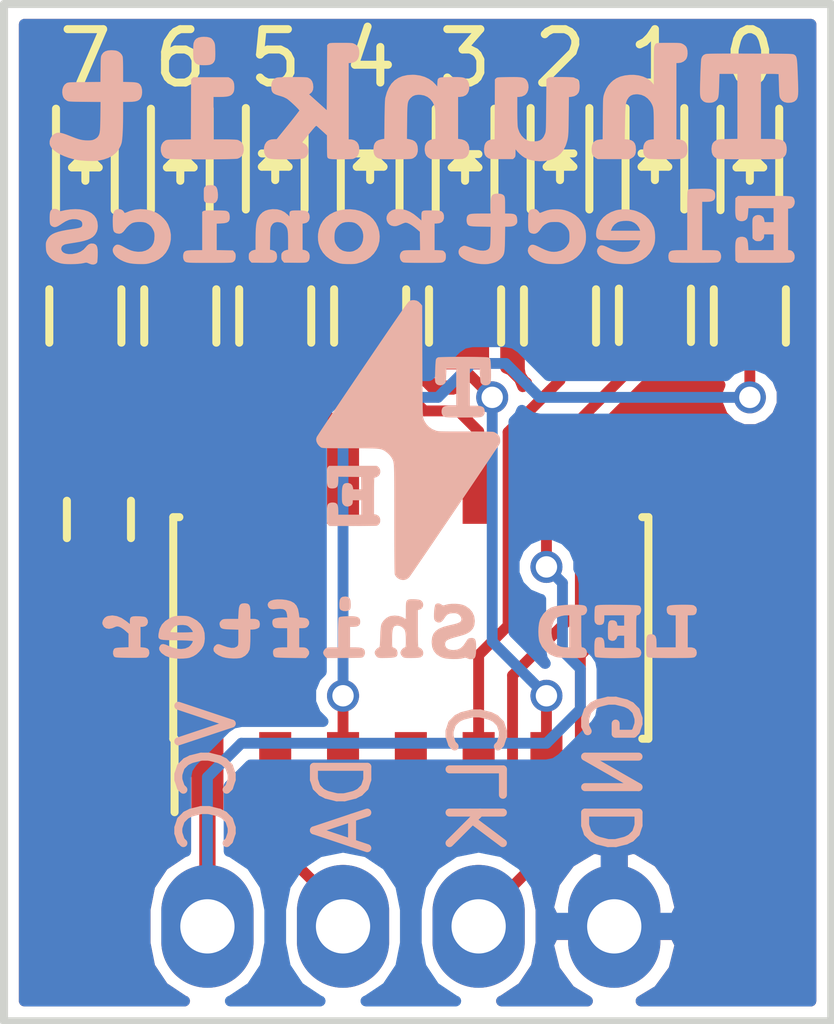
<source format=kicad_pcb>
(kicad_pcb (version 4) (host pcbnew 4.0.5+dfsg1-4)

  (general
    (links 32)
    (no_connects 0)
    (area 159.944999 90.094999 175.589001 109.295001)
    (thickness 1.6)
    (drawings 16)
    (tracks 91)
    (zones 0)
    (modules 23)
    (nets 21)
  )

  (page A4)
  (title_block
    (title USB-UART)
    (date 2018-09-02)
    (rev B)
    (company "THUNKIT ELECTRONICS")
  )

  (layers
    (0 F.Cu signal)
    (31 B.Cu signal)
    (32 B.Adhes user)
    (33 F.Adhes user)
    (34 B.Paste user)
    (35 F.Paste user)
    (36 B.SilkS user)
    (37 F.SilkS user)
    (38 B.Mask user)
    (39 F.Mask user)
    (40 Dwgs.User user)
    (41 Cmts.User user)
    (42 Eco1.User user)
    (43 Eco2.User user)
    (44 Edge.Cuts user)
    (45 Margin user)
    (46 B.CrtYd user)
    (47 F.CrtYd user)
    (48 B.Fab user hide)
    (49 F.Fab user hide)
  )

  (setup
    (last_trace_width 0.2032)
    (user_trace_width 0.3048)
    (trace_clearance 0.15)
    (zone_clearance 0.2032)
    (zone_45_only no)
    (trace_min 0.2032)
    (segment_width 0.2)
    (edge_width 0.15)
    (via_size 0.6)
    (via_drill 0.4)
    (via_min_size 0.4)
    (via_min_drill 0.3)
    (uvia_size 0.3)
    (uvia_drill 0.1)
    (uvias_allowed no)
    (uvia_min_size 0)
    (uvia_min_drill 0)
    (pcb_text_width 0.3)
    (pcb_text_size 1.5 1.5)
    (mod_edge_width 0.15)
    (mod_text_size 1 1)
    (mod_text_width 0.15)
    (pad_size 1.524 1.524)
    (pad_drill 0.762)
    (pad_to_mask_clearance 0.0508)
    (aux_axis_origin 0 0)
    (visible_elements FFFEFF7F)
    (pcbplotparams
      (layerselection 0x010f0_80000001)
      (usegerberextensions true)
      (excludeedgelayer true)
      (linewidth 0.100000)
      (plotframeref false)
      (viasonmask false)
      (mode 1)
      (useauxorigin false)
      (hpglpennumber 1)
      (hpglpenspeed 20)
      (hpglpendiameter 15)
      (hpglpenoverlay 2)
      (psnegative false)
      (psa4output false)
      (plotreference true)
      (plotvalue true)
      (plotinvisibletext false)
      (padsonsilk false)
      (subtractmaskfromsilk false)
      (outputformat 1)
      (mirror false)
      (drillshape 0)
      (scaleselection 1)
      (outputdirectory ../../../../../../../test/))
  )

  (net 0 "")
  (net 1 "Net-(D1-Pad2)")
  (net 2 GND)
  (net 3 "Net-(D2-Pad2)")
  (net 4 "Net-(D3-Pad2)")
  (net 5 "Net-(D4-Pad2)")
  (net 6 "Net-(D5-Pad2)")
  (net 7 "Net-(D6-Pad2)")
  (net 8 "Net-(D7-Pad2)")
  (net 9 "Net-(D8-Pad2)")
  (net 10 VCC)
  (net 11 DATA)
  (net 12 CLK)
  (net 13 "Net-(R1-Pad1)")
  (net 14 "Net-(R2-Pad1)")
  (net 15 "Net-(R3-Pad1)")
  (net 16 "Net-(R4-Pad1)")
  (net 17 "Net-(R5-Pad1)")
  (net 18 "Net-(R6-Pad1)")
  (net 19 "Net-(R7-Pad1)")
  (net 20 "Net-(R8-Pad1)")

  (net_class Default "This is the default net class."
    (clearance 0.15)
    (trace_width 0.2032)
    (via_dia 0.6)
    (via_drill 0.4)
    (uvia_dia 0.3)
    (uvia_drill 0.1)
    (add_net CLK)
    (add_net DATA)
    (add_net GND)
    (add_net "Net-(D1-Pad2)")
    (add_net "Net-(D2-Pad2)")
    (add_net "Net-(D3-Pad2)")
    (add_net "Net-(D4-Pad2)")
    (add_net "Net-(D5-Pad2)")
    (add_net "Net-(D6-Pad2)")
    (add_net "Net-(D7-Pad2)")
    (add_net "Net-(D8-Pad2)")
    (add_net "Net-(R1-Pad1)")
    (add_net "Net-(R2-Pad1)")
    (add_net "Net-(R3-Pad1)")
    (add_net "Net-(R4-Pad1)")
    (add_net "Net-(R5-Pad1)")
    (add_net "Net-(R6-Pad1)")
    (add_net "Net-(R7-Pad1)")
    (add_net "Net-(R8-Pad1)")
    (add_net VCC)
  )

  (module Capacitors_SMD:C_0603 (layer F.Cu) (tedit 5ECDC664) (tstamp 5ECDC64E)
    (at 161.798 99.822 90)
    (descr "Capacitor SMD 0603, reflow soldering, AVX (see smccp.pdf)")
    (tags "capacitor 0603")
    (path /59F54BB7)
    (attr smd)
    (fp_text reference C1 (at 0 -1.9 90) (layer F.SilkS) hide
      (effects (font (size 1 1) (thickness 0.15)))
    )
    (fp_text value 1uF (at 0 1.9 90) (layer F.Fab)
      (effects (font (size 1 1) (thickness 0.15)))
    )
    (fp_line (start -0.8 0.4) (end -0.8 -0.4) (layer F.Fab) (width 0.15))
    (fp_line (start 0.8 0.4) (end -0.8 0.4) (layer F.Fab) (width 0.15))
    (fp_line (start 0.8 -0.4) (end 0.8 0.4) (layer F.Fab) (width 0.15))
    (fp_line (start -0.8 -0.4) (end 0.8 -0.4) (layer F.Fab) (width 0.15))
    (fp_line (start -1.45 -0.75) (end 1.45 -0.75) (layer F.CrtYd) (width 0.05))
    (fp_line (start -1.45 0.75) (end 1.45 0.75) (layer F.CrtYd) (width 0.05))
    (fp_line (start -1.45 -0.75) (end -1.45 0.75) (layer F.CrtYd) (width 0.05))
    (fp_line (start 1.45 -0.75) (end 1.45 0.75) (layer F.CrtYd) (width 0.05))
    (fp_line (start -0.35 -0.6) (end 0.35 -0.6) (layer F.SilkS) (width 0.15))
    (fp_line (start 0.35 0.6) (end -0.35 0.6) (layer F.SilkS) (width 0.15))
    (pad 1 smd rect (at -0.75 0 90) (size 0.8 0.75) (layers F.Cu F.Paste F.Mask)
      (net 2 GND))
    (pad 2 smd rect (at 0.75 0 90) (size 0.8 0.75) (layers F.Cu F.Paste F.Mask)
      (net 10 VCC))
    (model Capacitors_SMD.3dshapes/C_0603.wrl
      (at (xyz 0 0 0))
      (scale (xyz 1 1 1))
      (rotate (xyz 0 0 0))
    )
  )

  (module LEDs:LED_0603 (layer F.Cu) (tedit 5ECDC681) (tstamp 5ECDC654)
    (at 161.544 93.2307 270)
    (descr "LED 0603 smd package")
    (tags "LED led 0603 SMD smd SMT smt smdled SMDLED smtled SMTLED")
    (path /5988B15E)
    (attr smd)
    (fp_text reference D1 (at 0 -1.5 270) (layer F.SilkS) hide
      (effects (font (size 1 1) (thickness 0.15)))
    )
    (fp_text value RED (at 0 1.5 270) (layer F.Fab)
      (effects (font (size 1 1) (thickness 0.15)))
    )
    (fp_line (start -0.3 -0.2) (end -0.3 0.2) (layer F.Fab) (width 0.15))
    (fp_line (start -0.2 0) (end 0.1 -0.2) (layer F.Fab) (width 0.15))
    (fp_line (start 0.1 0.2) (end -0.2 0) (layer F.Fab) (width 0.15))
    (fp_line (start 0.1 -0.2) (end 0.1 0.2) (layer F.Fab) (width 0.15))
    (fp_line (start 0.8 0.4) (end -0.8 0.4) (layer F.Fab) (width 0.15))
    (fp_line (start 0.8 -0.4) (end 0.8 0.4) (layer F.Fab) (width 0.15))
    (fp_line (start -0.8 -0.4) (end 0.8 -0.4) (layer F.Fab) (width 0.15))
    (fp_line (start -0.8 0.4) (end -0.8 -0.4) (layer F.Fab) (width 0.15))
    (fp_line (start -1.1 0.55) (end 0.8 0.55) (layer F.SilkS) (width 0.15))
    (fp_line (start -1.1 -0.55) (end 0.8 -0.55) (layer F.SilkS) (width 0.15))
    (fp_line (start -0.2 0) (end 0.25 0) (layer F.SilkS) (width 0.15))
    (fp_line (start -0.25 -0.25) (end -0.25 0.25) (layer F.SilkS) (width 0.15))
    (fp_line (start -0.25 0) (end 0 -0.25) (layer F.SilkS) (width 0.15))
    (fp_line (start 0 -0.25) (end 0 0.25) (layer F.SilkS) (width 0.15))
    (fp_line (start 0 0.25) (end -0.25 0) (layer F.SilkS) (width 0.15))
    (fp_line (start 1.4 -0.75) (end 1.4 0.75) (layer F.CrtYd) (width 0.05))
    (fp_line (start 1.4 0.75) (end -1.4 0.75) (layer F.CrtYd) (width 0.05))
    (fp_line (start -1.4 0.75) (end -1.4 -0.75) (layer F.CrtYd) (width 0.05))
    (fp_line (start -1.4 -0.75) (end 1.4 -0.75) (layer F.CrtYd) (width 0.05))
    (pad 2 smd rect (at 0.7493 0 90) (size 0.79756 0.79756) (layers F.Cu F.Paste F.Mask)
      (net 1 "Net-(D1-Pad2)"))
    (pad 1 smd rect (at -0.7493 0 90) (size 0.79756 0.79756) (layers F.Cu F.Paste F.Mask)
      (net 2 GND))
    (model LEDs.3dshapes/LED_0603.wrl
      (at (xyz 0 0 0))
      (scale (xyz 1 1 1))
      (rotate (xyz 0 0 180))
    )
  )

  (module LEDs:LED_0603 (layer F.Cu) (tedit 5ECDC65B) (tstamp 5ECDC65A)
    (at 163.322 93.2307 270)
    (descr "LED 0603 smd package")
    (tags "LED led 0603 SMD smd SMT smt smdled SMDLED smtled SMTLED")
    (path /5988B614)
    (attr smd)
    (fp_text reference D2 (at 0 -1.5 270) (layer F.SilkS) hide
      (effects (font (size 1 1) (thickness 0.15)))
    )
    (fp_text value RED (at 0 1.5 270) (layer F.Fab)
      (effects (font (size 1 1) (thickness 0.15)))
    )
    (fp_line (start -0.3 -0.2) (end -0.3 0.2) (layer F.Fab) (width 0.15))
    (fp_line (start -0.2 0) (end 0.1 -0.2) (layer F.Fab) (width 0.15))
    (fp_line (start 0.1 0.2) (end -0.2 0) (layer F.Fab) (width 0.15))
    (fp_line (start 0.1 -0.2) (end 0.1 0.2) (layer F.Fab) (width 0.15))
    (fp_line (start 0.8 0.4) (end -0.8 0.4) (layer F.Fab) (width 0.15))
    (fp_line (start 0.8 -0.4) (end 0.8 0.4) (layer F.Fab) (width 0.15))
    (fp_line (start -0.8 -0.4) (end 0.8 -0.4) (layer F.Fab) (width 0.15))
    (fp_line (start -0.8 0.4) (end -0.8 -0.4) (layer F.Fab) (width 0.15))
    (fp_line (start -1.1 0.55) (end 0.8 0.55) (layer F.SilkS) (width 0.15))
    (fp_line (start -1.1 -0.55) (end 0.8 -0.55) (layer F.SilkS) (width 0.15))
    (fp_line (start -0.2 0) (end 0.25 0) (layer F.SilkS) (width 0.15))
    (fp_line (start -0.25 -0.25) (end -0.25 0.25) (layer F.SilkS) (width 0.15))
    (fp_line (start -0.25 0) (end 0 -0.25) (layer F.SilkS) (width 0.15))
    (fp_line (start 0 -0.25) (end 0 0.25) (layer F.SilkS) (width 0.15))
    (fp_line (start 0 0.25) (end -0.25 0) (layer F.SilkS) (width 0.15))
    (fp_line (start 1.4 -0.75) (end 1.4 0.75) (layer F.CrtYd) (width 0.05))
    (fp_line (start 1.4 0.75) (end -1.4 0.75) (layer F.CrtYd) (width 0.05))
    (fp_line (start -1.4 0.75) (end -1.4 -0.75) (layer F.CrtYd) (width 0.05))
    (fp_line (start -1.4 -0.75) (end 1.4 -0.75) (layer F.CrtYd) (width 0.05))
    (pad 2 smd rect (at 0.7493 0 90) (size 0.79756 0.79756) (layers F.Cu F.Paste F.Mask)
      (net 3 "Net-(D2-Pad2)"))
    (pad 1 smd rect (at -0.7493 0 90) (size 0.79756 0.79756) (layers F.Cu F.Paste F.Mask)
      (net 2 GND))
    (model LEDs.3dshapes/LED_0603.wrl
      (at (xyz 0 0 0))
      (scale (xyz 1 1 1))
      (rotate (xyz 0 0 180))
    )
  )

  (module LEDs:LED_0603 (layer F.Cu) (tedit 5ECDC67B) (tstamp 5ECDC660)
    (at 165.1 93.218 270)
    (descr "LED 0603 smd package")
    (tags "LED led 0603 SMD smd SMT smt smdled SMDLED smtled SMTLED")
    (path /5988B694)
    (attr smd)
    (fp_text reference D3 (at 0 -1.5 270) (layer F.SilkS) hide
      (effects (font (size 1 1) (thickness 0.15)))
    )
    (fp_text value RED (at 0 1.5 270) (layer F.Fab)
      (effects (font (size 1 1) (thickness 0.15)))
    )
    (fp_line (start -0.3 -0.2) (end -0.3 0.2) (layer F.Fab) (width 0.15))
    (fp_line (start -0.2 0) (end 0.1 -0.2) (layer F.Fab) (width 0.15))
    (fp_line (start 0.1 0.2) (end -0.2 0) (layer F.Fab) (width 0.15))
    (fp_line (start 0.1 -0.2) (end 0.1 0.2) (layer F.Fab) (width 0.15))
    (fp_line (start 0.8 0.4) (end -0.8 0.4) (layer F.Fab) (width 0.15))
    (fp_line (start 0.8 -0.4) (end 0.8 0.4) (layer F.Fab) (width 0.15))
    (fp_line (start -0.8 -0.4) (end 0.8 -0.4) (layer F.Fab) (width 0.15))
    (fp_line (start -0.8 0.4) (end -0.8 -0.4) (layer F.Fab) (width 0.15))
    (fp_line (start -1.1 0.55) (end 0.8 0.55) (layer F.SilkS) (width 0.15))
    (fp_line (start -1.1 -0.55) (end 0.8 -0.55) (layer F.SilkS) (width 0.15))
    (fp_line (start -0.2 0) (end 0.25 0) (layer F.SilkS) (width 0.15))
    (fp_line (start -0.25 -0.25) (end -0.25 0.25) (layer F.SilkS) (width 0.15))
    (fp_line (start -0.25 0) (end 0 -0.25) (layer F.SilkS) (width 0.15))
    (fp_line (start 0 -0.25) (end 0 0.25) (layer F.SilkS) (width 0.15))
    (fp_line (start 0 0.25) (end -0.25 0) (layer F.SilkS) (width 0.15))
    (fp_line (start 1.4 -0.75) (end 1.4 0.75) (layer F.CrtYd) (width 0.05))
    (fp_line (start 1.4 0.75) (end -1.4 0.75) (layer F.CrtYd) (width 0.05))
    (fp_line (start -1.4 0.75) (end -1.4 -0.75) (layer F.CrtYd) (width 0.05))
    (fp_line (start -1.4 -0.75) (end 1.4 -0.75) (layer F.CrtYd) (width 0.05))
    (pad 2 smd rect (at 0.7493 0 90) (size 0.79756 0.79756) (layers F.Cu F.Paste F.Mask)
      (net 4 "Net-(D3-Pad2)"))
    (pad 1 smd rect (at -0.7493 0 90) (size 0.79756 0.79756) (layers F.Cu F.Paste F.Mask)
      (net 2 GND))
    (model LEDs.3dshapes/LED_0603.wrl
      (at (xyz 0 0 0))
      (scale (xyz 1 1 1))
      (rotate (xyz 0 0 180))
    )
  )

  (module LEDs:LED_0603 (layer F.Cu) (tedit 5ECDC649) (tstamp 5ECDC666)
    (at 166.878 93.218 270)
    (descr "LED 0603 smd package")
    (tags "LED led 0603 SMD smd SMT smt smdled SMDLED smtled SMTLED")
    (path /5988B6A2)
    (attr smd)
    (fp_text reference D4 (at 0 -1.5 270) (layer F.SilkS) hide
      (effects (font (size 1 1) (thickness 0.15)))
    )
    (fp_text value RED (at 0 1.5 270) (layer F.Fab)
      (effects (font (size 1 1) (thickness 0.15)))
    )
    (fp_line (start -0.3 -0.2) (end -0.3 0.2) (layer F.Fab) (width 0.15))
    (fp_line (start -0.2 0) (end 0.1 -0.2) (layer F.Fab) (width 0.15))
    (fp_line (start 0.1 0.2) (end -0.2 0) (layer F.Fab) (width 0.15))
    (fp_line (start 0.1 -0.2) (end 0.1 0.2) (layer F.Fab) (width 0.15))
    (fp_line (start 0.8 0.4) (end -0.8 0.4) (layer F.Fab) (width 0.15))
    (fp_line (start 0.8 -0.4) (end 0.8 0.4) (layer F.Fab) (width 0.15))
    (fp_line (start -0.8 -0.4) (end 0.8 -0.4) (layer F.Fab) (width 0.15))
    (fp_line (start -0.8 0.4) (end -0.8 -0.4) (layer F.Fab) (width 0.15))
    (fp_line (start -1.1 0.55) (end 0.8 0.55) (layer F.SilkS) (width 0.15))
    (fp_line (start -1.1 -0.55) (end 0.8 -0.55) (layer F.SilkS) (width 0.15))
    (fp_line (start -0.2 0) (end 0.25 0) (layer F.SilkS) (width 0.15))
    (fp_line (start -0.25 -0.25) (end -0.25 0.25) (layer F.SilkS) (width 0.15))
    (fp_line (start -0.25 0) (end 0 -0.25) (layer F.SilkS) (width 0.15))
    (fp_line (start 0 -0.25) (end 0 0.25) (layer F.SilkS) (width 0.15))
    (fp_line (start 0 0.25) (end -0.25 0) (layer F.SilkS) (width 0.15))
    (fp_line (start 1.4 -0.75) (end 1.4 0.75) (layer F.CrtYd) (width 0.05))
    (fp_line (start 1.4 0.75) (end -1.4 0.75) (layer F.CrtYd) (width 0.05))
    (fp_line (start -1.4 0.75) (end -1.4 -0.75) (layer F.CrtYd) (width 0.05))
    (fp_line (start -1.4 -0.75) (end 1.4 -0.75) (layer F.CrtYd) (width 0.05))
    (pad 2 smd rect (at 0.7493 0 90) (size 0.79756 0.79756) (layers F.Cu F.Paste F.Mask)
      (net 5 "Net-(D4-Pad2)"))
    (pad 1 smd rect (at -0.7493 0 90) (size 0.79756 0.79756) (layers F.Cu F.Paste F.Mask)
      (net 2 GND))
    (model LEDs.3dshapes/LED_0603.wrl
      (at (xyz 0 0 0))
      (scale (xyz 1 1 1))
      (rotate (xyz 0 0 180))
    )
  )

  (module LEDs:LED_0603 (layer F.Cu) (tedit 5ECDC67E) (tstamp 5ECDC66C)
    (at 168.656 93.2307 270)
    (descr "LED 0603 smd package")
    (tags "LED led 0603 SMD smd SMT smt smdled SMDLED smtled SMTLED")
    (path /5988B7BE)
    (attr smd)
    (fp_text reference D5 (at 0 -1.5 270) (layer F.SilkS) hide
      (effects (font (size 1 1) (thickness 0.15)))
    )
    (fp_text value RED (at 0 1.5 270) (layer F.Fab)
      (effects (font (size 1 1) (thickness 0.15)))
    )
    (fp_line (start -0.3 -0.2) (end -0.3 0.2) (layer F.Fab) (width 0.15))
    (fp_line (start -0.2 0) (end 0.1 -0.2) (layer F.Fab) (width 0.15))
    (fp_line (start 0.1 0.2) (end -0.2 0) (layer F.Fab) (width 0.15))
    (fp_line (start 0.1 -0.2) (end 0.1 0.2) (layer F.Fab) (width 0.15))
    (fp_line (start 0.8 0.4) (end -0.8 0.4) (layer F.Fab) (width 0.15))
    (fp_line (start 0.8 -0.4) (end 0.8 0.4) (layer F.Fab) (width 0.15))
    (fp_line (start -0.8 -0.4) (end 0.8 -0.4) (layer F.Fab) (width 0.15))
    (fp_line (start -0.8 0.4) (end -0.8 -0.4) (layer F.Fab) (width 0.15))
    (fp_line (start -1.1 0.55) (end 0.8 0.55) (layer F.SilkS) (width 0.15))
    (fp_line (start -1.1 -0.55) (end 0.8 -0.55) (layer F.SilkS) (width 0.15))
    (fp_line (start -0.2 0) (end 0.25 0) (layer F.SilkS) (width 0.15))
    (fp_line (start -0.25 -0.25) (end -0.25 0.25) (layer F.SilkS) (width 0.15))
    (fp_line (start -0.25 0) (end 0 -0.25) (layer F.SilkS) (width 0.15))
    (fp_line (start 0 -0.25) (end 0 0.25) (layer F.SilkS) (width 0.15))
    (fp_line (start 0 0.25) (end -0.25 0) (layer F.SilkS) (width 0.15))
    (fp_line (start 1.4 -0.75) (end 1.4 0.75) (layer F.CrtYd) (width 0.05))
    (fp_line (start 1.4 0.75) (end -1.4 0.75) (layer F.CrtYd) (width 0.05))
    (fp_line (start -1.4 0.75) (end -1.4 -0.75) (layer F.CrtYd) (width 0.05))
    (fp_line (start -1.4 -0.75) (end 1.4 -0.75) (layer F.CrtYd) (width 0.05))
    (pad 2 smd rect (at 0.7493 0 90) (size 0.79756 0.79756) (layers F.Cu F.Paste F.Mask)
      (net 6 "Net-(D5-Pad2)"))
    (pad 1 smd rect (at -0.7493 0 90) (size 0.79756 0.79756) (layers F.Cu F.Paste F.Mask)
      (net 2 GND))
    (model LEDs.3dshapes/LED_0603.wrl
      (at (xyz 0 0 0))
      (scale (xyz 1 1 1))
      (rotate (xyz 0 0 180))
    )
  )

  (module LEDs:LED_0603 (layer F.Cu) (tedit 5ECDC645) (tstamp 5ECDC672)
    (at 170.434 93.218 270)
    (descr "LED 0603 smd package")
    (tags "LED led 0603 SMD smd SMT smt smdled SMDLED smtled SMTLED")
    (path /5988B7CC)
    (attr smd)
    (fp_text reference D6 (at 0 -1.5 270) (layer F.SilkS) hide
      (effects (font (size 1 1) (thickness 0.15)))
    )
    (fp_text value RED (at 0 1.5 270) (layer F.Fab)
      (effects (font (size 1 1) (thickness 0.15)))
    )
    (fp_line (start -0.3 -0.2) (end -0.3 0.2) (layer F.Fab) (width 0.15))
    (fp_line (start -0.2 0) (end 0.1 -0.2) (layer F.Fab) (width 0.15))
    (fp_line (start 0.1 0.2) (end -0.2 0) (layer F.Fab) (width 0.15))
    (fp_line (start 0.1 -0.2) (end 0.1 0.2) (layer F.Fab) (width 0.15))
    (fp_line (start 0.8 0.4) (end -0.8 0.4) (layer F.Fab) (width 0.15))
    (fp_line (start 0.8 -0.4) (end 0.8 0.4) (layer F.Fab) (width 0.15))
    (fp_line (start -0.8 -0.4) (end 0.8 -0.4) (layer F.Fab) (width 0.15))
    (fp_line (start -0.8 0.4) (end -0.8 -0.4) (layer F.Fab) (width 0.15))
    (fp_line (start -1.1 0.55) (end 0.8 0.55) (layer F.SilkS) (width 0.15))
    (fp_line (start -1.1 -0.55) (end 0.8 -0.55) (layer F.SilkS) (width 0.15))
    (fp_line (start -0.2 0) (end 0.25 0) (layer F.SilkS) (width 0.15))
    (fp_line (start -0.25 -0.25) (end -0.25 0.25) (layer F.SilkS) (width 0.15))
    (fp_line (start -0.25 0) (end 0 -0.25) (layer F.SilkS) (width 0.15))
    (fp_line (start 0 -0.25) (end 0 0.25) (layer F.SilkS) (width 0.15))
    (fp_line (start 0 0.25) (end -0.25 0) (layer F.SilkS) (width 0.15))
    (fp_line (start 1.4 -0.75) (end 1.4 0.75) (layer F.CrtYd) (width 0.05))
    (fp_line (start 1.4 0.75) (end -1.4 0.75) (layer F.CrtYd) (width 0.05))
    (fp_line (start -1.4 0.75) (end -1.4 -0.75) (layer F.CrtYd) (width 0.05))
    (fp_line (start -1.4 -0.75) (end 1.4 -0.75) (layer F.CrtYd) (width 0.05))
    (pad 2 smd rect (at 0.7493 0 90) (size 0.79756 0.79756) (layers F.Cu F.Paste F.Mask)
      (net 7 "Net-(D6-Pad2)"))
    (pad 1 smd rect (at -0.7493 0 90) (size 0.79756 0.79756) (layers F.Cu F.Paste F.Mask)
      (net 2 GND))
    (model LEDs.3dshapes/LED_0603.wrl
      (at (xyz 0 0 0))
      (scale (xyz 1 1 1))
      (rotate (xyz 0 0 180))
    )
  )

  (module LEDs:LED_0603 (layer F.Cu) (tedit 5ECDC64C) (tstamp 5ECDC678)
    (at 172.212 93.218 270)
    (descr "LED 0603 smd package")
    (tags "LED led 0603 SMD smd SMT smt smdled SMDLED smtled SMTLED")
    (path /5988B7DA)
    (attr smd)
    (fp_text reference D7 (at 0 -1.5 270) (layer F.SilkS) hide
      (effects (font (size 1 1) (thickness 0.15)))
    )
    (fp_text value RED (at 0 1.5 270) (layer F.Fab)
      (effects (font (size 1 1) (thickness 0.15)))
    )
    (fp_line (start -0.3 -0.2) (end -0.3 0.2) (layer F.Fab) (width 0.15))
    (fp_line (start -0.2 0) (end 0.1 -0.2) (layer F.Fab) (width 0.15))
    (fp_line (start 0.1 0.2) (end -0.2 0) (layer F.Fab) (width 0.15))
    (fp_line (start 0.1 -0.2) (end 0.1 0.2) (layer F.Fab) (width 0.15))
    (fp_line (start 0.8 0.4) (end -0.8 0.4) (layer F.Fab) (width 0.15))
    (fp_line (start 0.8 -0.4) (end 0.8 0.4) (layer F.Fab) (width 0.15))
    (fp_line (start -0.8 -0.4) (end 0.8 -0.4) (layer F.Fab) (width 0.15))
    (fp_line (start -0.8 0.4) (end -0.8 -0.4) (layer F.Fab) (width 0.15))
    (fp_line (start -1.1 0.55) (end 0.8 0.55) (layer F.SilkS) (width 0.15))
    (fp_line (start -1.1 -0.55) (end 0.8 -0.55) (layer F.SilkS) (width 0.15))
    (fp_line (start -0.2 0) (end 0.25 0) (layer F.SilkS) (width 0.15))
    (fp_line (start -0.25 -0.25) (end -0.25 0.25) (layer F.SilkS) (width 0.15))
    (fp_line (start -0.25 0) (end 0 -0.25) (layer F.SilkS) (width 0.15))
    (fp_line (start 0 -0.25) (end 0 0.25) (layer F.SilkS) (width 0.15))
    (fp_line (start 0 0.25) (end -0.25 0) (layer F.SilkS) (width 0.15))
    (fp_line (start 1.4 -0.75) (end 1.4 0.75) (layer F.CrtYd) (width 0.05))
    (fp_line (start 1.4 0.75) (end -1.4 0.75) (layer F.CrtYd) (width 0.05))
    (fp_line (start -1.4 0.75) (end -1.4 -0.75) (layer F.CrtYd) (width 0.05))
    (fp_line (start -1.4 -0.75) (end 1.4 -0.75) (layer F.CrtYd) (width 0.05))
    (pad 2 smd rect (at 0.7493 0 90) (size 0.79756 0.79756) (layers F.Cu F.Paste F.Mask)
      (net 8 "Net-(D7-Pad2)"))
    (pad 1 smd rect (at -0.7493 0 90) (size 0.79756 0.79756) (layers F.Cu F.Paste F.Mask)
      (net 2 GND))
    (model LEDs.3dshapes/LED_0603.wrl
      (at (xyz 0 0 0))
      (scale (xyz 1 1 1))
      (rotate (xyz 0 0 180))
    )
  )

  (module LEDs:LED_0603 (layer F.Cu) (tedit 5ECDC65E) (tstamp 5ECDC67E)
    (at 173.99 93.2307 270)
    (descr "LED 0603 smd package")
    (tags "LED led 0603 SMD smd SMT smt smdled SMDLED smtled SMTLED")
    (path /5988B7E8)
    (attr smd)
    (fp_text reference D8 (at 0 -1.5 270) (layer F.SilkS) hide
      (effects (font (size 1 1) (thickness 0.15)))
    )
    (fp_text value RED (at 0 1.5 270) (layer F.Fab)
      (effects (font (size 1 1) (thickness 0.15)))
    )
    (fp_line (start -0.3 -0.2) (end -0.3 0.2) (layer F.Fab) (width 0.15))
    (fp_line (start -0.2 0) (end 0.1 -0.2) (layer F.Fab) (width 0.15))
    (fp_line (start 0.1 0.2) (end -0.2 0) (layer F.Fab) (width 0.15))
    (fp_line (start 0.1 -0.2) (end 0.1 0.2) (layer F.Fab) (width 0.15))
    (fp_line (start 0.8 0.4) (end -0.8 0.4) (layer F.Fab) (width 0.15))
    (fp_line (start 0.8 -0.4) (end 0.8 0.4) (layer F.Fab) (width 0.15))
    (fp_line (start -0.8 -0.4) (end 0.8 -0.4) (layer F.Fab) (width 0.15))
    (fp_line (start -0.8 0.4) (end -0.8 -0.4) (layer F.Fab) (width 0.15))
    (fp_line (start -1.1 0.55) (end 0.8 0.55) (layer F.SilkS) (width 0.15))
    (fp_line (start -1.1 -0.55) (end 0.8 -0.55) (layer F.SilkS) (width 0.15))
    (fp_line (start -0.2 0) (end 0.25 0) (layer F.SilkS) (width 0.15))
    (fp_line (start -0.25 -0.25) (end -0.25 0.25) (layer F.SilkS) (width 0.15))
    (fp_line (start -0.25 0) (end 0 -0.25) (layer F.SilkS) (width 0.15))
    (fp_line (start 0 -0.25) (end 0 0.25) (layer F.SilkS) (width 0.15))
    (fp_line (start 0 0.25) (end -0.25 0) (layer F.SilkS) (width 0.15))
    (fp_line (start 1.4 -0.75) (end 1.4 0.75) (layer F.CrtYd) (width 0.05))
    (fp_line (start 1.4 0.75) (end -1.4 0.75) (layer F.CrtYd) (width 0.05))
    (fp_line (start -1.4 0.75) (end -1.4 -0.75) (layer F.CrtYd) (width 0.05))
    (fp_line (start -1.4 -0.75) (end 1.4 -0.75) (layer F.CrtYd) (width 0.05))
    (pad 2 smd rect (at 0.7493 0 90) (size 0.79756 0.79756) (layers F.Cu F.Paste F.Mask)
      (net 9 "Net-(D8-Pad2)"))
    (pad 1 smd rect (at -0.7493 0 90) (size 0.79756 0.79756) (layers F.Cu F.Paste F.Mask)
      (net 2 GND))
    (model LEDs.3dshapes/LED_0603.wrl
      (at (xyz 0 0 0))
      (scale (xyz 1 1 1))
      (rotate (xyz 0 0 180))
    )
  )

  (module Resistors_SMD:R_0603 (layer F.Cu) (tedit 5ECDC656) (tstamp 5ECDC684)
    (at 161.544 96.012 90)
    (descr "Resistor SMD 0603, reflow soldering, Vishay (see dcrcw.pdf)")
    (tags "resistor 0603")
    (path /5ECDC6AF)
    (attr smd)
    (fp_text reference R1 (at 0 -1.9 90) (layer F.SilkS) hide
      (effects (font (size 1 1) (thickness 0.15)))
    )
    (fp_text value 680 (at 0 1.9 90) (layer F.Fab)
      (effects (font (size 1 1) (thickness 0.15)))
    )
    (fp_line (start -0.8 0.4) (end -0.8 -0.4) (layer F.Fab) (width 0.1))
    (fp_line (start 0.8 0.4) (end -0.8 0.4) (layer F.Fab) (width 0.1))
    (fp_line (start 0.8 -0.4) (end 0.8 0.4) (layer F.Fab) (width 0.1))
    (fp_line (start -0.8 -0.4) (end 0.8 -0.4) (layer F.Fab) (width 0.1))
    (fp_line (start -1.3 -0.8) (end 1.3 -0.8) (layer F.CrtYd) (width 0.05))
    (fp_line (start -1.3 0.8) (end 1.3 0.8) (layer F.CrtYd) (width 0.05))
    (fp_line (start -1.3 -0.8) (end -1.3 0.8) (layer F.CrtYd) (width 0.05))
    (fp_line (start 1.3 -0.8) (end 1.3 0.8) (layer F.CrtYd) (width 0.05))
    (fp_line (start 0.5 0.675) (end -0.5 0.675) (layer F.SilkS) (width 0.15))
    (fp_line (start -0.5 -0.675) (end 0.5 -0.675) (layer F.SilkS) (width 0.15))
    (pad 1 smd rect (at -0.75 0 90) (size 0.5 0.9) (layers F.Cu F.Paste F.Mask)
      (net 13 "Net-(R1-Pad1)"))
    (pad 2 smd rect (at 0.75 0 90) (size 0.5 0.9) (layers F.Cu F.Paste F.Mask)
      (net 1 "Net-(D1-Pad2)"))
    (model Resistors_SMD.3dshapes/R_0603.wrl
      (at (xyz 0 0 0))
      (scale (xyz 1 1 1))
      (rotate (xyz 0 0 0))
    )
  )

  (module Resistors_SMD:R_0603 (layer F.Cu) (tedit 5ECDC642) (tstamp 5ECDC68A)
    (at 163.322 96.012 90)
    (descr "Resistor SMD 0603, reflow soldering, Vishay (see dcrcw.pdf)")
    (tags "resistor 0603")
    (path /5ECDC8E8)
    (attr smd)
    (fp_text reference R2 (at 0 -1.9 90) (layer F.SilkS) hide
      (effects (font (size 1 1) (thickness 0.15)))
    )
    (fp_text value 680 (at 0 1.9 90) (layer F.Fab)
      (effects (font (size 1 1) (thickness 0.15)))
    )
    (fp_line (start -0.8 0.4) (end -0.8 -0.4) (layer F.Fab) (width 0.1))
    (fp_line (start 0.8 0.4) (end -0.8 0.4) (layer F.Fab) (width 0.1))
    (fp_line (start 0.8 -0.4) (end 0.8 0.4) (layer F.Fab) (width 0.1))
    (fp_line (start -0.8 -0.4) (end 0.8 -0.4) (layer F.Fab) (width 0.1))
    (fp_line (start -1.3 -0.8) (end 1.3 -0.8) (layer F.CrtYd) (width 0.05))
    (fp_line (start -1.3 0.8) (end 1.3 0.8) (layer F.CrtYd) (width 0.05))
    (fp_line (start -1.3 -0.8) (end -1.3 0.8) (layer F.CrtYd) (width 0.05))
    (fp_line (start 1.3 -0.8) (end 1.3 0.8) (layer F.CrtYd) (width 0.05))
    (fp_line (start 0.5 0.675) (end -0.5 0.675) (layer F.SilkS) (width 0.15))
    (fp_line (start -0.5 -0.675) (end 0.5 -0.675) (layer F.SilkS) (width 0.15))
    (pad 1 smd rect (at -0.75 0 90) (size 0.5 0.9) (layers F.Cu F.Paste F.Mask)
      (net 14 "Net-(R2-Pad1)"))
    (pad 2 smd rect (at 0.75 0 90) (size 0.5 0.9) (layers F.Cu F.Paste F.Mask)
      (net 3 "Net-(D2-Pad2)"))
    (model Resistors_SMD.3dshapes/R_0603.wrl
      (at (xyz 0 0 0))
      (scale (xyz 1 1 1))
      (rotate (xyz 0 0 0))
    )
  )

  (module Resistors_SMD:R_0603 (layer F.Cu) (tedit 5ECDC647) (tstamp 5ECDC690)
    (at 165.1 96.012 90)
    (descr "Resistor SMD 0603, reflow soldering, Vishay (see dcrcw.pdf)")
    (tags "resistor 0603")
    (path /5ECDC93E)
    (attr smd)
    (fp_text reference R3 (at 0 -1.9 90) (layer F.SilkS) hide
      (effects (font (size 1 1) (thickness 0.15)))
    )
    (fp_text value 680 (at 0 1.9 90) (layer F.Fab)
      (effects (font (size 1 1) (thickness 0.15)))
    )
    (fp_line (start -0.8 0.4) (end -0.8 -0.4) (layer F.Fab) (width 0.1))
    (fp_line (start 0.8 0.4) (end -0.8 0.4) (layer F.Fab) (width 0.1))
    (fp_line (start 0.8 -0.4) (end 0.8 0.4) (layer F.Fab) (width 0.1))
    (fp_line (start -0.8 -0.4) (end 0.8 -0.4) (layer F.Fab) (width 0.1))
    (fp_line (start -1.3 -0.8) (end 1.3 -0.8) (layer F.CrtYd) (width 0.05))
    (fp_line (start -1.3 0.8) (end 1.3 0.8) (layer F.CrtYd) (width 0.05))
    (fp_line (start -1.3 -0.8) (end -1.3 0.8) (layer F.CrtYd) (width 0.05))
    (fp_line (start 1.3 -0.8) (end 1.3 0.8) (layer F.CrtYd) (width 0.05))
    (fp_line (start 0.5 0.675) (end -0.5 0.675) (layer F.SilkS) (width 0.15))
    (fp_line (start -0.5 -0.675) (end 0.5 -0.675) (layer F.SilkS) (width 0.15))
    (pad 1 smd rect (at -0.75 0 90) (size 0.5 0.9) (layers F.Cu F.Paste F.Mask)
      (net 15 "Net-(R3-Pad1)"))
    (pad 2 smd rect (at 0.75 0 90) (size 0.5 0.9) (layers F.Cu F.Paste F.Mask)
      (net 4 "Net-(D3-Pad2)"))
    (model Resistors_SMD.3dshapes/R_0603.wrl
      (at (xyz 0 0 0))
      (scale (xyz 1 1 1))
      (rotate (xyz 0 0 0))
    )
  )

  (module Resistors_SMD:R_0603 (layer F.Cu) (tedit 5ECDC651) (tstamp 5ECDC696)
    (at 166.878 96.012 90)
    (descr "Resistor SMD 0603, reflow soldering, Vishay (see dcrcw.pdf)")
    (tags "resistor 0603")
    (path /5ECDC944)
    (attr smd)
    (fp_text reference R4 (at 0 -1.9 90) (layer F.SilkS) hide
      (effects (font (size 1 1) (thickness 0.15)))
    )
    (fp_text value 680 (at 0 1.9 90) (layer F.Fab)
      (effects (font (size 1 1) (thickness 0.15)))
    )
    (fp_line (start -0.8 0.4) (end -0.8 -0.4) (layer F.Fab) (width 0.1))
    (fp_line (start 0.8 0.4) (end -0.8 0.4) (layer F.Fab) (width 0.1))
    (fp_line (start 0.8 -0.4) (end 0.8 0.4) (layer F.Fab) (width 0.1))
    (fp_line (start -0.8 -0.4) (end 0.8 -0.4) (layer F.Fab) (width 0.1))
    (fp_line (start -1.3 -0.8) (end 1.3 -0.8) (layer F.CrtYd) (width 0.05))
    (fp_line (start -1.3 0.8) (end 1.3 0.8) (layer F.CrtYd) (width 0.05))
    (fp_line (start -1.3 -0.8) (end -1.3 0.8) (layer F.CrtYd) (width 0.05))
    (fp_line (start 1.3 -0.8) (end 1.3 0.8) (layer F.CrtYd) (width 0.05))
    (fp_line (start 0.5 0.675) (end -0.5 0.675) (layer F.SilkS) (width 0.15))
    (fp_line (start -0.5 -0.675) (end 0.5 -0.675) (layer F.SilkS) (width 0.15))
    (pad 1 smd rect (at -0.75 0 90) (size 0.5 0.9) (layers F.Cu F.Paste F.Mask)
      (net 16 "Net-(R4-Pad1)"))
    (pad 2 smd rect (at 0.75 0 90) (size 0.5 0.9) (layers F.Cu F.Paste F.Mask)
      (net 5 "Net-(D4-Pad2)"))
    (model Resistors_SMD.3dshapes/R_0603.wrl
      (at (xyz 0 0 0))
      (scale (xyz 1 1 1))
      (rotate (xyz 0 0 0))
    )
  )

  (module Resistors_SMD:R_0603 (layer F.Cu) (tedit 5ECDC653) (tstamp 5ECDC69C)
    (at 168.656 96.012 90)
    (descr "Resistor SMD 0603, reflow soldering, Vishay (see dcrcw.pdf)")
    (tags "resistor 0603")
    (path /5ECDCA1E)
    (attr smd)
    (fp_text reference R5 (at 0 -1.9 90) (layer F.SilkS) hide
      (effects (font (size 1 1) (thickness 0.15)))
    )
    (fp_text value 680 (at 0 1.9 90) (layer F.Fab)
      (effects (font (size 1 1) (thickness 0.15)))
    )
    (fp_line (start -0.8 0.4) (end -0.8 -0.4) (layer F.Fab) (width 0.1))
    (fp_line (start 0.8 0.4) (end -0.8 0.4) (layer F.Fab) (width 0.1))
    (fp_line (start 0.8 -0.4) (end 0.8 0.4) (layer F.Fab) (width 0.1))
    (fp_line (start -0.8 -0.4) (end 0.8 -0.4) (layer F.Fab) (width 0.1))
    (fp_line (start -1.3 -0.8) (end 1.3 -0.8) (layer F.CrtYd) (width 0.05))
    (fp_line (start -1.3 0.8) (end 1.3 0.8) (layer F.CrtYd) (width 0.05))
    (fp_line (start -1.3 -0.8) (end -1.3 0.8) (layer F.CrtYd) (width 0.05))
    (fp_line (start 1.3 -0.8) (end 1.3 0.8) (layer F.CrtYd) (width 0.05))
    (fp_line (start 0.5 0.675) (end -0.5 0.675) (layer F.SilkS) (width 0.15))
    (fp_line (start -0.5 -0.675) (end 0.5 -0.675) (layer F.SilkS) (width 0.15))
    (pad 1 smd rect (at -0.75 0 90) (size 0.5 0.9) (layers F.Cu F.Paste F.Mask)
      (net 17 "Net-(R5-Pad1)"))
    (pad 2 smd rect (at 0.75 0 90) (size 0.5 0.9) (layers F.Cu F.Paste F.Mask)
      (net 6 "Net-(D5-Pad2)"))
    (model Resistors_SMD.3dshapes/R_0603.wrl
      (at (xyz 0 0 0))
      (scale (xyz 1 1 1))
      (rotate (xyz 0 0 0))
    )
  )

  (module Resistors_SMD:R_0603 (layer F.Cu) (tedit 5ECDC658) (tstamp 5ECDC6A2)
    (at 170.434 96.012 90)
    (descr "Resistor SMD 0603, reflow soldering, Vishay (see dcrcw.pdf)")
    (tags "resistor 0603")
    (path /5ECDCA24)
    (attr smd)
    (fp_text reference R6 (at 0 -1.9 90) (layer F.SilkS) hide
      (effects (font (size 1 1) (thickness 0.15)))
    )
    (fp_text value 680 (at 0 1.9 90) (layer F.Fab)
      (effects (font (size 1 1) (thickness 0.15)))
    )
    (fp_line (start -0.8 0.4) (end -0.8 -0.4) (layer F.Fab) (width 0.1))
    (fp_line (start 0.8 0.4) (end -0.8 0.4) (layer F.Fab) (width 0.1))
    (fp_line (start 0.8 -0.4) (end 0.8 0.4) (layer F.Fab) (width 0.1))
    (fp_line (start -0.8 -0.4) (end 0.8 -0.4) (layer F.Fab) (width 0.1))
    (fp_line (start -1.3 -0.8) (end 1.3 -0.8) (layer F.CrtYd) (width 0.05))
    (fp_line (start -1.3 0.8) (end 1.3 0.8) (layer F.CrtYd) (width 0.05))
    (fp_line (start -1.3 -0.8) (end -1.3 0.8) (layer F.CrtYd) (width 0.05))
    (fp_line (start 1.3 -0.8) (end 1.3 0.8) (layer F.CrtYd) (width 0.05))
    (fp_line (start 0.5 0.675) (end -0.5 0.675) (layer F.SilkS) (width 0.15))
    (fp_line (start -0.5 -0.675) (end 0.5 -0.675) (layer F.SilkS) (width 0.15))
    (pad 1 smd rect (at -0.75 0 90) (size 0.5 0.9) (layers F.Cu F.Paste F.Mask)
      (net 18 "Net-(R6-Pad1)"))
    (pad 2 smd rect (at 0.75 0 90) (size 0.5 0.9) (layers F.Cu F.Paste F.Mask)
      (net 7 "Net-(D6-Pad2)"))
    (model Resistors_SMD.3dshapes/R_0603.wrl
      (at (xyz 0 0 0))
      (scale (xyz 1 1 1))
      (rotate (xyz 0 0 0))
    )
  )

  (module Resistors_SMD:R_0603 (layer F.Cu) (tedit 5ECDC640) (tstamp 5ECDC6A8)
    (at 172.212 96 90)
    (descr "Resistor SMD 0603, reflow soldering, Vishay (see dcrcw.pdf)")
    (tags "resistor 0603")
    (path /5ECDCA2A)
    (attr smd)
    (fp_text reference R7 (at 0 -1.9 90) (layer F.SilkS) hide
      (effects (font (size 1 1) (thickness 0.15)))
    )
    (fp_text value 680 (at 0 1.9 90) (layer F.Fab)
      (effects (font (size 1 1) (thickness 0.15)))
    )
    (fp_line (start -0.8 0.4) (end -0.8 -0.4) (layer F.Fab) (width 0.1))
    (fp_line (start 0.8 0.4) (end -0.8 0.4) (layer F.Fab) (width 0.1))
    (fp_line (start 0.8 -0.4) (end 0.8 0.4) (layer F.Fab) (width 0.1))
    (fp_line (start -0.8 -0.4) (end 0.8 -0.4) (layer F.Fab) (width 0.1))
    (fp_line (start -1.3 -0.8) (end 1.3 -0.8) (layer F.CrtYd) (width 0.05))
    (fp_line (start -1.3 0.8) (end 1.3 0.8) (layer F.CrtYd) (width 0.05))
    (fp_line (start -1.3 -0.8) (end -1.3 0.8) (layer F.CrtYd) (width 0.05))
    (fp_line (start 1.3 -0.8) (end 1.3 0.8) (layer F.CrtYd) (width 0.05))
    (fp_line (start 0.5 0.675) (end -0.5 0.675) (layer F.SilkS) (width 0.15))
    (fp_line (start -0.5 -0.675) (end 0.5 -0.675) (layer F.SilkS) (width 0.15))
    (pad 1 smd rect (at -0.75 0 90) (size 0.5 0.9) (layers F.Cu F.Paste F.Mask)
      (net 19 "Net-(R7-Pad1)"))
    (pad 2 smd rect (at 0.75 0 90) (size 0.5 0.9) (layers F.Cu F.Paste F.Mask)
      (net 8 "Net-(D7-Pad2)"))
    (model Resistors_SMD.3dshapes/R_0603.wrl
      (at (xyz 0 0 0))
      (scale (xyz 1 1 1))
      (rotate (xyz 0 0 0))
    )
  )

  (module Resistors_SMD:R_0603 (layer F.Cu) (tedit 5ECDC63C) (tstamp 5ECDC6AE)
    (at 173.99 96.012 90)
    (descr "Resistor SMD 0603, reflow soldering, Vishay (see dcrcw.pdf)")
    (tags "resistor 0603")
    (path /5ECDCA30)
    (attr smd)
    (fp_text reference R8 (at 0 -1.9 90) (layer F.SilkS) hide
      (effects (font (size 1 1) (thickness 0.15)))
    )
    (fp_text value 680 (at 0 1.9 90) (layer F.Fab)
      (effects (font (size 1 1) (thickness 0.15)))
    )
    (fp_line (start -0.8 0.4) (end -0.8 -0.4) (layer F.Fab) (width 0.1))
    (fp_line (start 0.8 0.4) (end -0.8 0.4) (layer F.Fab) (width 0.1))
    (fp_line (start 0.8 -0.4) (end 0.8 0.4) (layer F.Fab) (width 0.1))
    (fp_line (start -0.8 -0.4) (end 0.8 -0.4) (layer F.Fab) (width 0.1))
    (fp_line (start -1.3 -0.8) (end 1.3 -0.8) (layer F.CrtYd) (width 0.05))
    (fp_line (start -1.3 0.8) (end 1.3 0.8) (layer F.CrtYd) (width 0.05))
    (fp_line (start -1.3 -0.8) (end -1.3 0.8) (layer F.CrtYd) (width 0.05))
    (fp_line (start 1.3 -0.8) (end 1.3 0.8) (layer F.CrtYd) (width 0.05))
    (fp_line (start 0.5 0.675) (end -0.5 0.675) (layer F.SilkS) (width 0.15))
    (fp_line (start -0.5 -0.675) (end 0.5 -0.675) (layer F.SilkS) (width 0.15))
    (pad 1 smd rect (at -0.75 0 90) (size 0.5 0.9) (layers F.Cu F.Paste F.Mask)
      (net 20 "Net-(R8-Pad1)"))
    (pad 2 smd rect (at 0.75 0 90) (size 0.5 0.9) (layers F.Cu F.Paste F.Mask)
      (net 9 "Net-(D8-Pad2)"))
    (model Resistors_SMD.3dshapes/R_0603.wrl
      (at (xyz 0 0 0))
      (scale (xyz 1 1 1))
      (rotate (xyz 0 0 0))
    )
  )

  (module Housings_SOIC:SOIC-14_3.9x8.7mm_Pitch1.27mm (layer F.Cu) (tedit 5ECDC679) (tstamp 5ECDC6C0)
    (at 167.64 101.854 90)
    (descr "14-Lead Plastic Small Outline (SL) - Narrow, 3.90 mm Body [SOIC] (see Microchip Packaging Specification 00000049BS.pdf)")
    (tags "SOIC 1.27")
    (path /59F5421E)
    (attr smd)
    (fp_text reference U1 (at 0 -5.375 90) (layer F.SilkS) hide
      (effects (font (size 1 1) (thickness 0.15)))
    )
    (fp_text value 74HC164 (at 0 5.375 90) (layer F.Fab)
      (effects (font (size 1 1) (thickness 0.15)))
    )
    (fp_line (start -0.95 -4.35) (end 1.95 -4.35) (layer F.Fab) (width 0.15))
    (fp_line (start 1.95 -4.35) (end 1.95 4.35) (layer F.Fab) (width 0.15))
    (fp_line (start 1.95 4.35) (end -1.95 4.35) (layer F.Fab) (width 0.15))
    (fp_line (start -1.95 4.35) (end -1.95 -3.35) (layer F.Fab) (width 0.15))
    (fp_line (start -1.95 -3.35) (end -0.95 -4.35) (layer F.Fab) (width 0.15))
    (fp_line (start -3.7 -4.65) (end -3.7 4.65) (layer F.CrtYd) (width 0.05))
    (fp_line (start 3.7 -4.65) (end 3.7 4.65) (layer F.CrtYd) (width 0.05))
    (fp_line (start -3.7 -4.65) (end 3.7 -4.65) (layer F.CrtYd) (width 0.05))
    (fp_line (start -3.7 4.65) (end 3.7 4.65) (layer F.CrtYd) (width 0.05))
    (fp_line (start -2.075 -4.45) (end -2.075 -4.425) (layer F.SilkS) (width 0.15))
    (fp_line (start 2.075 -4.45) (end 2.075 -4.335) (layer F.SilkS) (width 0.15))
    (fp_line (start 2.075 4.45) (end 2.075 4.335) (layer F.SilkS) (width 0.15))
    (fp_line (start -2.075 4.45) (end -2.075 4.335) (layer F.SilkS) (width 0.15))
    (fp_line (start -2.075 -4.45) (end 2.075 -4.45) (layer F.SilkS) (width 0.15))
    (fp_line (start -2.075 4.45) (end 2.075 4.45) (layer F.SilkS) (width 0.15))
    (fp_line (start -2.075 -4.425) (end -3.45 -4.425) (layer F.SilkS) (width 0.15))
    (pad 1 smd rect (at -2.7 -3.81 90) (size 1.5 0.6) (layers F.Cu F.Paste F.Mask)
      (net 10 VCC))
    (pad 2 smd rect (at -2.7 -2.54 90) (size 1.5 0.6) (layers F.Cu F.Paste F.Mask)
      (net 11 DATA))
    (pad 3 smd rect (at -2.7 -1.27 90) (size 1.5 0.6) (layers F.Cu F.Paste F.Mask)
      (net 20 "Net-(R8-Pad1)"))
    (pad 4 smd rect (at -2.7 0 90) (size 1.5 0.6) (layers F.Cu F.Paste F.Mask)
      (net 19 "Net-(R7-Pad1)"))
    (pad 5 smd rect (at -2.7 1.27 90) (size 1.5 0.6) (layers F.Cu F.Paste F.Mask)
      (net 18 "Net-(R6-Pad1)"))
    (pad 6 smd rect (at -2.7 2.54 90) (size 1.5 0.6) (layers F.Cu F.Paste F.Mask)
      (net 17 "Net-(R5-Pad1)"))
    (pad 7 smd rect (at -2.7 3.81 90) (size 1.5 0.6) (layers F.Cu F.Paste F.Mask)
      (net 2 GND))
    (pad 8 smd rect (at 2.7 3.81 90) (size 1.5 0.6) (layers F.Cu F.Paste F.Mask)
      (net 12 CLK))
    (pad 9 smd rect (at 2.7 2.54 90) (size 1.5 0.6) (layers F.Cu F.Paste F.Mask)
      (net 10 VCC))
    (pad 10 smd rect (at 2.7 1.27 90) (size 1.5 0.6) (layers F.Cu F.Paste F.Mask)
      (net 16 "Net-(R4-Pad1)"))
    (pad 11 smd rect (at 2.7 0 90) (size 1.5 0.6) (layers F.Cu F.Paste F.Mask)
      (net 15 "Net-(R3-Pad1)"))
    (pad 12 smd rect (at 2.7 -1.27 90) (size 1.5 0.6) (layers F.Cu F.Paste F.Mask)
      (net 14 "Net-(R2-Pad1)"))
    (pad 13 smd rect (at 2.7 -2.54 90) (size 1.5 0.6) (layers F.Cu F.Paste F.Mask)
      (net 13 "Net-(R1-Pad1)"))
    (pad 14 smd rect (at 2.7 -3.81 90) (size 1.5 0.6) (layers F.Cu F.Paste F.Mask)
      (net 10 VCC))
    (model Housings_SOIC.3dshapes/SOIC-14_3.9x8.7mm_Pitch1.27mm.wrl
      (at (xyz 0 0 0))
      (scale (xyz 1 1 1))
      (rotate (xyz 0 0 0))
    )
  )

  (module MOD:Pin_Header_Straight_1x04_No_Silk_Long_Pads (layer F.Cu) (tedit 5ECDC73A) (tstamp 5ECDC936)
    (at 163.83 107.442 90)
    (descr "Through hole pin header")
    (tags "pin header")
    (path /59F54815)
    (fp_text reference P1 (at 0 -5.1 90) (layer F.SilkS) hide
      (effects (font (size 1 1) (thickness 0.15)))
    )
    (fp_text value CONN_01X04 (at 0 -3.1 90) (layer F.Fab)
      (effects (font (size 1 1) (thickness 0.15)))
    )
    (fp_line (start -1.75 -1.75) (end -1.75 9.4) (layer F.CrtYd) (width 0.05))
    (fp_line (start 1.75 -1.75) (end 1.75 9.4) (layer F.CrtYd) (width 0.05))
    (fp_line (start -1.75 -1.75) (end 1.75 -1.75) (layer F.CrtYd) (width 0.05))
    (fp_line (start -1.75 9.4) (end 1.75 9.4) (layer F.CrtYd) (width 0.05))
    (pad 1 thru_hole oval (at 0 0 90) (size 2.3 1.7272) (drill 1.016) (layers *.Cu *.Mask)
      (net 10 VCC))
    (pad 2 thru_hole oval (at 0 2.54 90) (size 2.3 1.7272) (drill 1.016) (layers *.Cu *.Mask)
      (net 11 DATA))
    (pad 3 thru_hole oval (at 0 5.08 90) (size 2.3 1.7272) (drill 1.016) (layers *.Cu *.Mask)
      (net 12 CLK))
    (pad 4 thru_hole oval (at 0 7.62 90) (size 2.3 1.7272) (drill 1.016) (layers *.Cu *.Mask)
      (net 2 GND))
    (model Pin_Headers.3dshapes/Pin_Header_Straight_1x04.wrl
      (at (xyz 0 -0.15 0))
      (scale (xyz 1 1 1))
      (rotate (xyz 0 0 90))
    )
  )

  (module Fiducials:Fiducial_1mm_Dia_2.54mm_Outer_CopperTop (layer F.Cu) (tedit 5ECDCE6F) (tstamp 5ECDCE6C)
    (at 173.736 101.854)
    (descr "Circular Fiducial, 1mm bare copper top; 2.54mm keepout")
    (tags marker)
    (attr virtual)
    (fp_text reference REF** (at 3.4 0.7) (layer F.SilkS) hide
      (effects (font (size 1 1) (thickness 0.15)))
    )
    (fp_text value Fiducial_1mm_Dia_2.54mm_Outer_CopperTop (at 0 -1.8) (layer F.Fab)
      (effects (font (size 1 1) (thickness 0.15)))
    )
    (fp_circle (center 0 0) (end 1.55 0) (layer F.CrtYd) (width 0.05))
    (pad ~ smd circle (at 0 0) (size 1 1) (layers F.Cu F.Mask)
      (solder_mask_margin 0.77) (clearance 0.77))
  )

  (module MOD:Thunkit_Electronics_Text_16mm (layer B.Cu) (tedit 0) (tstamp 5EEE6832)
    (at 167.894 92.964 180)
    (fp_text reference G*** (at 0 0 180) (layer B.SilkS) hide
      (effects (font (thickness 0.3)) (justify mirror))
    )
    (fp_text value LOGO (at 0.75 0 180) (layer B.SilkS) hide
      (effects (font (thickness 0.3)) (justify mirror))
    )
    (fp_poly (pts (xy 6.955941 -1.050056) (xy 6.97844 -1.060755) (xy 6.994552 -1.077367) (xy 7.005215 -1.102408)
      (xy 7.011365 -1.138397) (xy 7.013939 -1.18785) (xy 7.014158 -1.2065) (xy 7.013772 -1.258265)
      (xy 7.011505 -1.296076) (xy 7.006608 -1.322875) (xy 6.99833 -1.341604) (xy 6.985923 -1.355204)
      (xy 6.97419 -1.363364) (xy 6.948718 -1.375718) (xy 6.923603 -1.379897) (xy 6.896091 -1.375168)
      (xy 6.863432 -1.360801) (xy 6.822874 -1.336063) (xy 6.792225 -1.314962) (xy 6.72266 -1.271668)
      (xy 6.656956 -1.243645) (xy 6.592992 -1.230324) (xy 6.528647 -1.231136) (xy 6.498529 -1.236058)
      (xy 6.452888 -1.250185) (xy 6.422274 -1.270991) (xy 6.40579 -1.299399) (xy 6.402446 -1.335014)
      (xy 6.405077 -1.355392) (xy 6.411364 -1.371582) (xy 6.423316 -1.384496) (xy 6.442943 -1.395048)
      (xy 6.472255 -1.404154) (xy 6.513263 -1.412725) (xy 6.567978 -1.421677) (xy 6.605169 -1.42717)
      (xy 6.704598 -1.442826) (xy 6.788628 -1.459124) (xy 6.858793 -1.476747) (xy 6.916627 -1.496376)
      (xy 6.963664 -1.518692) (xy 7.00144 -1.544377) (xy 7.031486 -1.574112) (xy 7.055339 -1.60858)
      (xy 7.067715 -1.632681) (xy 7.07756 -1.655991) (xy 7.083397 -1.676935) (xy 7.085946 -1.700817)
      (xy 7.085924 -1.732941) (xy 7.08492 -1.759681) (xy 7.082192 -1.802735) (xy 7.077701 -1.834321)
      (xy 7.070327 -1.859892) (xy 7.059299 -1.884219) (xy 7.020334 -1.942205) (xy 6.968519 -1.989735)
      (xy 6.903579 -2.026989) (xy 6.82524 -2.054149) (xy 6.790638 -2.062117) (xy 6.74595 -2.068292)
      (xy 6.689267 -2.071889) (xy 6.625273 -2.07301) (xy 6.558652 -2.071754) (xy 6.49409 -2.068222)
      (xy 6.43627 -2.062515) (xy 6.389877 -2.054734) (xy 6.384144 -2.053382) (xy 6.354338 -2.04641)
      (xy 6.333993 -2.044129) (xy 6.316154 -2.047076) (xy 6.293866 -2.055787) (xy 6.281485 -2.061302)
      (xy 6.237776 -2.077322) (xy 6.202269 -2.081548) (xy 6.171286 -2.07425) (xy 6.162621 -2.070016)
      (xy 6.144138 -2.056244) (xy 6.133816 -2.042838) (xy 6.131067 -2.02897) (xy 6.128247 -2.001914)
      (xy 6.125667 -1.965415) (xy 6.123638 -1.923214) (xy 6.123437 -1.9177) (xy 6.122585 -1.850242)
      (xy 6.125736 -1.797597) (xy 6.133526 -1.757981) (xy 6.146591 -1.729612) (xy 6.165566 -1.710706)
      (xy 6.191088 -1.69948) (xy 6.202178 -1.696943) (xy 6.245232 -1.695493) (xy 6.283251 -1.708995)
      (xy 6.317991 -1.738252) (xy 6.332978 -1.756713) (xy 6.38106 -1.808883) (xy 6.439296 -1.848529)
      (xy 6.508449 -1.87603) (xy 6.589284 -1.891768) (xy 6.608036 -1.893633) (xy 6.667613 -1.893882)
      (xy 6.718736 -1.884527) (xy 6.759749 -1.866456) (xy 6.788996 -1.840555) (xy 6.804819 -1.807711)
      (xy 6.8072 -1.786971) (xy 6.799348 -1.7528) (xy 6.776558 -1.725217) (xy 6.73998 -1.705528)
      (xy 6.733501 -1.703375) (xy 6.714572 -1.698854) (xy 6.682372 -1.692609) (xy 6.640401 -1.685258)
      (xy 6.59216 -1.677421) (xy 6.5532 -1.671482) (xy 6.457698 -1.655389) (xy 6.377595 -1.637387)
      (xy 6.311406 -1.616858) (xy 6.257646 -1.593182) (xy 6.214829 -1.565742) (xy 6.181471 -1.533919)
      (xy 6.163211 -1.509112) (xy 6.14023 -1.466761) (xy 6.127076 -1.42499) (xy 6.121796 -1.376694)
      (xy 6.121447 -1.357079) (xy 6.128734 -1.286809) (xy 6.150498 -1.22504) (xy 6.186393 -1.172085)
      (xy 6.236074 -1.128257) (xy 6.299195 -1.093869) (xy 6.375411 -1.069235) (xy 6.453818 -1.055785)
      (xy 6.536727 -1.051667) (xy 6.627068 -1.056327) (xy 6.718123 -1.069244) (xy 6.768385 -1.080255)
      (xy 6.798356 -1.087497) (xy 6.816809 -1.090274) (xy 6.828631 -1.088315) (xy 6.838709 -1.081349)
      (xy 6.844479 -1.076037) (xy 6.878172 -1.054698) (xy 6.917562 -1.045545) (xy 6.955941 -1.050056)) (layer B.SilkS) (width 0.01))
    (fp_poly (pts (xy -3.705183 -1.056734) (xy -3.633348 -1.06429) (xy -3.58593 -1.074433) (xy -3.49817 -1.10649)
      (xy -3.420389 -1.150606) (xy -3.353687 -1.205606) (xy -3.299164 -1.270313) (xy -3.257917 -1.343552)
      (xy -3.231048 -1.424146) (xy -3.224079 -1.461524) (xy -3.21943 -1.514515) (xy -3.223196 -1.554663)
      (xy -3.236031 -1.584174) (xy -3.258591 -1.605256) (xy -3.268343 -1.61077) (xy -3.276638 -1.61433)
      (xy -3.287119 -1.617275) (xy -3.301361 -1.619661) (xy -3.320939 -1.621547) (xy -3.347429 -1.62299)
      (xy -3.382406 -1.624048) (xy -3.427444 -1.624779) (xy -3.484119 -1.625239) (xy -3.554005 -1.625487)
      (xy -3.638679 -1.62558) (xy -3.673334 -1.625586) (xy -4.048902 -1.6256) (xy -4.043254 -1.648883)
      (xy -4.020287 -1.708858) (xy -3.983359 -1.761802) (xy -3.934957 -1.804713) (xy -3.895487 -1.827218)
      (xy -3.867386 -1.838366) (xy -3.838116 -1.845618) (xy -3.802093 -1.850037) (xy -3.76369 -1.852288)
      (xy -3.7074 -1.852759) (xy -3.656398 -1.848362) (xy -3.606484 -1.838078) (xy -3.553459 -1.820891)
      (xy -3.493121 -1.795781) (xy -3.452388 -1.776837) (xy -3.400681 -1.753092) (xy -3.360964 -1.737722)
      (xy -3.330629 -1.730514) (xy -3.30707 -1.731257) (xy -3.287681 -1.739739) (xy -3.269855 -1.75575)
      (xy -3.264747 -1.761603) (xy -3.242792 -1.798452) (xy -3.237483 -1.837589) (xy -3.24869 -1.880001)
      (xy -3.249064 -1.880849) (xy -3.278125 -1.926075) (xy -3.322803 -1.966938) (xy -3.38221 -2.002863)
      (xy -3.455457 -2.033274) (xy -3.509433 -2.049642) (xy -3.552769 -2.058364) (xy -3.607211 -2.065108)
      (xy -3.66831 -2.069728) (xy -3.73162 -2.07208) (xy -3.792695 -2.07202) (xy -3.847088 -2.069403)
      (xy -3.890352 -2.064083) (xy -3.8989 -2.062316) (xy -3.993854 -2.0329) (xy -4.078646 -1.991281)
      (xy -4.152354 -1.938294) (xy -4.214057 -1.874776) (xy -4.262836 -1.801564) (xy -4.297769 -1.719495)
      (xy -4.305572 -1.692656) (xy -4.314156 -1.642499) (xy -4.317377 -1.582981) (xy -4.315498 -1.519992)
      (xy -4.30878 -1.459425) (xy -4.308098 -1.456266) (xy -4.048208 -1.456266) (xy -3.487125 -1.456266)
      (xy -3.493016 -1.437216) (xy -3.519487 -1.379178) (xy -3.559396 -1.330884) (xy -3.611362 -1.293885)
      (xy -3.627966 -1.285724) (xy -3.67018 -1.272455) (xy -3.72253 -1.26437) (xy -3.778948 -1.261738)
      (xy -3.833366 -1.264828) (xy -3.879717 -1.273908) (xy -3.881606 -1.27449) (xy -3.936568 -1.3003)
      (xy -3.984063 -1.339412) (xy -4.021099 -1.388798) (xy -4.042317 -1.437216) (xy -4.048208 -1.456266)
      (xy -4.308098 -1.456266) (xy -4.297485 -1.407173) (xy -4.292165 -1.391037) (xy -4.253115 -1.309862)
      (xy -4.200502 -1.238304) (xy -4.135177 -1.17709) (xy -4.057989 -1.126951) (xy -3.96979 -1.088615)
      (xy -3.922572 -1.074297) (xy -3.856087 -1.061735) (xy -3.781527 -1.055881) (xy -3.705183 -1.056734)) (layer B.SilkS) (width 0.01))
    (fp_poly (pts (xy -2.019053 -1.05312) (xy -1.993813 -1.061699) (xy -1.990656 -1.063673) (xy -1.976054 -1.076198)
      (xy -1.965056 -1.092164) (xy -1.957184 -1.11396) (xy -1.951961 -1.143975) (xy -1.948908 -1.184597)
      (xy -1.947548 -1.238216) (xy -1.947346 -1.280311) (xy -1.947877 -1.343896) (xy -1.949891 -1.392797)
      (xy -1.954043 -1.429241) (xy -1.960983 -1.455457) (xy -1.971366 -1.473672) (xy -1.985844 -1.486116)
      (xy -2.00507 -1.495016) (xy -2.010833 -1.496994) (xy -2.049899 -1.504677) (xy -2.084931 -1.49967)
      (xy -2.117983 -1.480938) (xy -2.151108 -1.447444) (xy -2.176199 -1.413541) (xy -2.211332 -1.368442)
      (xy -2.249387 -1.334853) (xy -2.296429 -1.307644) (xy -2.307633 -1.302434) (xy -2.331073 -1.293302)
      (xy -2.355611 -1.287538) (xy -2.386163 -1.284415) (xy -2.427648 -1.283209) (xy -2.4384 -1.28313)
      (xy -2.480096 -1.283352) (xy -2.509883 -1.285061) (xy -2.532776 -1.289102) (xy -2.553788 -1.296322)
      (xy -2.575226 -1.306235) (xy -2.629824 -1.342094) (xy -2.675196 -1.390234) (xy -2.703937 -1.438296)
      (xy -2.712652 -1.460365) (xy -2.718113 -1.48404) (xy -2.720988 -1.514067) (xy -2.721947 -1.555191)
      (xy -2.721967 -1.566333) (xy -2.721422 -1.608899) (xy -2.719351 -1.639392) (xy -2.714983 -1.662656)
      (xy -2.707548 -1.683535) (xy -2.701157 -1.697209) (xy -2.664733 -1.753287) (xy -2.617018 -1.796841)
      (xy -2.557888 -1.827955) (xy -2.48722 -1.846713) (xy -2.477883 -1.848148) (xy -2.426136 -1.852199)
      (xy -2.375054 -1.848662) (xy -2.321484 -1.836765) (xy -2.262271 -1.815735) (xy -2.19426 -1.784801)
      (xy -2.170577 -1.772916) (xy -2.118331 -1.74711) (xy -2.077927 -1.729657) (xy -2.046792 -1.720023)
      (xy -2.022355 -1.717677) (xy -2.002043 -1.722085) (xy -1.983282 -1.732714) (xy -1.981803 -1.733793)
      (xy -1.964913 -1.752296) (xy -1.950382 -1.777935) (xy -1.94787 -1.784316) (xy -1.941609 -1.82582)
      (xy -1.951293 -1.867348) (xy -1.975958 -1.907958) (xy -2.014643 -1.946708) (xy -2.066386 -1.982657)
      (xy -2.130224 -2.014862) (xy -2.205197 -2.042381) (xy -2.214261 -2.045135) (xy -2.24769 -2.054402)
      (xy -2.27851 -2.061) (xy -2.311207 -2.065486) (xy -2.350264 -2.068418) (xy -2.400166 -2.070354)
      (xy -2.421466 -2.07091) (xy -2.488845 -2.071633) (xy -2.541705 -2.070106) (xy -2.582323 -2.066222)
      (xy -2.6035 -2.062323) (xy -2.695875 -2.034542) (xy -2.776443 -1.99612) (xy -2.847515 -1.94576)
      (xy -2.897537 -1.897697) (xy -2.939357 -1.844193) (xy -2.975333 -1.782409) (xy -3.002154 -1.718623)
      (xy -3.013312 -1.678099) (xy -3.020137 -1.626303) (xy -3.02207 -1.565955) (xy -3.019229 -1.504679)
      (xy -3.011735 -1.450098) (xy -3.009583 -1.440206) (xy -2.982477 -1.360851) (xy -2.9407 -1.286276)
      (xy -2.886378 -1.219118) (xy -2.821638 -1.162012) (xy -2.749784 -1.118169) (xy -2.686586 -1.089898)
      (xy -2.629035 -1.070913) (xy -2.570729 -1.059745) (xy -2.505266 -1.054922) (xy -2.472266 -1.054431)
      (xy -2.407814 -1.056028) (xy -2.353392 -1.061892) (xy -2.302363 -1.0733) (xy -2.248089 -1.091527)
      (xy -2.218756 -1.103147) (xy -2.186345 -1.115803) (xy -2.166269 -1.121714) (xy -2.155607 -1.121482)
      (xy -2.151778 -1.11695) (xy -2.143665 -1.103899) (xy -2.127911 -1.085232) (xy -2.120386 -1.077383)
      (xy -2.100097 -1.059857) (xy -2.080219 -1.05182) (xy -2.052253 -1.049867) (xy -2.051664 -1.049866)
      (xy -2.019053 -1.05312)) (layer B.SilkS) (width 0.01))
    (fp_poly (pts (xy -1.349332 -0.762144) (xy -1.314195 -0.767646) (xy -1.297052 -0.773845) (xy -1.279516 -0.785728)
      (xy -1.266208 -0.802346) (xy -1.256604 -0.825906) (xy -1.25018 -0.858616) (xy -1.246413 -0.902684)
      (xy -1.24478 -0.960317) (xy -1.2446 -0.995004) (xy -1.2446 -1.134533) (xy -1.062295 -1.134533)
      (xy -0.993526 -1.134864) (xy -0.939538 -1.136111) (xy -0.898185 -1.138656) (xy -0.867321 -1.14288)
      (xy -0.844802 -1.149165) (xy -0.828482 -1.157892) (xy -0.816217 -1.169441) (xy -0.808763 -1.179612)
      (xy -0.798857 -1.205709) (xy -0.794503 -1.240853) (xy -0.79595 -1.278008) (xy -0.803445 -1.310138)
      (xy -0.804103 -1.311778) (xy -0.81211 -1.328245) (xy -0.822249 -1.341133) (xy -0.836581 -1.350917)
      (xy -0.857168 -1.358074) (xy -0.886071 -1.36308) (xy -0.925351 -1.36641) (xy -0.977069 -1.368541)
      (xy -1.043287 -1.369949) (xy -1.056923 -1.370163) (xy -1.246014 -1.373025) (xy -1.243141 -1.556462)
      (xy -1.241798 -1.624122) (xy -1.239787 -1.677083) (xy -1.236583 -1.717582) (xy -1.231658 -1.747853)
      (xy -1.224484 -1.77013) (xy -1.214535 -1.78665) (xy -1.201282 -1.799647) (xy -1.184199 -1.811355)
      (xy -1.182805 -1.812209) (xy -1.148033 -1.825167) (xy -1.102147 -1.830002) (xy -1.048807 -1.826864)
      (xy -0.991674 -1.815906) (xy -0.948267 -1.802547) (xy -0.887796 -1.780658) (xy -0.841126 -1.763877)
      (xy -0.806094 -1.751663) (xy -0.780538 -1.743472) (xy -0.762295 -1.738764) (xy -0.749203 -1.736995)
      (xy -0.739099 -1.737623) (xy -0.729822 -1.740106) (xy -0.719209 -1.743902) (xy -0.717215 -1.744604)
      (xy -0.681799 -1.765049) (xy -0.657206 -1.795706) (xy -0.644747 -1.832774) (xy -0.645736 -1.872457)
      (xy -0.660363 -1.909173) (xy -0.689106 -1.942175) (xy -0.732098 -1.973471) (xy -0.78667 -2.002123)
      (xy -0.850156 -2.027189) (xy -0.919888 -2.047732) (xy -0.993198 -2.062812) (xy -1.067419 -2.071489)
      (xy -1.126067 -2.073183) (xy -1.157525 -2.072254) (xy -1.18407 -2.070657) (xy -1.198033 -2.069034)
      (xy -1.246587 -2.059101) (xy -1.282692 -2.050606) (xy -1.310619 -2.042298) (xy -1.33464 -2.03293)
      (xy -1.355681 -2.022947) (xy -1.389039 -2.002192) (xy -1.42231 -1.975301) (xy -1.438271 -1.959231)
      (xy -1.45536 -1.938744) (xy -1.469089 -1.918806) (xy -1.47986 -1.897267) (xy -1.488073 -1.871979)
      (xy -1.494131 -1.840796) (xy -1.498435 -1.801569) (xy -1.501387 -1.752149) (xy -1.503389 -1.69039)
      (xy -1.504843 -1.614144) (xy -1.505024 -1.602316) (xy -1.508481 -1.3716) (xy -1.564924 -1.371398)
      (xy -1.619036 -1.368947) (xy -1.659857 -1.361437) (xy -1.69051 -1.347966) (xy -1.713275 -1.328584)
      (xy -1.726177 -1.312743) (xy -1.733058 -1.297967) (xy -1.735342 -1.278509) (xy -1.734451 -1.248623)
      (xy -1.7342 -1.24409) (xy -1.729232 -1.204587) (xy -1.718037 -1.17548) (xy -1.698517 -1.155349)
      (xy -1.668576 -1.14277) (xy -1.626115 -1.136322) (xy -1.572683 -1.13458) (xy -1.507066 -1.134533)
      (xy -1.507066 -0.979783) (xy -1.506823 -0.920067) (xy -1.505679 -0.874816) (xy -1.503012 -0.841563)
      (xy -1.498198 -0.817842) (xy -1.490615 -0.801188) (xy -1.479642 -0.789134) (xy -1.464654 -0.779213)
      (xy -1.45515 -0.774122) (xy -1.426774 -0.765394) (xy -1.38918 -0.761397) (xy -1.349332 -0.762144)) (layer B.SilkS) (width 0.01))
    (fp_poly (pts (xy 1.483336 -1.056787) (xy 1.498213 -1.058289) (xy 1.598704 -1.076753) (xy 1.689546 -1.107797)
      (xy 1.769938 -1.150597) (xy 1.83908 -1.204328) (xy 1.896171 -1.268166) (xy 1.940408 -1.341287)
      (xy 1.970993 -1.422867) (xy 1.987122 -1.512082) (xy 1.989542 -1.563799) (xy 1.986684 -1.631399)
      (xy 1.976825 -1.690034) (xy 1.958438 -1.746766) (xy 1.941786 -1.784714) (xy 1.898066 -1.857501)
      (xy 1.840487 -1.922366) (xy 1.770866 -1.977787) (xy 1.691023 -2.02224) (xy 1.629834 -2.046076)
      (xy 1.598998 -2.055374) (xy 1.570131 -2.061904) (xy 1.538715 -2.066259) (xy 1.500232 -2.069035)
      (xy 1.450168 -2.070822) (xy 1.439334 -2.07109) (xy 1.36944 -2.071549) (xy 1.314676 -2.069183)
      (xy 1.27346 -2.063911) (xy 1.265767 -2.062288) (xy 1.170637 -2.03292) (xy 1.085958 -1.991685)
      (xy 1.012515 -1.939692) (xy 0.951093 -1.878055) (xy 0.902475 -1.807882) (xy 0.867447 -1.730285)
      (xy 0.846792 -1.646374) (xy 0.841854 -1.566333) (xy 1.140146 -1.566333) (xy 1.148136 -1.638919)
      (xy 1.170176 -1.702739) (xy 1.205583 -1.756875) (xy 1.253675 -1.800405) (xy 1.313767 -1.83241)
      (xy 1.345602 -1.843108) (xy 1.392625 -1.85012) (xy 1.44648 -1.848352) (xy 1.499949 -1.838476)
      (xy 1.537432 -1.825263) (xy 1.591767 -1.791351) (xy 1.636838 -1.744241) (xy 1.666919 -1.694065)
      (xy 1.677873 -1.668231) (xy 1.684552 -1.644156) (xy 1.68795 -1.616114) (xy 1.689063 -1.578379)
      (xy 1.6891 -1.566333) (xy 1.686127 -1.504773) (xy 1.676241 -1.454975) (xy 1.65799 -1.412674)
      (xy 1.629923 -1.373604) (xy 1.619642 -1.362165) (xy 1.578732 -1.325441) (xy 1.534571 -1.301022)
      (xy 1.483257 -1.287376) (xy 1.420888 -1.282968) (xy 1.418167 -1.282962) (xy 1.356842 -1.286646)
      (xy 1.306726 -1.298885) (xy 1.263508 -1.321459) (xy 1.222877 -1.356148) (xy 1.211276 -1.368384)
      (xy 1.175284 -1.415748) (xy 1.152577 -1.466233) (xy 1.141652 -1.524018) (xy 1.140146 -1.566333)
      (xy 0.841854 -1.566333) (xy 0.841294 -1.557261) (xy 0.849972 -1.473435) (xy 0.873884 -1.38661)
      (xy 0.912404 -1.307251) (xy 0.964391 -1.236608) (xy 1.028702 -1.17593) (xy 1.104197 -1.126467)
      (xy 1.189732 -1.089467) (xy 1.205591 -1.084384) (xy 1.294606 -1.064138) (xy 1.389684 -1.054716)
      (xy 1.483336 -1.056787)) (layer B.SilkS) (width 0.01))
    (fp_poly (pts (xy 5.753854 -1.053699) (xy 5.785999 -1.068854) (xy 5.791161 -1.07315) (xy 5.807141 -1.092653)
      (xy 5.818978 -1.119486) (xy 5.827004 -1.155634) (xy 5.831551 -1.203085) (xy 5.832953 -1.263823)
      (xy 5.832167 -1.318201) (xy 5.829987 -1.37447) (xy 5.826027 -1.416418) (xy 5.81922 -1.446645)
      (xy 5.808501 -1.467748) (xy 5.792804 -1.482326) (xy 5.771063 -1.492977) (xy 5.758696 -1.497286)
      (xy 5.715867 -1.503901) (xy 5.677309 -1.494405) (xy 5.642446 -1.468571) (xy 5.621952 -1.443566)
      (xy 5.577554 -1.387314) (xy 5.531849 -1.34243) (xy 5.486965 -1.310823) (xy 5.460226 -1.298643)
      (xy 5.417211 -1.288174) (xy 5.366529 -1.282759) (xy 5.31353 -1.282325) (xy 5.263562 -1.286795)
      (xy 5.221974 -1.296098) (xy 5.20674 -1.302168) (xy 5.153782 -1.333964) (xy 5.113347 -1.372831)
      (xy 5.081289 -1.422858) (xy 5.078279 -1.428846) (xy 5.064081 -1.459598) (xy 5.0557 -1.48493)
      (xy 5.051648 -1.511711) (xy 5.050438 -1.546814) (xy 5.050405 -1.557661) (xy 5.05464 -1.623831)
      (xy 5.068121 -1.678782) (xy 5.092052 -1.726193) (xy 5.115396 -1.756561) (xy 5.16399 -1.799296)
      (xy 5.222459 -1.829529) (xy 5.288871 -1.846896) (xy 5.361293 -1.851033) (xy 5.437792 -1.841573)
      (xy 5.490633 -1.827359) (xy 5.519841 -1.815915) (xy 5.557785 -1.798438) (xy 5.598714 -1.777668)
      (xy 5.624436 -1.763566) (xy 5.673833 -1.737338) (xy 5.712691 -1.721494) (xy 5.743575 -1.715693)
      (xy 5.769049 -1.719595) (xy 5.791679 -1.732858) (xy 5.80001 -1.740228) (xy 5.824618 -1.773798)
      (xy 5.833842 -1.811158) (xy 5.828377 -1.850784) (xy 5.808916 -1.89115) (xy 5.776153 -1.930733)
      (xy 5.730782 -1.968008) (xy 5.683363 -1.996458) (xy 5.627051 -2.023196) (xy 5.57265 -2.042974)
      (xy 5.515851 -2.056756) (xy 5.452346 -2.065509) (xy 5.377828 -2.070199) (xy 5.350933 -2.071)
      (xy 5.295546 -2.071898) (xy 5.252954 -2.071433) (xy 5.219055 -2.069331) (xy 5.189747 -2.065317)
      (xy 5.160928 -2.059114) (xy 5.1562 -2.057928) (xy 5.060269 -2.026232) (xy 4.976832 -1.983171)
      (xy 4.905935 -1.928779) (xy 4.847624 -1.863092) (xy 4.804746 -1.791925) (xy 4.771036 -1.704977)
      (xy 4.753814 -1.615577) (xy 4.753067 -1.525066) (xy 4.76878 -1.434786) (xy 4.800939 -1.346078)
      (xy 4.809642 -1.328051) (xy 4.842061 -1.276673) (xy 4.886296 -1.224736) (xy 4.937934 -1.176509)
      (xy 4.992561 -1.136263) (xy 5.0292 -1.115615) (xy 5.122951 -1.079029) (xy 5.220297 -1.057632)
      (xy 5.318865 -1.051513) (xy 5.416282 -1.06076) (xy 5.510174 -1.085464) (xy 5.538717 -1.096494)
      (xy 5.57443 -1.111275) (xy 5.597743 -1.119868) (xy 5.611888 -1.122596) (xy 5.620098 -1.11978)
      (xy 5.625603 -1.111743) (xy 5.628544 -1.105445) (xy 5.64979 -1.077558) (xy 5.680954 -1.059003)
      (xy 5.717241 -1.050733) (xy 5.753854 -1.053699)) (layer B.SilkS) (width 0.01))
    (fp_poly (pts (xy -5.853055 -0.82476) (xy -5.8293 -0.845186) (xy -5.826846 -0.99621) (xy -5.826322 -1.065887)
      (xy -5.82755 -1.120839) (xy -5.830937 -1.163221) (xy -5.836891 -1.195186) (xy -5.84582 -1.21889)
      (xy -5.858132 -1.236488) (xy -5.874234 -1.250133) (xy -5.875002 -1.250653) (xy -5.910188 -1.265907)
      (xy -5.949044 -1.26948) (xy -5.986923 -1.262241) (xy -6.019176 -1.245064) (xy -6.040777 -1.219567)
      (xy -6.048477 -1.195959) (xy -6.054861 -1.159106) (xy -6.059308 -1.112681) (xy -6.059551 -1.108833)
      (xy -6.064691 -1.024466) (xy -6.544733 -1.024466) (xy -6.544733 -1.2954) (xy -6.368422 -1.2954)
      (xy -6.362461 -1.259416) (xy -6.354631 -1.224619) (xy -6.342966 -1.201157) (xy -6.324164 -1.183438)
      (xy -6.313476 -1.176445) (xy -6.277679 -1.162903) (xy -6.239208 -1.161679) (xy -6.202796 -1.171725)
      (xy -6.173175 -1.191993) (xy -6.159591 -1.210556) (xy -6.154914 -1.221908) (xy -6.151509 -1.236849)
      (xy -6.149246 -1.257792) (xy -6.147993 -1.28715) (xy -6.147619 -1.327334) (xy -6.147992 -1.380756)
      (xy -6.148445 -1.415134) (xy -6.151033 -1.593155) (xy -6.178683 -1.617844) (xy -6.198235 -1.632799)
      (xy -6.21805 -1.640193) (xy -6.245557 -1.642474) (xy -6.253613 -1.642533) (xy -6.282644 -1.641363)
      (xy -6.302106 -1.63601) (xy -6.319304 -1.623709) (xy -6.32968 -1.613746) (xy -6.348671 -1.591431)
      (xy -6.357013 -1.570197) (xy -6.358466 -1.550246) (xy -6.358466 -1.515533) (xy -6.544733 -1.515533)
      (xy -6.544733 -1.820333) (xy -6.064685 -1.820333) (xy -6.059682 -1.731991) (xy -6.055191 -1.678457)
      (xy -6.047939 -1.639055) (xy -6.036808 -1.611064) (xy -6.020681 -1.591762) (xy -5.99844 -1.578429)
      (xy -5.99621 -1.577475) (xy -5.958377 -1.568767) (xy -5.917498 -1.57051) (xy -5.880824 -1.582022)
      (xy -5.868549 -1.589508) (xy -5.854375 -1.603246) (xy -5.843497 -1.622149) (xy -5.83559 -1.648233)
      (xy -5.830329 -1.683518) (xy -5.827392 -1.730023) (xy -5.826453 -1.789765) (xy -5.826924 -1.848597)
      (xy -5.8293 -2.008095) (xy -5.853055 -2.028514) (xy -5.876811 -2.048933) (xy -6.365289 -2.048881)
      (xy -6.470506 -2.04882) (xy -6.560092 -2.048641) (xy -6.635349 -2.04831) (xy -6.697579 -2.047796)
      (xy -6.748083 -2.047065) (xy -6.788163 -2.046084) (xy -6.819122 -2.044821) (xy -6.842262 -2.043244)
      (xy -6.858883 -2.041319) (xy -6.870289 -2.039014) (xy -6.87778 -2.036296) (xy -6.878365 -2.036001)
      (xy -6.905689 -2.017045) (xy -6.921977 -1.992092) (xy -6.930439 -1.958551) (xy -6.930512 -1.916244)
      (xy -6.918697 -1.878113) (xy -6.897149 -1.847318) (xy -6.868024 -1.82702) (xy -6.836184 -1.820333)
      (xy -6.8072 -1.820333) (xy -6.8072 -1.032933) (xy -6.83341 -1.032933) (xy -6.868641 -1.025386)
      (xy -6.897552 -1.004957) (xy -6.918758 -0.97496) (xy -6.930872 -0.938712) (xy -6.932511 -0.899527)
      (xy -6.922287 -0.860722) (xy -6.912719 -0.843142) (xy -6.907229 -0.835181) (xy -6.901124 -0.828391)
      (xy -6.893097 -0.822679) (xy -6.881839 -0.81795) (xy -6.86604 -0.814113) (xy -6.844393 -0.811075)
      (xy -6.815588 -0.808741) (xy -6.778317 -0.80702) (xy -6.731271 -0.805817) (xy -6.67314 -0.80504)
      (xy -6.602618 -0.804597) (xy -6.518394 -0.804393) (xy -6.41916 -0.804336) (xy -6.367007 -0.804333)
      (xy -5.876811 -0.804333) (xy -5.853055 -0.82476)) (layer B.SilkS) (width 0.01))
    (fp_poly (pts (xy -5.186623 -0.669588) (xy -5.127919 -0.670366) (xy -5.070591 -0.671362) (xy -5.027784 -0.672419)
      (xy -4.997085 -0.673835) (xy -4.976085 -0.675908) (xy -4.962371 -0.678935) (xy -4.953533 -0.683213)
      (xy -4.947158 -0.68904) (xy -4.943769 -0.693087) (xy -4.940542 -0.697632) (xy -4.937775 -0.703526)
      (xy -4.935433 -0.71202) (xy -4.93348 -0.724367) (xy -4.931881 -0.74182) (xy -4.930601 -0.76563)
      (xy -4.929605 -0.797051) (xy -4.928856 -0.837333) (xy -4.928321 -0.887731) (xy -4.927963 -0.949495)
      (xy -4.927748 -1.023878) (xy -4.927639 -1.112133) (xy -4.927602 -1.215512) (xy -4.9276 -1.266704)
      (xy -4.9276 -1.820333) (xy -4.785783 -1.820364) (xy -4.72428 -1.820944) (xy -4.67737 -1.823131)
      (xy -4.642736 -1.827645) (xy -4.61806 -1.835209) (xy -4.601026 -1.84654) (xy -4.589316 -1.862361)
      (xy -4.580614 -1.883392) (xy -4.580334 -1.884236) (xy -4.574574 -1.918741) (xy -4.576004 -1.958488)
      (xy -4.58398 -1.994806) (xy -4.589499 -2.007658) (xy -4.594916 -2.016701) (xy -4.601615 -2.024318)
      (xy -4.610998 -2.03063) (xy -4.624467 -2.035757) (xy -4.643424 -2.03982) (xy -4.669271 -2.04294)
      (xy -4.70341 -2.045238) (xy -4.747243 -2.046834) (xy -4.802172 -2.047848) (xy -4.869599 -2.048403)
      (xy -4.950926 -2.048618) (xy -5.047555 -2.048615) (xy -5.064911 -2.048601) (xy -5.16215 -2.048444)
      (xy -5.243846 -2.048118) (xy -5.311386 -2.047582) (xy -5.366161 -2.046797) (xy -5.40956 -2.045725)
      (xy -5.442971 -2.044324) (xy -5.467784 -2.042557) (xy -5.485387 -2.040382) (xy -5.497171 -2.037761)
      (xy -5.501533 -2.036177) (xy -5.527581 -2.016412) (xy -5.544754 -1.986395) (xy -5.552992 -1.950331)
      (xy -5.552235 -1.912425) (xy -5.542424 -1.876883) (xy -5.523498 -1.84791) (xy -5.504421 -1.833595)
      (xy -5.490625 -1.828356) (xy -5.470925 -1.824622) (xy -5.442687 -1.822183) (xy -5.403277 -1.820827)
      (xy -5.350059 -1.820343) (xy -5.338654 -1.820333) (xy -5.198533 -1.820333) (xy -5.198533 -0.905933)
      (xy -5.279238 -0.905933) (xy -5.338309 -0.903287) (xy -5.382646 -0.894568) (xy -5.413726 -0.878602)
      (xy -5.433023 -0.854215) (xy -5.442015 -0.820234) (xy -5.442238 -0.776317) (xy -5.438805 -0.745637)
      (xy -5.432298 -0.725503) (xy -5.420142 -0.709532) (xy -5.412323 -0.702163) (xy -5.398439 -0.691561)
      (xy -5.381951 -0.683335) (xy -5.360748 -0.677248) (xy -5.332722 -0.673066) (xy -5.295765 -0.670553)
      (xy -5.247768 -0.669472) (xy -5.186623 -0.669588)) (layer B.SilkS) (width 0.01))
    (fp_poly (pts (xy 0.503529 -1.051508) (xy 0.54461 -1.05502) (xy 0.57585 -1.06164) (xy 0.604286 -1.073106)
      (xy 0.616268 -1.079337) (xy 0.657981 -1.109631) (xy 0.68631 -1.145926) (xy 0.701981 -1.185771)
      (xy 0.705718 -1.226715) (xy 0.698246 -1.266308) (xy 0.680288 -1.3021) (xy 0.65257 -1.331638)
      (xy 0.615816 -1.352473) (xy 0.570751 -1.362154) (xy 0.533063 -1.360775) (xy 0.509279 -1.354794)
      (xy 0.47705 -1.343105) (xy 0.442817 -1.328078) (xy 0.438275 -1.325865) (xy 0.405637 -1.311314)
      (xy 0.375404 -1.300545) (xy 0.353279 -1.295536) (xy 0.350527 -1.2954) (xy 0.318427 -1.301634)
      (xy 0.277815 -1.319422) (xy 0.231119 -1.347388) (xy 0.180765 -1.384158) (xy 0.1524 -1.407628)
      (xy 0.080433 -1.469717) (xy 0.075857 -1.820333) (xy 0.226312 -1.820346) (xy 0.282804 -1.820596)
      (xy 0.32513 -1.821485) (xy 0.356051 -1.82324) (xy 0.378329 -1.826089) (xy 0.394724 -1.83026)
      (xy 0.4064 -1.835163) (xy 0.432325 -1.856617) (xy 0.448655 -1.887501) (xy 0.455597 -1.923737)
      (xy 0.453356 -1.961248) (xy 0.442135 -1.995957) (xy 0.422141 -2.023787) (xy 0.396111 -2.039833)
      (xy 0.379694 -2.042423) (xy 0.346771 -2.044595) (xy 0.297768 -2.046336) (xy 0.233107 -2.047636)
      (xy 0.153212 -2.048486) (xy 0.058508 -2.048876) (xy 0.02202 -2.048901) (xy -0.064165 -2.048858)
      (xy -0.135062 -2.048696) (xy -0.192319 -2.048344) (xy -0.237581 -2.047728) (xy -0.272494 -2.046778)
      (xy -0.298705 -2.04542) (xy -0.31786 -2.043582) (xy -0.331605 -2.041191) (xy -0.341586 -2.038176)
      (xy -0.34945 -2.034464) (xy -0.352943 -2.032421) (xy -0.376048 -2.014995) (xy -0.389866 -1.994295)
      (xy -0.396461 -1.965666) (xy -0.397933 -1.93109) (xy -0.396802 -1.900166) (xy -0.391998 -1.879343)
      (xy -0.381405 -1.86186) (xy -0.373238 -1.852216) (xy -0.361084 -1.839389) (xy -0.349582 -1.831155)
      (xy -0.334574 -1.826313) (xy -0.311906 -1.823662) (xy -0.277421 -1.822) (xy -0.267405 -1.821632)
      (xy -0.186267 -1.818698) (xy -0.186267 -1.312333) (xy -0.22225 -1.312286) (xy -0.276074 -1.307147)
      (xy -0.316632 -1.291708) (xy -0.344305 -1.265697) (xy -0.359474 -1.228841) (xy -0.362032 -1.211996)
      (xy -0.361266 -1.163715) (xy -0.349219 -1.125498) (xy -0.326479 -1.098956) (xy -0.318911 -1.094178)
      (xy -0.305904 -1.088616) (xy -0.288304 -1.084435) (xy -0.263471 -1.081373) (xy -0.228763 -1.079172)
      (xy -0.181542 -1.07757) (xy -0.141386 -1.0767) (xy -0.079618 -1.075615) (xy -0.032733 -1.075749)
      (xy 0.001318 -1.078265) (xy 0.024586 -1.084326) (xy 0.039119 -1.095096) (xy 0.046968 -1.111739)
      (xy 0.050183 -1.135418) (xy 0.050814 -1.167295) (xy 0.0508 -1.185777) (xy 0.0508 -1.270498)
      (xy 0.129117 -1.202086) (xy 0.203664 -1.143042) (xy 0.275386 -1.099301) (xy 0.34646 -1.069987)
      (xy 0.419062 -1.054225) (xy 0.495368 -1.05114) (xy 0.503529 -1.051508)) (layer B.SilkS) (width 0.01))
    (fp_poly (pts (xy 2.849034 -1.052557) (xy 2.920092 -1.062354) (xy 2.978967 -1.081488) (xy 3.028391 -1.111284)
      (xy 3.0711 -1.153065) (xy 3.080335 -1.164607) (xy 3.10104 -1.19494) (xy 3.117912 -1.228021)
      (xy 3.131294 -1.265823) (xy 3.141529 -1.31032) (xy 3.148961 -1.363487) (xy 3.153933 -1.427296)
      (xy 3.156787 -1.503721) (xy 3.157868 -1.594736) (xy 3.157899 -1.610683) (xy 3.158067 -1.811666)
      (xy 3.19405 -1.817369) (xy 3.233688 -1.831644) (xy 3.25755 -1.850489) (xy 3.272554 -1.866875)
      (xy 3.28082 -1.882098) (xy 3.284329 -1.902152) (xy 3.285067 -1.93303) (xy 3.285067 -1.933653)
      (xy 3.284196 -1.965506) (xy 3.280368 -1.986623) (xy 3.27176 -2.003163) (xy 3.260376 -2.017049)
      (xy 3.235686 -2.0447) (xy 3.040337 -2.047258) (xy 2.975579 -2.047943) (xy 2.92546 -2.048015)
      (xy 2.887691 -2.047361) (xy 2.859987 -2.045871) (xy 2.840059 -2.043431) (xy 2.825621 -2.039931)
      (xy 2.816486 -2.036292) (xy 2.788136 -2.016045) (xy 2.771228 -1.986473) (xy 2.764573 -1.945257)
      (xy 2.764367 -1.934633) (xy 2.769147 -1.889301) (xy 2.784558 -1.856159) (xy 2.812202 -1.83332)
      (xy 2.853684 -1.818897) (xy 2.864613 -1.816704) (xy 2.897126 -1.810813) (xy 2.894246 -1.606023)
      (xy 2.893281 -1.541695) (xy 2.892265 -1.491883) (xy 2.890961 -1.454168) (xy 2.889136 -1.426134)
      (xy 2.886553 -1.405364) (xy 2.882977 -1.389439) (xy 2.878173 -1.375943) (xy 2.871905 -1.362459)
      (xy 2.8702 -1.359042) (xy 2.845956 -1.321936) (xy 2.815843 -1.298625) (xy 2.776605 -1.287199)
      (xy 2.744407 -1.285239) (xy 2.688497 -1.292568) (xy 2.640215 -1.314895) (xy 2.600945 -1.349815)
      (xy 2.584632 -1.370786) (xy 2.571985 -1.393641) (xy 2.562568 -1.420782) (xy 2.555946 -1.454614)
      (xy 2.551683 -1.497542) (xy 2.549346 -1.55197) (xy 2.548497 -1.620302) (xy 2.548467 -1.639736)
      (xy 2.548467 -1.811666) (xy 2.58445 -1.817369) (xy 2.624088 -1.831644) (xy 2.64795 -1.850489)
      (xy 2.662954 -1.866875) (xy 2.67122 -1.882098) (xy 2.674729 -1.902152) (xy 2.675467 -1.93303)
      (xy 2.675467 -1.933653) (xy 2.674596 -1.965505) (xy 2.670768 -1.986622) (xy 2.66216 -2.003163)
      (xy 2.650776 -2.017049) (xy 2.626085 -2.0447) (xy 2.428526 -2.046712) (xy 2.360985 -2.047172)
      (xy 2.308323 -2.04695) (xy 2.268496 -2.045956) (xy 2.239461 -2.0441) (xy 2.219174 -2.041292)
      (xy 2.205592 -2.037441) (xy 2.204117 -2.036818) (xy 2.180274 -2.021912) (xy 2.165061 -2.000034)
      (xy 2.155627 -1.966716) (xy 2.154236 -1.958621) (xy 2.153077 -1.910133) (xy 2.166001 -1.870539)
      (xy 2.192365 -1.840763) (xy 2.231526 -1.821732) (xy 2.252758 -1.816982) (xy 2.286 -1.811666)
      (xy 2.286 -1.314562) (xy 2.251811 -1.309977) (xy 2.209096 -1.297873) (xy 2.17837 -1.274226)
      (xy 2.161635 -1.246313) (xy 2.152961 -1.208555) (xy 2.154712 -1.167703) (xy 2.166201 -1.131035)
      (xy 2.173679 -1.118749) (xy 2.188335 -1.103198) (xy 2.207631 -1.091761) (xy 2.234129 -1.083865)
      (xy 2.270393 -1.07894) (xy 2.318987 -1.076414) (xy 2.366666 -1.075744) (xy 2.421701 -1.075952)
      (xy 2.462072 -1.077792) (xy 2.490039 -1.082326) (xy 2.507863 -1.090615) (xy 2.517801 -1.103722)
      (xy 2.522116 -1.122707) (xy 2.523067 -1.148634) (xy 2.523067 -1.196829) (xy 2.560062 -1.158219)
      (xy 2.618464 -1.10873) (xy 2.684197 -1.074502) (xy 2.757229 -1.055545) (xy 2.837529 -1.051873)
      (xy 2.849034 -1.052557)) (layer B.SilkS) (width 0.01))
    (fp_poly (pts (xy 3.996084 -1.075476) (xy 4.044423 -1.076094) (xy 4.0802 -1.077307) (xy 4.1056 -1.079255)
      (xy 4.122808 -1.082076) (xy 4.134008 -1.085912) (xy 4.138316 -1.088446) (xy 4.157134 -1.101626)
      (xy 4.157134 -1.820333) (xy 4.297671 -1.820333) (xy 4.360038 -1.82093) (xy 4.407784 -1.823108)
      (xy 4.443188 -1.827448) (xy 4.468534 -1.83453) (xy 4.486101 -1.844934) (xy 4.498172 -1.859241)
      (xy 4.505082 -1.873101) (xy 4.513719 -1.907417) (xy 4.514957 -1.945712) (xy 4.509154 -1.981222)
      (xy 4.498065 -2.005405) (xy 4.4908 -2.014989) (xy 4.483464 -2.023042) (xy 4.474603 -2.029698)
      (xy 4.462765 -2.03509) (xy 4.446496 -2.039352) (xy 4.424341 -2.042618) (xy 4.394849 -2.04502)
      (xy 4.356564 -2.046693) (xy 4.308034 -2.04777) (xy 4.247805 -2.048385) (xy 4.174424 -2.04867)
      (xy 4.086437 -2.048761) (xy 4.0259 -2.048776) (xy 3.931258 -2.048775) (xy 3.852057 -2.048685)
      (xy 3.786804 -2.048452) (xy 3.734007 -2.048017) (xy 3.692173 -2.047325) (xy 3.65981 -2.046319)
      (xy 3.635425 -2.044941) (xy 3.617527 -2.043136) (xy 3.604621 -2.040846) (xy 3.595217 -2.038016)
      (xy 3.587821 -2.034587) (xy 3.583306 -2.031964) (xy 3.560306 -2.013065) (xy 3.546408 -1.988034)
      (xy 3.539995 -1.952988) (xy 3.539067 -1.925749) (xy 3.540684 -1.895643) (xy 3.547261 -1.874597)
      (xy 3.561386 -1.854902) (xy 3.563753 -1.852216) (xy 3.58844 -1.824566) (xy 3.741553 -1.821915)
      (xy 3.894667 -1.819264) (xy 3.894667 -1.314253) (xy 3.807884 -1.310746) (xy 3.750153 -1.306203)
      (xy 3.707312 -1.296915) (xy 3.677636 -1.281415) (xy 3.659401 -1.25824) (xy 3.650886 -1.225925)
      (xy 3.650365 -1.183005) (xy 3.650748 -1.177203) (xy 3.657124 -1.136889) (xy 3.670832 -1.1095)
      (xy 3.69413 -1.091807) (xy 3.716019 -1.083828) (xy 3.733385 -1.081324) (xy 3.764714 -1.079109)
      (xy 3.807034 -1.077301) (xy 3.857378 -1.076015) (xy 3.912773 -1.075367) (xy 3.933 -1.075313)
      (xy 3.996084 -1.075476)) (layer B.SilkS) (width 0.01))
    (fp_poly (pts (xy 4.018651 -0.60255) (xy 4.052557 -0.605028) (xy 4.074785 -0.609354) (xy 4.090591 -0.617154)
      (xy 4.104187 -0.629005) (xy 4.113417 -0.638709) (xy 4.119819 -0.64828) (xy 4.123909 -0.660857)
      (xy 4.126207 -0.679579) (xy 4.127229 -0.707583) (xy 4.127492 -0.748007) (xy 4.1275 -0.770423)
      (xy 4.127342 -0.817613) (xy 4.126579 -0.850944) (xy 4.124781 -0.873492) (xy 4.121515 -0.888331)
      (xy 4.116352 -0.898536) (xy 4.108859 -0.90718) (xy 4.108229 -0.907814) (xy 4.096956 -0.917109)
      (xy 4.082866 -0.923161) (xy 4.061924 -0.926874) (xy 4.030095 -0.92915) (xy 4.008906 -0.930028)
      (xy 3.971471 -0.931182) (xy 3.946776 -0.930761) (xy 3.93064 -0.927902) (xy 3.918883 -0.921741)
      (xy 3.907328 -0.911416) (xy 3.904319 -0.908421) (xy 3.884171 -0.877823) (xy 3.873094 -0.834923)
      (xy 3.870934 -0.778855) (xy 3.873782 -0.739209) (xy 3.881911 -0.686057) (xy 3.894978 -0.647677)
      (xy 3.915005 -0.622162) (xy 3.944015 -0.607605) (xy 3.98403 -0.602096) (xy 4.018651 -0.60255)) (layer B.SilkS) (width 0.01))
    (fp_poly (pts (xy -2.485553 1.422337) (xy -2.434819 1.42213) (xy -2.39669 1.421547) (xy -2.368999 1.420402)
      (xy -2.349583 1.418509) (xy -2.336277 1.415682) (xy -2.326916 1.411734) (xy -2.319336 1.40648)
      (xy -2.313989 1.401975) (xy -2.290233 1.38155) (xy -2.285982 0.896092) (xy -2.285065 0.793122)
      (xy -2.28422 0.705658) (xy -2.283387 0.632273) (xy -2.282503 0.571541) (xy -2.281509 0.522034)
      (xy -2.280342 0.482327) (xy -2.278942 0.450992) (xy -2.277247 0.426602) (xy -2.275196 0.407731)
      (xy -2.272728 0.392952) (xy -2.269782 0.380838) (xy -2.266296 0.369963) (xy -2.263028 0.361065)
      (xy -2.237519 0.306188) (xy -2.20673 0.265785) (xy -2.168393 0.238353) (xy -2.120239 0.222387)
      (xy -2.060001 0.216382) (xy -2.0447 0.216249) (xy -2.004418 0.217209) (xy -1.974918 0.220423)
      (xy -1.950087 0.227047) (xy -1.923809 0.238236) (xy -1.920863 0.239652) (xy -1.864 0.276333)
      (xy -1.815804 0.326167) (xy -1.777862 0.386925) (xy -1.751759 0.456378) (xy -1.744794 0.487136)
      (xy -1.742308 0.509347) (xy -1.740118 0.546201) (xy -1.738292 0.595409) (xy -1.736896 0.654681)
      (xy -1.735999 0.72173) (xy -1.735667 0.794266) (xy -1.735666 0.797422) (xy -1.735666 1.058334)
      (xy -1.767416 1.058381) (xy -1.823668 1.065696) (xy -1.872303 1.086881) (xy -1.89244 1.101926)
      (xy -1.920444 1.137039) (xy -1.938368 1.181573) (xy -1.946096 1.231255) (xy -1.94351 1.281815)
      (xy -1.930493 1.32898) (xy -1.906929 1.368479) (xy -1.899937 1.376099) (xy -1.88459 1.389637)
      (xy -1.867271 1.400372) (xy -1.845973 1.408581) (xy -1.818687 1.414539) (xy -1.783406 1.41852)
      (xy -1.738121 1.4208) (xy -1.680825 1.421655) (xy -1.609511 1.42136) (xy -1.572903 1.420932)
      (xy -1.508 1.420027) (xy -1.457877 1.419103) (xy -1.420382 1.417953) (xy -1.393363 1.416368)
      (xy -1.374668 1.414141) (xy -1.362144 1.411065) (xy -1.353641 1.406932) (xy -1.347005 1.401534)
      (xy -1.344303 1.398886) (xy -1.325033 1.379605) (xy -1.322685 0.817804) (xy -1.320338 0.256002)
      (xy -1.270534 0.2524) (xy -1.218015 0.242721) (xy -1.177387 0.221778) (xy -1.148185 0.188992)
      (xy -1.129941 0.143783) (xy -1.122188 0.08557) (xy -1.121833 0.067734) (xy -1.125198 0.014322)
      (xy -1.13627 -0.026376) (xy -1.156515 -0.057388) (xy -1.187398 -0.081741) (xy -1.19677 -0.087046)
      (xy -1.208336 -0.092841) (xy -1.220183 -0.097304) (xy -1.234601 -0.100609) (xy -1.253879 -0.10293)
      (xy -1.280307 -0.104439) (xy -1.316173 -0.10531) (xy -1.363766 -0.105716) (xy -1.425377 -0.10583)
      (xy -1.444994 -0.105833) (xy -1.658089 -0.105833) (xy -1.679944 -0.085307) (xy -1.690383 -0.074254)
      (xy -1.696862 -0.062217) (xy -1.700336 -0.044986) (xy -1.701761 -0.018354) (xy -1.702068 0.01206)
      (xy -1.702336 0.0889) (xy -1.720403 0.0635) (xy -1.750358 0.027491) (xy -1.789275 -0.010813)
      (xy -1.831647 -0.046532) (xy -1.871972 -0.074785) (xy -1.884492 -0.081958) (xy -1.965859 -0.116279)
      (xy -2.056112 -0.137417) (xy -2.156029 -0.145504) (xy -2.243666 -0.142649) (xy -2.334053 -0.12815)
      (xy -2.416113 -0.099605) (xy -2.488842 -0.057773) (xy -2.551235 -0.003412) (xy -2.602286 0.06272)
      (xy -2.640991 0.139863) (xy -2.649566 0.163597) (xy -2.660042 0.19568) (xy -2.66877 0.224653)
      (xy -2.675928 0.252463) (xy -2.681696 0.281058) (xy -2.686254 0.312388) (xy -2.689782 0.348401)
      (xy -2.692458 0.391046) (xy -2.694462 0.442271) (xy -2.695973 0.504024) (xy -2.697172 0.578254)
      (xy -2.698238 0.66691) (xy -2.698544 0.695277) (xy -2.702389 1.05612) (xy -2.752992 1.060709)
      (xy -2.80615 1.072292) (xy -2.848862 1.095974) (xy -2.879799 1.130915) (xy -2.887612 1.145677)
      (xy -2.8976 1.179331) (xy -2.902998 1.222006) (xy -2.903631 1.267039) (xy -2.899325 1.307773)
      (xy -2.892518 1.332051) (xy -2.870688 1.365459) (xy -2.837664 1.393916) (xy -2.799184 1.412583)
      (xy -2.795854 1.413561) (xy -2.778279 1.416086) (xy -2.746309 1.418305) (xy -2.702482 1.420127)
      (xy -2.649336 1.421461) (xy -2.589406 1.422216) (xy -2.551055 1.422353) (xy -2.485553 1.422337)) (layer B.SilkS) (width 0.01))
    (fp_poly (pts (xy 5.870462 1.924024) (xy 5.929533 1.918803) (xy 5.975921 1.90408) (xy 6.011528 1.878952)
      (xy 6.036733 1.845278) (xy 6.042921 1.833897) (xy 6.047792 1.822901) (xy 6.051531 1.810153)
      (xy 6.054321 1.793521) (xy 6.056349 1.770867) (xy 6.057796 1.740059) (xy 6.058849 1.698961)
      (xy 6.059691 1.645439) (xy 6.060506 1.577357) (xy 6.060604 1.568754) (xy 6.063307 1.329874)
      (xy 6.365404 1.327454) (xy 6.445221 1.326772) (xy 6.509934 1.326063) (xy 6.561372 1.325219)
      (xy 6.601364 1.324128) (xy 6.631739 1.322682) (xy 6.654326 1.320772) (xy 6.670954 1.318287)
      (xy 6.683452 1.315119) (xy 6.693649 1.311159) (xy 6.701367 1.307352) (xy 6.735568 1.280348)
      (xy 6.760537 1.241469) (xy 6.775291 1.193627) (xy 6.778849 1.139734) (xy 6.773058 1.094602)
      (xy 6.758446 1.049991) (xy 6.734612 1.016765) (xy 6.698227 0.990436) (xy 6.694217 0.988248)
      (xy 6.684368 0.983265) (xy 6.674141 0.979229) (xy 6.661692 0.97602) (xy 6.645174 0.973521)
      (xy 6.622741 0.971613) (xy 6.592549 0.970177) (xy 6.552751 0.969096) (xy 6.501502 0.968251)
      (xy 6.436956 0.967524) (xy 6.359886 0.966819) (xy 6.060739 0.964205) (xy 6.064148 0.687419)
      (xy 6.065314 0.604356) (xy 6.066732 0.53629) (xy 6.068649 0.481284) (xy 6.071315 0.437401)
      (xy 6.074977 0.402705) (xy 6.079885 0.375259) (xy 6.086285 0.353126) (xy 6.094427 0.334369)
      (xy 6.104559 0.317053) (xy 6.113271 0.304327) (xy 6.133325 0.284253) (xy 6.162419 0.264489)
      (xy 6.178438 0.256227) (xy 6.203881 0.245844) (xy 6.228419 0.239498) (xy 6.257632 0.236271)
      (xy 6.2971 0.235248) (xy 6.306227 0.235227) (xy 6.352056 0.236454) (xy 6.395011 0.240684)
      (xy 6.438366 0.248736) (xy 6.485395 0.261431) (xy 6.53937 0.279589) (xy 6.603565 0.304031)
      (xy 6.641463 0.319248) (xy 6.707901 0.345189) (xy 6.761787 0.363582) (xy 6.805468 0.374924)
      (xy 6.841293 0.37971) (xy 6.871608 0.378438) (xy 6.895097 0.372865) (xy 6.9388 0.350338)
      (xy 6.974305 0.316255) (xy 6.99992 0.274089) (xy 7.013951 0.227316) (xy 7.014703 0.179411)
      (xy 7.005852 0.145616) (xy 6.980753 0.103321) (xy 6.940345 0.061526) (xy 6.886246 0.021115)
      (xy 6.820077 -0.017023) (xy 6.743456 -0.052004) (xy 6.658003 -0.08294) (xy 6.565337 -0.108945)
      (xy 6.523567 -0.118413) (xy 6.477905 -0.125987) (xy 6.42139 -0.132234) (xy 6.358322 -0.136978)
      (xy 6.293003 -0.14004) (xy 6.229733 -0.141245) (xy 6.172813 -0.140414) (xy 6.126544 -0.137371)
      (xy 6.111358 -0.135396) (xy 6.007909 -0.113186) (xy 5.918334 -0.081516) (xy 5.842294 -0.040138)
      (xy 5.779455 0.011198) (xy 5.729478 0.072742) (xy 5.692026 0.144744) (xy 5.67743 0.186267)
      (xy 5.670323 0.219385) (xy 5.664057 0.268225) (xy 5.658695 0.331593) (xy 5.654301 0.408297)
      (xy 5.65094 0.497142) (xy 5.648676 0.596935) (xy 5.647573 0.706483) (xy 5.647477 0.74295)
      (xy 5.647267 0.9652) (xy 5.547783 0.965407) (xy 5.478941 0.967237) (xy 5.424601 0.972929)
      (xy 5.382614 0.983271) (xy 5.350832 0.999049) (xy 5.327106 1.02105) (xy 5.309287 1.050062)
      (xy 5.3078 1.053263) (xy 5.295705 1.094341) (xy 5.291115 1.143166) (xy 5.293931 1.193015)
      (xy 5.304055 1.237168) (xy 5.310717 1.252899) (xy 5.325475 1.277539) (xy 5.342851 1.296027)
      (xy 5.365448 1.309285) (xy 5.395865 1.318232) (xy 5.436707 1.323788) (xy 5.490574 1.326874)
      (xy 5.522383 1.32776) (xy 5.647267 1.330487) (xy 5.647469 1.552127) (xy 5.647819 1.613659)
      (xy 5.6487 1.671284) (xy 5.650028 1.722313) (xy 5.651717 1.764056) (xy 5.653683 1.793823)
      (xy 5.655493 1.807634) (xy 5.670882 1.84175) (xy 5.69852 1.874016) (xy 5.733904 1.900119)
      (xy 5.766964 1.914316) (xy 5.794111 1.919413) (xy 5.830525 1.922894) (xy 5.868565 1.924041)
      (xy 5.870462 1.924024)) (layer B.SilkS) (width 0.01))
    (fp_poly (pts (xy -5.630769 1.861208) (xy -5.548948 1.860929) (xy -5.479533 1.860469) (xy -5.421622 1.859819)
      (xy -5.374307 1.858968) (xy -5.336686 1.857908) (xy -5.307851 1.856629) (xy -5.286899 1.855122)
      (xy -5.272924 1.853378) (xy -5.267078 1.85209) (xy -5.230306 1.834438) (xy -5.204938 1.805415)
      (xy -5.189799 1.764645) (xy -5.187804 1.748743) (xy -5.18546 1.718031) (xy -5.182874 1.674625)
      (xy -5.180152 1.620642) (xy -5.177401 1.558201) (xy -5.174727 1.489417) (xy -5.172236 1.416407)
      (xy -5.172158 1.413934) (xy -5.169446 1.325449) (xy -5.167518 1.252167) (xy -5.16652 1.19237)
      (xy -5.166596 1.14434) (xy -5.167895 1.106358) (xy -5.170561 1.076706) (xy -5.174742 1.053665)
      (xy -5.180583 1.035518) (xy -5.18823 1.020546) (xy -5.19783 1.00703) (xy -5.207779 0.99524)
      (xy -5.236969 0.969788) (xy -5.272342 0.954765) (xy -5.317342 0.949071) (xy -5.350525 0.949682)
      (xy -5.388354 0.953631) (xy -5.416815 0.961826) (xy -5.443345 0.976418) (xy -5.443634 0.976609)
      (xy -5.462109 0.989844) (xy -5.476838 1.003779) (xy -5.488317 1.020491) (xy -5.497041 1.042052)
      (xy -5.503506 1.070537) (xy -5.508208 1.108021) (xy -5.511642 1.156576) (xy -5.514304 1.218279)
      (xy -5.516272 1.280584) (xy -5.522341 1.490134) (xy -5.8674 1.490134) (xy -5.8674 0.264543)
      (xy -5.687193 0.26105) (xy -5.62699 0.259788) (xy -5.581065 0.258451) (xy -5.546763 0.256749)
      (xy -5.521429 0.254392) (xy -5.502409 0.251089) (xy -5.487049 0.24655) (xy -5.472693 0.240484)
      (xy -5.464943 0.236729) (xy -5.428124 0.21265) (xy -5.402951 0.18141) (xy -5.388118 0.140482)
      (xy -5.382316 0.087337) (xy -5.382132 0.076692) (xy -5.387178 0.017357) (xy -5.40357 -0.029789)
      (xy -5.43192 -0.065653) (xy -5.472841 -0.091142) (xy -5.502337 -0.101464) (xy -5.516091 -0.102937)
      (xy -5.545023 -0.104256) (xy -5.587376 -0.105421) (xy -5.641397 -0.10643) (xy -5.705329 -0.107283)
      (xy -5.777418 -0.107978) (xy -5.855908 -0.108516) (xy -5.939044 -0.108895) (xy -6.025071 -0.109114)
      (xy -6.112234 -0.109173) (xy -6.198777 -0.109071) (xy -6.282945 -0.108807) (xy -6.362984 -0.10838)
      (xy -6.437137 -0.107789) (xy -6.503649 -0.107035) (xy -6.560766 -0.106115) (xy -6.606731 -0.105029)
      (xy -6.639791 -0.103777) (xy -6.658189 -0.102357) (xy -6.660234 -0.10199) (xy -6.703877 -0.08483)
      (xy -6.740338 -0.057492) (xy -6.764972 -0.0235) (xy -6.76568 -0.021974) (xy -6.777418 0.018021)
      (xy -6.782099 0.066128) (xy -6.779771 0.115484) (xy -6.770485 0.159228) (xy -6.764266 0.174808)
      (xy -6.74935 0.199504) (xy -6.729834 0.219299) (xy -6.703903 0.234677) (xy -6.669745 0.246124)
      (xy -6.625545 0.254122) (xy -6.56949 0.259158) (xy -6.499767 0.261716) (xy -6.436783 0.262299)
      (xy -6.2992 0.262467) (xy -6.2992 1.490134) (xy -6.468533 1.490134) (xy -6.520047 1.489832)
      (xy -6.565308 1.48899) (xy -6.601771 1.487702) (xy -6.626889 1.486065) (xy -6.638115 1.484173)
      (xy -6.638468 1.483784) (xy -6.638878 1.473891) (xy -6.639711 1.449454) (xy -6.640893 1.412853)
      (xy -6.642346 1.366469) (xy -6.643994 1.312684) (xy -6.64529 1.269715) (xy -6.647305 1.20477)
      (xy -6.649149 1.154404) (xy -6.651079 1.116268) (xy -6.653355 1.088013) (xy -6.656234 1.067291)
      (xy -6.659973 1.051753) (xy -6.664832 1.03905) (xy -6.671068 1.026832) (xy -6.672205 1.024776)
      (xy -6.701578 0.987155) (xy -6.741089 0.96238) (xy -6.791504 0.950062) (xy -6.823348 0.948453)
      (xy -6.879483 0.954062) (xy -6.924892 0.970049) (xy -6.958026 0.995765) (xy -6.967686 1.008944)
      (xy -6.976487 1.024752) (xy -6.983608 1.041526) (xy -6.989138 1.060995) (xy -6.993168 1.084887)
      (xy -6.995788 1.114933) (xy -6.997088 1.152862) (xy -6.997158 1.200402) (xy -6.996087 1.259284)
      (xy -6.993966 1.331237) (xy -6.990885 1.41799) (xy -6.990083 1.439348) (xy -6.986606 1.528567)
      (xy -6.983362 1.602468) (xy -6.980087 1.662659) (xy -6.976512 1.710746) (xy -6.972372 1.748338)
      (xy -6.9674 1.777042) (xy -6.96133 1.798466) (xy -6.953896 1.814217) (xy -6.94483 1.825903)
      (xy -6.933868 1.835132) (xy -6.923369 1.841938) (xy -6.918335 1.844717) (xy -6.912292 1.84717)
      (xy -6.904196 1.849321) (xy -6.893004 1.851193) (xy -6.877674 1.852811) (xy -6.857161 1.854197)
      (xy -6.830424 1.855376) (xy -6.796419 1.856372) (xy -6.754104 1.857209) (xy -6.702434 1.857909)
      (xy -6.640367 1.858497) (xy -6.56686 1.858997) (xy -6.48087 1.859432) (xy -6.381354 1.859826)
      (xy -6.267268 1.860204) (xy -6.137571 1.860588) (xy -6.100233 1.860694) (xy -5.959731 1.861048)
      (xy -5.835256 1.861258) (xy -5.725904 1.861314) (xy -5.630769 1.861208)) (layer B.SilkS) (width 0.01))
    (fp_poly (pts (xy -4.507269 2.061587) (xy -4.455035 2.061341) (xy -4.415594 2.06074) (xy -4.386876 2.059628)
      (xy -4.366809 2.057848) (xy -4.353325 2.055244) (xy -4.344352 2.051659) (xy -4.33782 2.046938)
      (xy -4.334213 2.043495) (xy -4.321096 2.023615) (xy -4.310789 1.996448) (xy -4.308932 1.988462)
      (xy -4.307357 1.971993) (xy -4.305885 1.94064) (xy -4.304556 1.896452) (xy -4.303409 1.841477)
      (xy -4.302487 1.777764) (xy -4.301829 1.707363) (xy -4.301475 1.632323) (xy -4.301435 1.609514)
      (xy -4.301067 1.26746) (xy -4.275988 1.30208) (xy -4.227872 1.354414) (xy -4.16706 1.397293)
      (xy -4.095323 1.430058) (xy -4.014434 1.452051) (xy -3.926164 1.462614) (xy -3.845455 1.462039)
      (xy -3.752288 1.451219) (xy -3.671365 1.4308) (xy -3.600388 1.399858) (xy -3.537056 1.357466)
      (xy -3.497583 1.322025) (xy -3.447797 1.264996) (xy -3.408933 1.202653) (xy -3.37828 1.130339)
      (xy -3.368622 1.100607) (xy -3.364102 1.085169) (xy -3.360333 1.0702) (xy -3.357233 1.054015)
      (xy -3.354721 1.03493) (xy -3.352713 1.011259) (xy -3.351127 0.98132) (xy -3.34988 0.943426)
      (xy -3.348891 0.895894) (xy -3.348077 0.837038) (xy -3.347354 0.765175) (xy -3.346642 0.678619)
      (xy -3.346395 0.646541) (xy -3.34341 0.255914) (xy -3.289825 0.252502) (xy -3.235904 0.243246)
      (xy -3.194149 0.22278) (xy -3.164107 0.19057) (xy -3.145324 0.146079) (xy -3.137348 0.088773)
      (xy -3.136988 0.071967) (xy -3.140388 0.017629) (xy -3.151655 -0.02401) (xy -3.172148 -0.055884)
      (xy -3.203227 -0.080926) (xy -3.209575 -0.084666) (xy -3.246966 -0.105833) (xy -3.8481 -0.105833)
      (xy -3.885491 -0.084666) (xy -3.91848 -0.060483) (xy -3.940654 -0.02996) (xy -3.953374 0.009836)
      (xy -3.957999 0.061838) (xy -3.958078 0.071967) (xy -3.952868 0.132543) (xy -3.937061 0.180121)
      (xy -3.910131 0.215318) (xy -3.87155 0.23875) (xy -3.82079 0.251034) (xy -3.803606 0.252606)
      (xy -3.748385 0.256123) (xy -3.753081 0.561978) (xy -3.754671 0.653631) (xy -3.756497 0.730161)
      (xy -3.758741 0.793379) (xy -3.761583 0.845097) (xy -3.765203 0.887125) (xy -3.769783 0.921274)
      (xy -3.775504 0.949355) (xy -3.782545 0.973178) (xy -3.791089 0.994555) (xy -3.797641 1.008207)
      (xy -3.826159 1.05171) (xy -3.861986 1.082272) (xy -3.906961 1.100797) (xy -3.962922 1.108189)
      (xy -4.000257 1.107777) (xy -4.067043 1.096162) (xy -4.129335 1.069179) (xy -4.185022 1.028227)
      (xy -4.231994 0.974703) (xy -4.253569 0.940009) (xy -4.265809 0.916604) (xy -4.275741 0.89452)
      (xy -4.283608 0.871692) (xy -4.289647 0.846057) (xy -4.294101 0.81555) (xy -4.297208 0.778106)
      (xy -4.299208 0.731661) (xy -4.300342 0.674152) (xy -4.300849 0.603514) (xy -4.300966 0.532301)
      (xy -4.301067 0.256036) (xy -4.251032 0.252417) (xy -4.198445 0.242754) (xy -4.157773 0.221865)
      (xy -4.128537 0.189157) (xy -4.110262 0.144039) (xy -4.102469 0.085918) (xy -4.1021 0.067734)
      (xy -4.105465 0.014322) (xy -4.116537 -0.026376) (xy -4.136782 -0.057388) (xy -4.167665 -0.081741)
      (xy -4.177036 -0.087046) (xy -4.187033 -0.092106) (xy -4.197365 -0.096179) (xy -4.20992 -0.099384)
      (xy -4.226589 -0.101841) (xy -4.24926 -0.103668) (xy -4.279823 -0.104984) (xy -4.320166 -0.10591)
      (xy -4.37218 -0.106564) (xy -4.437753 -0.107066) (xy -4.500033 -0.107431) (xy -4.569193 -0.107604)
      (xy -4.633751 -0.107365) (xy -4.691549 -0.106751) (xy -4.740431 -0.105803) (xy -4.778236 -0.104558)
      (xy -4.802809 -0.103055) (xy -4.811064 -0.101845) (xy -4.856613 -0.082215) (xy -4.889379 -0.054576)
      (xy -4.910528 -0.017119) (xy -4.921228 0.031965) (xy -4.923132 0.071967) (xy -4.918022 0.132148)
      (xy -4.90239 0.179329) (xy -4.875602 0.214255) (xy -4.83703 0.237667) (xy -4.786042 0.25031)
      (xy -4.770438 0.251944) (xy -4.715933 0.256319) (xy -4.715933 1.693334) (xy -4.754305 1.693334)
      (xy -4.804965 1.700409) (xy -4.850585 1.720213) (xy -4.887341 1.750616) (xy -4.906236 1.778)
      (xy -4.919878 1.818055) (xy -4.9256 1.865657) (xy -4.923589 1.914911) (xy -4.914031 1.959923)
      (xy -4.899515 1.991357) (xy -4.880965 2.011442) (xy -4.85428 2.031537) (xy -4.838688 2.040467)
      (xy -4.825513 2.046856) (xy -4.813126 2.051809) (xy -4.79925 2.05551) (xy -4.781604 2.058141)
      (xy -4.757909 2.059884) (xy -4.725886 2.060923) (xy -4.683255 2.061439) (xy -4.627738 2.061615)
      (xy -4.574366 2.061634) (xy -4.507269 2.061587)) (layer B.SilkS) (width 0.01))
    (fp_poly (pts (xy 0.319641 1.458252) (xy 0.408512 1.438715) (xy 0.486904 1.405989) (xy 0.554976 1.359938)
      (xy 0.612887 1.300429) (xy 0.660796 1.227327) (xy 0.698862 1.140495) (xy 0.727242 1.039801)
      (xy 0.728721 1.032934) (xy 0.731471 1.011267) (xy 0.734038 0.973651) (xy 0.736389 0.921067)
      (xy 0.738491 0.854498) (xy 0.740311 0.774927) (xy 0.741815 0.683337) (xy 0.74252 0.626018)
      (xy 0.746458 0.265668) (xy 0.800641 0.256387) (xy 0.855725 0.241839) (xy 0.897032 0.218662)
      (xy 0.925641 0.185528) (xy 0.942632 0.141108) (xy 0.949082 0.084074) (xy 0.949208 0.07341)
      (xy 0.945998 0.02048) (xy 0.935556 -0.020078) (xy 0.91666 -0.051723) (xy 0.898716 -0.069616)
      (xy 0.884183 -0.080453) (xy 0.867717 -0.089253) (xy 0.847532 -0.096196) (xy 0.821843 -0.101463)
      (xy 0.788864 -0.105232) (xy 0.74681 -0.107686) (xy 0.693894 -0.109002) (xy 0.628333 -0.109362)
      (xy 0.54834 -0.108946) (xy 0.512234 -0.108607) (xy 0.437414 -0.107818) (xy 0.377556 -0.10705)
      (xy 0.330687 -0.106148) (xy 0.294837 -0.104961) (xy 0.268034 -0.103336) (xy 0.248306 -0.10112)
      (xy 0.233683 -0.098161) (xy 0.222192 -0.094305) (xy 0.211864 -0.089399) (xy 0.2032 -0.084666)
      (xy 0.166873 -0.056871) (xy 0.14268 -0.019806) (xy 0.129839 0.028132) (xy 0.127186 0.071644)
      (xy 0.13288 0.131731) (xy 0.149931 0.179476) (xy 0.178911 0.215595) (xy 0.220395 0.240803)
      (xy 0.274943 0.255814) (xy 0.331113 0.265122) (xy 0.328205 0.587644) (xy 0.32729 0.678273)
      (xy 0.326152 0.753707) (xy 0.324532 0.815685) (xy 0.322168 0.865944) (xy 0.318801 0.906223)
      (xy 0.314169 0.938261) (xy 0.308013 0.963796) (xy 0.300072 0.984566) (xy 0.290086 1.00231)
      (xy 0.277794 1.018766) (xy 0.262935 1.035672) (xy 0.260725 1.038076) (xy 0.221455 1.070828)
      (xy 0.17465 1.091014) (xy 0.118285 1.099279) (xy 0.07129 1.098258) (xy 0.001275 1.085143)
      (xy -0.060658 1.057493) (xy -0.113592 1.016112) (xy -0.156613 0.961807) (xy -0.188804 0.895382)
      (xy -0.200157 0.859367) (xy -0.203627 0.841014) (xy -0.206396 0.813722) (xy -0.208515 0.77604)
      (xy -0.210036 0.726519) (xy -0.211012 0.663708) (xy -0.211494 0.586157) (xy -0.211566 0.540545)
      (xy -0.211667 0.264056) (xy -0.167217 0.258022) (xy -0.109857 0.244011) (xy -0.065516 0.219238)
      (xy -0.034094 0.183575) (xy -0.015491 0.136888) (xy -0.009607 0.07905) (xy -0.010754 0.053247)
      (xy -0.020107 -0.001079) (xy -0.039158 -0.042833) (xy -0.068993 -0.074022) (xy -0.085375 -0.084666)
      (xy -0.122767 -0.105833) (xy -0.4064 -0.107291) (xy -0.475246 -0.10745) (xy -0.539661 -0.107225)
      (xy -0.597434 -0.106653) (xy -0.646353 -0.105771) (xy -0.684209 -0.104616) (xy -0.70879 -0.103222)
      (xy -0.716634 -0.102198) (xy -0.764032 -0.08349) (xy -0.799326 -0.053397) (xy -0.822964 -0.01136)
      (xy -0.835394 0.043183) (xy -0.83577 0.04664) (xy -0.835837 0.108798) (xy -0.822428 0.16096)
      (xy -0.795877 0.202688) (xy -0.756518 0.233539) (xy -0.704685 0.253075) (xy -0.675128 0.258347)
      (xy -0.626533 0.264418) (xy -0.626533 1.058334) (xy -0.66675 1.058978) (xy -0.723341 1.067056)
      (xy -0.771364 1.089005) (xy -0.776278 1.092409) (xy -0.80465 1.122602) (xy -0.824228 1.163339)
      (xy -0.8348 1.210565) (xy -0.836156 1.260226) (xy -0.828085 1.308269) (xy -0.810376 1.350641)
      (xy -0.79103 1.375873) (xy -0.774926 1.389965) (xy -0.756628 1.401034) (xy -0.734045 1.409385)
      (xy -0.705085 1.41532) (xy -0.667655 1.419145) (xy -0.619664 1.421162) (xy -0.559019 1.421676)
      (xy -0.48363 1.420991) (xy -0.480701 1.420949) (xy -0.41279 1.41994) (xy -0.35988 1.418496)
      (xy -0.320044 1.415693) (xy -0.291356 1.41061) (xy -0.27189 1.402322) (xy -0.25972 1.389906)
      (xy -0.252921 1.372438) (xy -0.249565 1.348996) (xy -0.247728 1.318657) (xy -0.247236 1.309031)
      (xy -0.243467 1.237227) (xy -0.210683 1.278702) (xy -0.153321 1.337934) (xy -0.083885 1.386873)
      (xy -0.004363 1.424661) (xy 0.083258 1.45044) (xy 0.176991 1.46335) (xy 0.220133 1.464734)
      (xy 0.319641 1.458252)) (layer B.SilkS) (width 0.01))
    (fp_poly (pts (xy 1.629548 2.061595) (xy 1.680322 2.061361) (xy 1.718414 2.060755) (xy 1.74595 2.059602)
      (xy 1.765056 2.057725) (xy 1.777858 2.054949) (xy 1.786481 2.051097) (xy 1.793052 2.045994)
      (xy 1.7968 2.042352) (xy 1.8161 2.023069) (xy 1.820334 1.409465) (xy 1.824567 0.795861)
      (xy 2.167365 1.103453) (xy 2.142476 1.118589) (xy 2.110467 1.1475) (xy 2.091056 1.187293)
      (xy 2.08442 1.237343) (xy 2.090736 1.297024) (xy 2.091314 1.299862) (xy 2.108518 1.348509)
      (xy 2.137164 1.384992) (xy 2.176785 1.408778) (xy 2.191697 1.413619) (xy 2.212667 1.416818)
      (xy 2.248835 1.419152) (xy 2.30059 1.42063) (xy 2.368321 1.42126) (xy 2.452417 1.421053)
      (xy 2.491752 1.420727) (xy 2.566048 1.41995) (xy 2.625398 1.419127) (xy 2.67179 1.418123)
      (xy 2.707211 1.416804) (xy 2.733649 1.415034) (xy 2.753092 1.412679) (xy 2.767526 1.409604)
      (xy 2.77894 1.405675) (xy 2.78932 1.400757) (xy 2.789767 1.400525) (xy 2.82424 1.37535)
      (xy 2.847463 1.340736) (xy 2.860248 1.294957) (xy 2.863513 1.244324) (xy 2.861396 1.200943)
      (xy 2.854092 1.167077) (xy 2.839531 1.140653) (xy 2.815643 1.1196) (xy 2.780359 1.101846)
      (xy 2.731608 1.085319) (xy 2.694307 1.074936) (xy 2.633374 1.054197) (xy 2.578769 1.026947)
      (xy 2.57154 1.022444) (xy 2.549092 1.006142) (xy 2.520187 0.982463) (xy 2.487203 0.953668)
      (xy 2.452521 0.922018) (xy 2.418519 0.889775) (xy 2.387577 0.859202) (xy 2.362074 0.832558)
      (xy 2.344389 0.812107) (xy 2.336901 0.800109) (xy 2.3368 0.799314) (xy 2.341955 0.790692)
      (xy 2.356667 0.770393) (xy 2.379803 0.739871) (xy 2.410234 0.700583) (xy 2.446827 0.653985)
      (xy 2.488453 0.601534) (xy 2.533979 0.544685) (xy 2.550584 0.524072) (xy 2.764367 0.259059)
      (xy 2.815723 0.257701) (xy 2.867781 0.25301) (xy 2.908098 0.241002) (xy 2.940876 0.220069)
      (xy 2.958063 0.203233) (xy 2.983037 0.164141) (xy 2.997699 0.116595) (xy 3.001979 0.065231)
      (xy 2.995803 0.014681) (xy 2.979098 -0.030419) (xy 2.962119 -0.055122) (xy 2.948636 -0.069206)
      (xy 2.934162 -0.080671) (xy 2.916876 -0.089784) (xy 2.894962 -0.096811) (xy 2.8666 -0.102017)
      (xy 2.829972 -0.105669) (xy 2.783259 -0.108034) (xy 2.724644 -0.109376) (xy 2.652308 -0.109962)
      (xy 2.586567 -0.110066) (xy 2.502505 -0.109879) (xy 2.433555 -0.109139) (xy 2.377899 -0.10758)
      (xy 2.333719 -0.104937) (xy 2.299196 -0.100944) (xy 2.272512 -0.095333) (xy 2.251848 -0.087841)
      (xy 2.235387 -0.078199) (xy 2.221308 -0.066143) (xy 2.211015 -0.055122) (xy 2.186749 -0.01633)
      (xy 2.177107 0.028996) (xy 2.179457 0.070183) (xy 2.192862 0.116591) (xy 2.218486 0.152218)
      (xy 2.255131 0.17807) (xy 2.276775 0.190774) (xy 2.290116 0.200989) (xy 2.292354 0.204909)
      (xy 2.286584 0.212844) (xy 2.271507 0.231945) (xy 2.248633 0.260346) (xy 2.21947 0.296184)
      (xy 2.185525 0.337592) (xy 2.160169 0.368359) (xy 2.119448 0.417595) (xy 2.088058 0.455153)
      (xy 2.064554 0.48242) (xy 2.047492 0.500782) (xy 2.035429 0.511624) (xy 2.026921 0.516334)
      (xy 2.020524 0.516297) (xy 2.014794 0.512899) (xy 2.012002 0.510604) (xy 1.999183 0.499379)
      (xy 1.976787 0.479334) (xy 1.947723 0.453092) (xy 1.914902 0.42327) (xy 1.907117 0.416171)
      (xy 1.820334 0.336976) (xy 1.820218 0.145205) (xy 1.819961 0.088831) (xy 1.819305 0.037268)
      (xy 1.81832 -0.00677) (xy 1.817071 -0.04057) (xy 1.815629 -0.061418) (xy 1.814908 -0.065955)
      (xy 1.810023 -0.078911) (xy 1.801854 -0.089073) (xy 1.788515 -0.096763) (xy 1.76812 -0.102303)
      (xy 1.73878 -0.106014) (xy 1.69861 -0.108218) (xy 1.645722 -0.109237) (xy 1.578229 -0.109391)
      (xy 1.560404 -0.109338) (xy 1.502413 -0.108853) (xy 1.449025 -0.107886) (xy 1.40292 -0.106527)
      (xy 1.366782 -0.104867) (xy 1.343292 -0.102996) (xy 1.336401 -0.101814) (xy 1.290037 -0.080651)
      (xy 1.256303 -0.048729) (xy 1.234873 -0.005555) (xy 1.225421 0.049363) (xy 1.224878 0.066597)
      (xy 1.227986 0.119905) (xy 1.238882 0.161442) (xy 1.258855 0.195072) (xy 1.272825 0.210302)
      (xy 1.312859 0.238257) (xy 1.361331 0.252159) (xy 1.390594 0.254) (xy 1.4224 0.254)
      (xy 1.4224 1.693334) (xy 1.388262 1.693334) (xy 1.348062 1.69881) (xy 1.307878 1.713247)
      (xy 1.275998 1.733658) (xy 1.275759 1.733873) (xy 1.249485 1.768071) (xy 1.231721 1.813279)
      (xy 1.223493 1.865319) (xy 1.225826 1.920013) (xy 1.227555 1.9304) (xy 1.239121 1.972968)
      (xy 1.257445 2.003824) (xy 1.286154 2.027898) (xy 1.30854 2.040467) (xy 1.321837 2.046968)
      (xy 1.33435 2.051979) (xy 1.348417 2.055696) (xy 1.366373 2.05831) (xy 1.390556 2.060017)
      (xy 1.423302 2.061009) (xy 1.466948 2.06148) (xy 1.523831 2.061624) (xy 1.563966 2.061634)
      (xy 1.629548 2.061595)) (layer B.SilkS) (width 0.01))
    (fp_poly (pts (xy 4.345279 1.398885) (xy 4.364567 1.379603) (xy 4.366859 0.817306) (xy 4.369152 0.255008)
      (xy 4.595459 0.252388) (xy 4.663373 0.251552) (xy 4.71655 0.25068) (xy 4.757184 0.249581)
      (xy 4.787471 0.248064) (xy 4.809606 0.245939) (xy 4.825784 0.243015) (xy 4.838201 0.239102)
      (xy 4.849051 0.234009) (xy 4.856752 0.229719) (xy 4.892584 0.199811) (xy 4.917656 0.158632)
      (xy 4.931143 0.108624) (xy 4.932221 0.052227) (xy 4.927447 0.02043) (xy 4.910216 -0.029011)
      (xy 4.88146 -0.066113) (xy 4.840883 -0.091213) (xy 4.823667 -0.097275) (xy 4.806198 -0.099896)
      (xy 4.773509 -0.102236) (xy 4.727278 -0.104297) (xy 4.669185 -0.106079) (xy 4.600909 -0.107583)
      (xy 4.52413 -0.108809) (xy 4.440528 -0.109758) (xy 4.351781 -0.110431) (xy 4.259571 -0.110827)
      (xy 4.165575 -0.110949) (xy 4.071475 -0.110796) (xy 3.978948 -0.110369) (xy 3.889676 -0.109669)
      (xy 3.805336 -0.108697) (xy 3.72761 -0.107452) (xy 3.658176 -0.105936) (xy 3.598714 -0.104149)
      (xy 3.550904 -0.102092) (xy 3.516425 -0.099765) (xy 3.496957 -0.09717) (xy 3.495493 -0.096776)
      (xy 3.452298 -0.075286) (xy 3.419404 -0.041701) (xy 3.39761 0.002058) (xy 3.387718 0.05407)
      (xy 3.390527 0.112413) (xy 3.396382 0.141151) (xy 3.415587 0.184483) (xy 3.447565 0.218897)
      (xy 3.489168 0.241246) (xy 3.499517 0.244285) (xy 3.521981 0.247599) (xy 3.559619 0.250297)
      (xy 3.610681 0.252309) (xy 3.673416 0.253566) (xy 3.746016 0.254) (xy 3.953934 0.254)
      (xy 3.953934 1.058334) (xy 3.832704 1.058334) (xy 3.764816 1.059595) (xy 3.711351 1.063713)
      (xy 3.669962 1.071186) (xy 3.638304 1.082514) (xy 3.614031 1.098195) (xy 3.60488 1.106818)
      (xy 3.585202 1.131645) (xy 3.572814 1.159324) (xy 3.566356 1.194421) (xy 3.564467 1.241503)
      (xy 3.564467 1.242479) (xy 3.568344 1.298068) (xy 3.580721 1.340898) (xy 3.602713 1.373447)
      (xy 3.634318 1.397559) (xy 3.6703 1.418167) (xy 4.32599 1.418167) (xy 4.345279 1.398885)) (layer B.SilkS) (width 0.01))
    (fp_poly (pts (xy 4.171912 2.173049) (xy 4.227043 2.16234) (xy 4.269072 2.141363) (xy 4.298819 2.109493)
      (xy 4.317101 2.066102) (xy 4.31836 2.060979) (xy 4.321829 2.036222) (xy 4.324245 1.999189)
      (xy 4.325624 1.953998) (xy 4.325983 1.904765) (xy 4.325336 1.855609) (xy 4.3237 1.810645)
      (xy 4.321091 1.773992) (xy 4.317523 1.749767) (xy 4.317164 1.748367) (xy 4.298363 1.706837)
      (xy 4.267852 1.677536) (xy 4.225593 1.66043) (xy 4.223302 1.659923) (xy 4.18404 1.654564)
      (xy 4.135442 1.65228) (xy 4.084685 1.653045) (xy 4.038944 1.656831) (xy 4.016135 1.66071)
      (xy 3.975844 1.677869) (xy 3.945525 1.708034) (xy 3.927627 1.747384) (xy 3.923869 1.771856)
      (xy 3.921562 1.810553) (xy 3.920805 1.860822) (xy 3.921525 1.913614) (xy 3.92304 1.96493)
      (xy 3.924915 2.002718) (xy 3.927625 2.030386) (xy 3.931645 2.051338) (xy 3.93745 2.068982)
      (xy 3.945516 2.086723) (xy 3.945736 2.087169) (xy 3.963207 2.115296) (xy 3.984144 2.139349)
      (xy 3.994577 2.147849) (xy 4.029588 2.16327) (xy 4.076839 2.172561) (xy 4.132588 2.175191)
      (xy 4.171912 2.173049)) (layer B.SilkS) (width 0.01))
  )

  (module MOD:Thunkit_Electronics_Logo_6mm (layer B.Cu) (tedit 0) (tstamp 5EEE7C5F)
    (at 167.64 98.298 180)
    (fp_text reference G*** (at 0 0 180) (layer B.SilkS) hide
      (effects (font (thickness 0.3)) (justify mirror))
    )
    (fp_text value LOGO (at 0.75 0 180) (layer B.SilkS) hide
      (effects (font (thickness 0.3)) (justify mirror))
    )
    (fp_poly (pts (xy -0.014721 2.575305) (xy 0.01297 2.566175) (xy 0.030464 2.555942) (xy 0.036392 2.550667)
      (xy 0.045511 2.540388) (xy 0.058193 2.524565) (xy 0.074812 2.502659) (xy 0.095739 2.474131)
      (xy 0.121349 2.438443) (xy 0.152013 2.395055) (xy 0.188104 2.343428) (xy 0.229996 2.283024)
      (xy 0.278061 2.213304) (xy 0.332672 2.133728) (xy 0.394202 2.043758) (xy 0.463023 1.942855)
      (xy 0.539509 1.830479) (xy 0.624031 1.706093) (xy 0.716964 1.569156) (xy 0.81868 1.41913)
      (xy 0.905116 1.291555) (xy 0.99402 1.16022) (xy 1.080442 1.032394) (xy 1.163894 0.908803)
      (xy 1.24389 0.790175) (xy 1.319942 0.677238) (xy 1.391562 0.570718) (xy 1.458265 0.471344)
      (xy 1.519562 0.379843) (xy 1.574966 0.296943) (xy 1.623991 0.223371) (xy 1.666149 0.159855)
      (xy 1.700952 0.107123) (xy 1.727915 0.065901) (xy 1.746549 0.036918) (xy 1.756367 0.020901)
      (xy 1.757761 0.018172) (xy 1.766404 -0.009752) (xy 1.768367 -0.031925) (xy 1.763935 -0.057387)
      (xy 1.760557 -0.070081) (xy 1.744609 -0.104747) (xy 1.718511 -0.139154) (xy 1.687763 -0.166578)
      (xy 1.675563 -0.173999) (xy 1.668275 -0.176622) (xy 1.656506 -0.178857) (xy 1.639005 -0.180734)
      (xy 1.614515 -0.182283) (xy 1.581786 -0.183533) (xy 1.539562 -0.184514) (xy 1.48659 -0.185255)
      (xy 1.421618 -0.185786) (xy 1.343391 -0.186137) (xy 1.250655 -0.186337) (xy 1.14977 -0.186413)
      (xy 1.036376 -0.186502) (xy 0.938553 -0.186763) (xy 0.85494 -0.187295) (xy 0.784175 -0.188196)
      (xy 0.724897 -0.189566) (xy 0.675744 -0.191504) (xy 0.635354 -0.194107) (xy 0.602366 -0.197475)
      (xy 0.575418 -0.201708) (xy 0.553149 -0.206902) (xy 0.534196 -0.213158) (xy 0.517199 -0.220575)
      (xy 0.500795 -0.22925) (xy 0.492345 -0.234117) (xy 0.443469 -0.268316) (xy 0.398869 -0.3098)
      (xy 0.363558 -0.353647) (xy 0.353101 -0.370846) (xy 0.346013 -0.383718) (xy 0.339653 -0.395524)
      (xy 0.333983 -0.407206) (xy 0.328963 -0.419702) (xy 0.324553 -0.433954) (xy 0.320714 -0.450902)
      (xy 0.317406 -0.471486) (xy 0.31459 -0.496646) (xy 0.312227 -0.527323) (xy 0.310277 -0.564455)
      (xy 0.3087 -0.608985) (xy 0.307457 -0.661852) (xy 0.306508 -0.723996) (xy 0.305815 -0.796358)
      (xy 0.305337 -0.879878) (xy 0.305036 -0.975495) (xy 0.30487 -1.084151) (xy 0.304802 -1.206785)
      (xy 0.304792 -1.344337) (xy 0.304799 -1.497749) (xy 0.304799 -1.520994) (xy 0.304734 -1.694449)
      (xy 0.304537 -1.851215) (xy 0.304205 -1.991533) (xy 0.303737 -2.115649) (xy 0.303131 -2.223803)
      (xy 0.302385 -2.31624) (xy 0.301495 -2.393202) (xy 0.300461 -2.454932) (xy 0.29928 -2.501674)
      (xy 0.29795 -2.533671) (xy 0.296469 -2.551165) (xy 0.295794 -2.554265) (xy 0.272407 -2.593744)
      (xy 0.237382 -2.625018) (xy 0.194858 -2.64589) (xy 0.148972 -2.654162) (xy 0.114299 -2.650648)
      (xy 0.077327 -2.637696) (xy 0.046656 -2.616159) (xy 0.032455 -2.602111) (xy 0.025127 -2.592378)
      (xy 0.008965 -2.569533) (xy -0.01544 -2.534447) (xy -0.047501 -2.487989) (xy -0.086626 -2.431029)
      (xy -0.132228 -2.364438) (xy -0.183718 -2.289085) (xy -0.240505 -2.205841) (xy -0.302001 -2.115574)
      (xy -0.367616 -2.019155) (xy -0.436762 -1.917455) (xy -0.508849 -1.811342) (xy -0.583287 -1.701687)
      (xy -0.659489 -1.589359) (xy -0.736864 -1.47523) (xy -0.814823 -1.360167) (xy -0.892778 -1.245043)
      (xy -0.970138 -1.130725) (xy -1.046316 -1.018085) (xy -1.12072 -0.907992) (xy -1.192764 -0.801317)
      (xy -1.261856 -0.698928) (xy -1.327408 -0.601696) (xy -1.388831 -0.510491) (xy -1.445535 -0.426184)
      (xy -1.496932 -0.349642) (xy -1.542432 -0.281738) (xy -1.581446 -0.22334) (xy -1.613385 -0.175318)
      (xy -1.637659 -0.138543) (xy -1.653679 -0.113885) (xy -1.660857 -0.102212) (xy -1.661149 -0.101599)
      (xy -1.667787 -0.070404) (xy -1.668411 -0.032746) (xy -1.66335 0.00312) (xy -1.656155 0.023619)
      (xy -1.632925 0.055437) (xy -1.600139 0.084428) (xy -1.564426 0.105133) (xy -1.551749 0.109614)
      (xy -1.53515 0.111757) (xy -1.501944 0.113607) (xy -1.452456 0.115158) (xy -1.387008 0.116406)
      (xy -1.305925 0.117345) (xy -1.20953 0.11797) (xy -1.098149 0.118275) (xy -1.019647 0.118301)
      (xy -0.91466 0.118272) (xy -0.825191 0.118326) (xy -0.749825 0.118505) (xy -0.687148 0.118851)
      (xy -0.635744 0.119406) (xy -0.594198 0.120213) (xy -0.561096 0.121313) (xy -0.535022 0.122748)
      (xy -0.514561 0.124561) (xy -0.498299 0.126793) (xy -0.48482 0.129487) (xy -0.47271 0.132685)
      (xy -0.465821 0.134766) (xy -0.397458 0.164093) (xy -0.33708 0.206097) (xy -0.287479 0.2585)
      (xy -0.258826 0.303646) (xy -0.252514 0.315514) (xy -0.246852 0.326009) (xy -0.241802 0.336064)
      (xy -0.237325 0.346613) (xy -0.233382 0.358591) (xy -0.229936 0.37293) (xy -0.226946 0.390565)
      (xy -0.224375 0.412428) (xy -0.222183 0.439454) (xy -0.220332 0.472577) (xy -0.218784 0.512729)
      (xy -0.217499 0.560845) (xy -0.216438 0.617858) (xy -0.215564 0.684701) (xy -0.214836 0.76231)
      (xy -0.214217 0.851616) (xy -0.213669 0.953555) (xy -0.213151 1.069059) (xy -0.212625 1.199061)
      (xy -0.212053 1.344497) (xy -0.211667 1.440668) (xy -0.207434 2.479169) (xy -0.181136 2.511702)
      (xy -0.145329 2.547893) (xy -0.106928 2.569176) (xy -0.06202 2.577521) (xy -0.050037 2.577818)
      (xy -0.014721 2.575305)) (layer B.SilkS) (width 0.01))
    (fp_poly (pts (xy 1.547924 -0.544529) (xy 1.554455 -0.552326) (xy 1.559229 -0.561475) (xy 1.562518 -0.574573)
      (xy 1.564599 -0.594215) (xy 1.565745 -0.622997) (xy 1.566232 -0.663514) (xy 1.566333 -0.718362)
      (xy 1.566333 -0.718516) (xy 1.565882 -0.781697) (xy 1.564233 -0.830223) (xy 1.56094 -0.866354)
      (xy 1.555558 -0.892351) (xy 1.547642 -0.910475) (xy 1.536747 -0.922987) (xy 1.524468 -0.931082)
      (xy 1.499952 -0.937878) (xy 1.467028 -0.939396) (xy 1.433294 -0.935876) (xy 1.406354 -0.927556)
      (xy 1.405964 -0.927357) (xy 1.386945 -0.912421) (xy 1.374006 -0.88905) (xy 1.366378 -0.854777)
      (xy 1.363289 -0.807137) (xy 1.363133 -0.790226) (xy 1.363133 -0.71938) (xy 1.145116 -0.72164)
      (xy 0.927099 -0.723899) (xy 0.922401 -0.965199) (xy 1.082244 -0.965199) (xy 1.08825 -0.929654)
      (xy 1.101822 -0.889866) (xy 1.126498 -0.862565) (xy 1.161424 -0.8485) (xy 1.182798 -0.846666)
      (xy 1.215019 -0.848911) (xy 1.240039 -0.856827) (xy 1.258707 -0.872192) (xy 1.271873 -0.896781)
      (xy 1.280385 -0.932368) (xy 1.285092 -0.980731) (xy 1.286843 -1.043643) (xy 1.28692 -1.064411)
      (xy 1.286602 -1.117885) (xy 1.285481 -1.157418) (xy 1.283284 -1.185996) (xy 1.279742 -1.206603)
      (xy 1.274583 -1.222222) (xy 1.272103 -1.227548) (xy 1.248618 -1.25721) (xy 1.216212 -1.274535)
      (xy 1.178557 -1.278506) (xy 1.139326 -1.268107) (xy 1.134363 -1.265679) (xy 1.108318 -1.246017)
      (xy 1.095049 -1.218769) (xy 1.0922 -1.190123) (xy 1.0922 -1.159933) (xy 0.922866 -1.159933)
      (xy 0.922866 -1.439333) (xy 1.363133 -1.439333) (xy 1.363133 -1.362296) (xy 1.365544 -1.307575)
      (xy 1.373201 -1.267251) (xy 1.386734 -1.239429) (xy 1.406779 -1.222212) (xy 1.410506 -1.220373)
      (xy 1.442213 -1.212375) (xy 1.479791 -1.211728) (xy 1.513875 -1.218392) (xy 1.520003 -1.220848)
      (xy 1.534929 -1.229162) (xy 1.546295 -1.240225) (xy 1.554576 -1.256268) (xy 1.560243 -1.27952)
      (xy 1.563769 -1.312213) (xy 1.565629 -1.356577) (xy 1.566294 -1.414842) (xy 1.566333 -1.439297)
      (xy 1.566276 -1.49537) (xy 1.565913 -1.537038) (xy 1.564956 -1.566829) (xy 1.563117 -1.587274)
      (xy 1.560108 -1.600899) (xy 1.555641 -1.610234) (xy 1.549429 -1.617808) (xy 1.545551 -1.621751)
      (xy 1.524769 -1.642533) (xy 1.086234 -1.641864) (xy 1.001342 -1.641648) (xy 0.921381 -1.641276)
      (xy 0.847986 -1.640768) (xy 0.782793 -1.640143) (xy 0.727441 -1.639421) (xy 0.683564 -1.63862)
      (xy 0.652799 -1.63776) (xy 0.636782 -1.63686) (xy 0.634999 -1.636553) (xy 0.60816 -1.619059)
      (xy 0.5873 -1.591642) (xy 0.579154 -1.569212) (xy 0.577457 -1.524263) (xy 0.589226 -1.485996)
      (xy 0.613014 -1.45678) (xy 0.647372 -1.438984) (xy 0.660486 -1.436068) (xy 0.694266 -1.430666)
      (xy 0.694266 -1.083633) (xy 0.694202 -0.996837) (xy 0.693973 -0.925516) (xy 0.693528 -0.86821)
      (xy 0.692814 -0.823461) (xy 0.691778 -0.789809) (xy 0.690367 -0.765797) (xy 0.688529 -0.749964)
      (xy 0.686211 -0.740854) (xy 0.68336 -0.737006) (xy 0.681738 -0.736599) (xy 0.666327 -0.733593)
      (xy 0.643246 -0.726095) (xy 0.635823 -0.723241) (xy 0.605423 -0.702849) (xy 0.58534 -0.672752)
      (xy 0.576219 -0.637145) (xy 0.578708 -0.600226) (xy 0.593453 -0.566188) (xy 0.608901 -0.548491)
      (xy 0.635267 -0.524933) (xy 1.529514 -0.524933) (xy 1.547924 -0.544529)) (layer B.SilkS) (width 0.01))
    (fp_poly (pts (xy -0.865419 1.51571) (xy -0.790328 1.515229) (xy -0.720078 1.51448) (xy -0.656646 1.513464)
      (xy -0.602013 1.512178) (xy -0.558157 1.510623) (xy -0.527057 1.508797) (xy -0.510691 1.5067)
      (xy -0.509878 1.506453) (xy -0.48491 1.48969) (xy -0.474792 1.471448) (xy -0.471922 1.455596)
      (xy -0.468918 1.425646) (xy -0.46597 1.384429) (xy -0.463269 1.334778) (xy -0.461004 1.279524)
      (xy -0.46019 1.253997) (xy -0.458491 1.190687) (xy -0.457598 1.141974) (xy -0.457597 1.10554)
      (xy -0.458572 1.079065) (xy -0.460611 1.060228) (xy -0.463797 1.04671) (xy -0.468214 1.036195)
      (xy -0.490185 1.0105) (xy -0.521195 0.995497) (xy -0.556839 0.991582) (xy -0.592712 0.999151)
      (xy -0.62441 1.018599) (xy -0.627832 1.021858) (xy -0.637035 1.031579) (xy -0.643661 1.041362)
      (xy -0.64829 1.054187) (xy -0.651496 1.073034) (xy -0.653858 1.100882) (xy -0.655952 1.14071)
      (xy -0.657462 1.174886) (xy -0.663044 1.303867) (xy -0.855134 1.303867) (xy -0.855134 0.601134)
      (xy -0.757495 0.601134) (xy -0.69927 0.599854) (xy -0.655602 0.595257) (xy -0.624258 0.58621)
      (xy -0.603003 0.571577) (xy -0.589603 0.550224) (xy -0.581824 0.521016) (xy -0.580335 0.511178)
      (xy -0.581051 0.468405) (xy -0.59466 0.433094) (xy -0.619994 0.407952) (xy -0.626534 0.404297)
      (xy -0.635539 0.400469) (xy -0.646848 0.397356) (xy -0.662185 0.394887) (xy -0.683273 0.392988)
      (xy -0.711836 0.391587) (xy -0.749597 0.39061) (xy -0.798282 0.389987) (xy -0.859612 0.389643)
      (xy -0.935312 0.389507) (xy -0.9779 0.389493) (xy -1.061218 0.389555) (xy -1.129326 0.389789)
      (xy -1.183947 0.390266) (xy -1.226804 0.391061) (xy -1.259621 0.392245) (xy -1.28412 0.393892)
      (xy -1.302024 0.396073) (xy -1.315057 0.398862) (xy -1.324942 0.402331) (xy -1.329149 0.404297)
      (xy -1.358728 0.426439) (xy -1.375219 0.457619) (xy -1.379818 0.4953) (xy -1.376426 0.531461)
      (xy -1.365126 0.558883) (xy -1.344225 0.578562) (xy -1.312033 0.591494) (xy -1.266858 0.598675)
      (xy -1.207011 0.601101) (xy -1.200151 0.601121) (xy -1.100667 0.601134) (xy -1.100667 1.303867)
      (xy -1.293497 1.303867) (xy -1.299185 1.183217) (xy -1.301822 1.137911) (xy -1.30512 1.097118)
      (xy -1.308708 1.064601) (xy -1.312217 1.044122) (xy -1.313195 1.040897) (xy -1.331334 1.01478)
      (xy -1.359169 0.998246) (xy -1.392446 0.991278) (xy -1.426912 0.993859) (xy -1.458314 1.005972)
      (xy -1.4824 1.027598) (xy -1.490226 1.041623) (xy -1.493341 1.058236) (xy -1.495536 1.088669)
      (xy -1.496862 1.129837) (xy -1.497372 1.178656) (xy -1.497116 1.23204) (xy -1.496148 1.286906)
      (xy -1.494519 1.340166) (xy -1.49228 1.388738) (xy -1.489485 1.429535) (xy -1.486184 1.459473)
      (xy -1.482945 1.474278) (xy -1.466916 1.495076) (xy -1.447142 1.506028) (xy -1.432497 1.508169)
      (xy -1.402902 1.510051) (xy -1.360336 1.511675) (xy -1.306778 1.513038) (xy -1.244206 1.514141)
      (xy -1.174601 1.514982) (xy -1.09994 1.51556) (xy -1.022204 1.515875) (xy -0.94337 1.515925)
      (xy -0.865419 1.51571)) (layer B.SilkS) (width 0.01))
  )

  (module MOD:Thunkit_Electronics_LED_Shifter_12mm (layer B.Cu) (tedit 0) (tstamp 5EEE909B)
    (at 167.386 101.854 180)
    (fp_text reference G*** (at 0 0 180) (layer B.SilkS) hide
      (effects (font (thickness 0.3)) (justify mirror))
    )
    (fp_text value LOGO (at 0.75 0 180) (layer B.SilkS) hide
      (effects (font (thickness 0.3)) (justify mirror))
    )
    (fp_poly (pts (xy -0.720405 0.439191) (xy -0.711123 0.41796) (xy -0.703078 0.378426) (xy -0.696818 0.327674)
      (xy -0.692893 0.272794) (xy -0.691852 0.22087) (xy -0.694243 0.178991) (xy -0.698643 0.158376)
      (xy -0.72419 0.123413) (xy -0.763778 0.106481) (xy -0.799373 0.107791) (xy -0.831214 0.124406)
      (xy -0.863561 0.161958) (xy -0.873636 0.177412) (xy -0.90744 0.225667) (xy -0.941367 0.256913)
      (xy -0.981993 0.274291) (xy -1.035893 0.280942) (xy -1.090002 0.280746) (xy -1.133589 0.268686)
      (xy -1.172278 0.239948) (xy -1.19884 0.201525) (xy -1.2065 0.168046) (xy -1.203235 0.1409)
      (xy -1.191333 0.118901) (xy -1.167634 0.10037) (xy -1.128976 0.083629) (xy -1.072199 0.067)
      (xy -0.994144 0.048805) (xy -0.973608 0.044384) (xy -0.868146 0.016809) (xy -0.785768 -0.017004)
      (xy -0.724543 -0.058903) (xy -0.682539 -0.110735) (xy -0.657823 -0.174348) (xy -0.648462 -0.25159)
      (xy -0.648258 -0.2667) (xy -0.658592 -0.35669) (xy -0.689615 -0.431947) (xy -0.741359 -0.492514)
      (xy -0.813856 -0.538438) (xy -0.852917 -0.554219) (xy -0.904027 -0.566319) (xy -0.970779 -0.574235)
      (xy -1.045125 -0.577829) (xy -1.119019 -0.576963) (xy -1.184414 -0.571498) (xy -1.233263 -0.561298)
      (xy -1.234819 -0.560769) (xy -1.268877 -0.551318) (xy -1.291981 -0.55357) (xy -1.310669 -0.564249)
      (xy -1.355302 -0.5809) (xy -1.410989 -0.578776) (xy -1.423806 -0.575786) (xy -1.445068 -0.561441)
      (xy -1.459954 -0.529997) (xy -1.469052 -0.479079) (xy -1.472953 -0.406312) (xy -1.4732 -0.376878)
      (xy -1.47158 -0.302861) (xy -1.465596 -0.250757) (xy -1.453568 -0.217221) (xy -1.433812 -0.198907)
      (xy -1.404647 -0.19247) (xy -1.380738 -0.193002) (xy -1.349757 -0.197301) (xy -1.328405 -0.20842)
      (xy -1.30896 -0.23221) (xy -1.291876 -0.26035) (xy -1.24268 -0.332308) (xy -1.190329 -0.381117)
      (xy -1.130826 -0.409011) (xy -1.060174 -0.418226) (xy -1.013665 -0.416005) (xy -0.953811 -0.401501)
      (xy -0.913145 -0.372126) (xy -0.892995 -0.3292) (xy -0.891498 -0.29504) (xy -0.898013 -0.264732)
      (xy -0.914025 -0.240044) (xy -0.942944 -0.218864) (xy -0.988183 -0.199077) (xy -1.053154 -0.17857)
      (xy -1.100063 -0.165816) (xy -1.180823 -0.143915) (xy -1.241647 -0.125356) (xy -1.287434 -0.108155)
      (xy -1.32308 -0.09033) (xy -1.353487 -0.069897) (xy -1.370152 -0.056492) (xy -1.413333 -0.008566)
      (xy -1.438451 0.049504) (xy -1.447658 0.123034) (xy -1.4478 0.135283) (xy -1.435821 0.219711)
      (xy -1.401356 0.295276) (xy -1.346619 0.359047) (xy -1.273822 0.408097) (xy -1.226939 0.42772)
      (xy -1.16727 0.441327) (xy -1.094939 0.447896) (xy -1.019675 0.447402) (xy -0.95121 0.439821)
      (xy -0.907568 0.428524) (xy -0.873889 0.417456) (xy -0.852747 0.417106) (xy -0.833363 0.428112)
      (xy -0.826786 0.433314) (xy -0.787433 0.453484) (xy -0.748118 0.454398) (xy -0.720405 0.439191)) (layer B.SilkS) (width 0.01))
    (fp_poly (pts (xy 2.902063 0.453966) (xy 2.930345 0.441758) (xy 2.949076 0.416821) (xy 2.960604 0.375397)
      (xy 2.967278 0.313731) (xy 2.968937 0.285983) (xy 2.97526 0.1651) (xy 3.120157 0.1651)
      (xy 3.18313 0.164799) (xy 3.226091 0.163234) (xy 3.254425 0.159418) (xy 3.27352 0.15236)
      (xy 3.28876 0.141073) (xy 3.297646 0.132509) (xy 3.319906 0.104152) (xy 3.324545 0.07547)
      (xy 3.322185 0.059654) (xy 3.314081 0.028931) (xy 3.301317 0.007294) (xy 3.279708 -0.007008)
      (xy 3.24507 -0.015723) (xy 3.193217 -0.020602) (xy 3.123781 -0.023288) (xy 2.9718 -0.027527)
      (xy 2.9718 -0.177941) (xy 2.971994 -0.241859) (xy 2.97324 -0.285432) (xy 2.97653 -0.313716)
      (xy 2.982854 -0.331767) (xy 2.993205 -0.344638) (xy 3.006725 -0.355926) (xy 3.050826 -0.37576)
      (xy 3.110898 -0.377826) (xy 3.187664 -0.362066) (xy 3.262019 -0.336417) (xy 3.309849 -0.318308)
      (xy 3.341042 -0.309185) (xy 3.362338 -0.3081) (xy 3.380476 -0.314103) (xy 3.388851 -0.318553)
      (xy 3.422399 -0.348971) (xy 3.438323 -0.388377) (xy 3.433699 -0.428685) (xy 3.430832 -0.434726)
      (xy 3.399322 -0.471572) (xy 3.347203 -0.506703) (xy 3.27923 -0.536998) (xy 3.27025 -0.540155)
      (xy 3.214925 -0.553814) (xy 3.146943 -0.5629) (xy 3.074206 -0.567151) (xy 3.00462 -0.566301)
      (xy 2.946087 -0.560088) (xy 2.914893 -0.552019) (xy 2.85123 -0.516435) (xy 2.801763 -0.466088)
      (xy 2.771701 -0.406456) (xy 2.769764 -0.399413) (xy 2.764326 -0.364966) (xy 2.75989 -0.312399)
      (xy 2.756925 -0.248984) (xy 2.7559 -0.184876) (xy 2.7559 -0.0254) (xy 2.712276 -0.0254)
      (xy 2.665301 -0.020328) (xy 2.622422 -0.007206) (xy 2.592906 0.010827) (xy 2.588077 0.01667)
      (xy 2.581635 0.038742) (xy 2.57838 0.07314) (xy 2.578294 0.078655) (xy 2.586715 0.121645)
      (xy 2.613427 0.149429) (xy 2.659967 0.163143) (xy 2.695225 0.1651) (xy 2.7559 0.1651)
      (xy 2.7559 0.28575) (xy 2.75798 0.355563) (xy 2.765741 0.403893) (xy 2.781462 0.434429)
      (xy 2.807424 0.45086) (xy 2.845908 0.456873) (xy 2.861881 0.457201) (xy 2.902063 0.453966)) (layer B.SilkS) (width 0.01))
    (fp_poly (pts (xy 4.105457 0.221617) (xy 4.14894 0.218626) (xy 4.183649 0.211642) (xy 4.217895 0.199029)
      (xy 4.257445 0.180402) (xy 4.342699 0.126684) (xy 4.405975 0.060235) (xy 4.447282 -0.018955)
      (xy 4.466147 -0.105641) (xy 4.469251 -0.139932) (xy 4.469256 -0.166734) (xy 4.463456 -0.187015)
      (xy 4.449143 -0.201742) (xy 4.423612 -0.211881) (xy 4.384154 -0.2184) (xy 4.328063 -0.222267)
      (xy 4.252631 -0.224447) (xy 4.155152 -0.225909) (xy 4.128541 -0.226255) (xy 4.017608 -0.228244)
      (xy 3.93181 -0.230984) (xy 3.870895 -0.234488) (xy 3.83461 -0.238772) (xy 3.8227 -0.243806)
      (xy 3.830951 -0.269146) (xy 3.851524 -0.302923) (xy 3.878149 -0.336268) (xy 3.904555 -0.360314)
      (xy 3.90555 -0.360979) (xy 3.970181 -0.388997) (xy 4.047933 -0.399178) (xy 4.134088 -0.391766)
      (xy 4.223931 -0.367007) (xy 4.282712 -0.341403) (xy 4.342162 -0.315457) (xy 4.386119 -0.306331)
      (xy 4.417964 -0.313842) (xy 4.437929 -0.333025) (xy 4.456086 -0.373057) (xy 4.451727 -0.41217)
      (xy 4.424085 -0.453781) (xy 4.406902 -0.471355) (xy 4.341 -0.518404) (xy 4.25757 -0.550272)
      (xy 4.155312 -0.567336) (xy 4.065837 -0.57065) (xy 4.005861 -0.568575) (xy 3.949451 -0.563748)
      (xy 3.905557 -0.557044) (xy 3.89255 -0.553734) (xy 3.821726 -0.526116) (xy 3.764366 -0.489904)
      (xy 3.712956 -0.442343) (xy 3.664633 -0.385372) (xy 3.63384 -0.330418) (xy 3.616567 -0.268154)
      (xy 3.609464 -0.201591) (xy 3.613458 -0.097908) (xy 3.619044 -0.078078) (xy 3.8227 -0.078078)
      (xy 3.834711 -0.081629) (xy 3.867998 -0.084691) (xy 3.918437 -0.087056) (xy 3.981904 -0.088518)
      (xy 4.0386 -0.0889) (xy 4.109445 -0.08837) (xy 4.170519 -0.086901) (xy 4.217699 -0.084676)
      (xy 4.246862 -0.081876) (xy 4.254452 -0.079375) (xy 4.246205 -0.056206) (xy 4.225862 -0.024258)
      (xy 4.199788 0.007797) (xy 4.174344 0.031289) (xy 4.172153 0.032785) (xy 4.130172 0.049718)
      (xy 4.073762 0.059042) (xy 4.01284 0.060384) (xy 3.957324 0.053372) (xy 3.924553 0.042073)
      (xy 3.893798 0.020063) (xy 3.862407 -0.011438) (xy 3.836799 -0.044857) (xy 3.823394 -0.072622)
      (xy 3.8227 -0.078078) (xy 3.619044 -0.078078) (xy 3.638834 -0.007826) (xy 3.685977 0.069316)
      (xy 3.755272 0.134177) (xy 3.832614 0.180509) (xy 3.873971 0.199917) (xy 3.90798 0.212164)
      (xy 3.942943 0.21888) (xy 3.987156 0.221698) (xy 4.044892 0.22225) (xy 4.105457 0.221617)) (layer B.SilkS) (width 0.01))
    (fp_poly (pts (xy -5.330087 0.430268) (xy -5.293614 0.429693) (xy -5.209793 0.427371) (xy -5.14799 0.423631)
      (xy -5.104824 0.417203) (xy -5.076914 0.406819) (xy -5.060878 0.391212) (xy -5.053335 0.369112)
      (xy -5.050903 0.339251) (xy -5.050886 0.338645) (xy -5.057973 0.290129) (xy -5.08318 0.258649)
      (xy -5.127552 0.243259) (xy -5.158169 0.2413) (xy -5.2197 0.2413) (xy -5.2197 -0.3683)
      (xy -4.8514 -0.3683) (xy -4.8514 -0.274456) (xy -4.847603 -0.207342) (xy -4.834994 -0.161685)
      (xy -4.811754 -0.134521) (xy -4.776058 -0.122888) (xy -4.757605 -0.12192) (xy -4.724974 -0.123844)
      (xy -4.701252 -0.131914) (xy -4.685042 -0.149572) (xy -4.674942 -0.180263) (xy -4.669557 -0.227429)
      (xy -4.667485 -0.294514) (xy -4.66725 -0.344348) (xy -4.667542 -0.415706) (xy -4.668775 -0.465973)
      (xy -4.671491 -0.499451) (xy -4.67623 -0.520447) (xy -4.683532 -0.533263) (xy -4.691903 -0.540757)
      (xy -4.70305 -0.545871) (xy -4.722684 -0.549965) (xy -4.75329 -0.553139) (xy -4.797355 -0.555496)
      (xy -4.857363 -0.557138) (xy -4.935801 -0.558167) (xy -5.035155 -0.558685) (xy -5.131821 -0.5588)
      (xy -5.246059 -0.558717) (xy -5.337641 -0.558372) (xy -5.409312 -0.557617) (xy -5.463815 -0.556307)
      (xy -5.503895 -0.554293) (xy -5.532296 -0.55143) (xy -5.551762 -0.547572) (xy -5.565037 -0.54257)
      (xy -5.574865 -0.536279) (xy -5.576434 -0.535036) (xy -5.599099 -0.505729) (xy -5.60578 -0.46355)
      (xy -5.595916 -0.416148) (xy -5.566455 -0.384827) (xy -5.517591 -0.369749) (xy -5.491344 -0.3683)
      (xy -5.4356 -0.3683) (xy -5.4356 0.2413) (xy -5.491712 0.2413) (xy -5.540711 0.243589)
      (xy -5.571187 0.252804) (xy -5.589786 0.272469) (xy -5.600952 0.299213) (xy -5.607109 0.349453)
      (xy -5.591062 0.389831) (xy -5.554542 0.41697) (xy -5.537659 0.42261) (xy -5.50977 0.426286)
      (xy -5.462126 0.428896) (xy -5.400355 0.430278) (xy -5.330087 0.430268)) (layer B.SilkS) (width 0.01))
    (fp_poly (pts (xy -3.933965 0.429523) (xy -3.861639 0.428579) (xy -3.807596 0.426669) (xy -3.769466 0.423718)
      (xy -3.744881 0.41965) (xy -3.7338 0.415766) (xy -3.719908 0.407364) (xy -3.710638 0.395997)
      (xy -3.70488 0.376724) (xy -3.701521 0.344601) (xy -3.699449 0.294685) (xy -3.698477 0.258725)
      (xy -3.697396 0.195175) (xy -3.698416 0.151574) (xy -3.702191 0.122513) (xy -3.709375 0.10258)
      (xy -3.719085 0.088236) (xy -3.745494 0.066436) (xy -3.782201 0.059672) (xy -3.79181 0.059751)
      (xy -3.832395 0.066835) (xy -3.857775 0.087744) (xy -3.870567 0.126134) (xy -3.8735 0.173878)
      (xy -3.8735 0.2413) (xy -4.2545 0.2413) (xy -4.2545 0.0381) (xy -4.18465 0.0381)
      (xy -4.144621 0.038957) (xy -4.123776 0.043351) (xy -4.115913 0.054022) (xy -4.1148 0.068943)
      (xy -4.103915 0.10742) (xy -4.073605 0.131982) (xy -4.032251 0.1397) (xy -4.000358 0.137321)
      (xy -3.977833 0.127738) (xy -3.96309 0.10728) (xy -3.954543 0.072281) (xy -3.950609 0.01907)
      (xy -3.9497 -0.051414) (xy -3.949916 -0.11557) (xy -3.951168 -0.159189) (xy -3.954364 -0.187132)
      (xy -3.960411 -0.204262) (xy -3.970216 -0.215442) (xy -3.98185 -0.223679) (xy -4.023553 -0.238346)
      (xy -4.063868 -0.231619) (xy -4.095518 -0.205983) (xy -4.107902 -0.180675) (xy -4.116546 -0.15684)
      (xy -4.129163 -0.144678) (xy -4.153341 -0.140272) (xy -4.187277 -0.1397) (xy -4.2545 -0.1397)
      (xy -4.2545 -0.381679) (xy -4.067175 -0.378164) (xy -3.87985 -0.37465) (xy -3.875953 -0.298651)
      (xy -3.868767 -0.240345) (xy -3.852589 -0.20312) (xy -3.824717 -0.183448) (xy -3.783352 -0.1778)
      (xy -3.749827 -0.180921) (xy -3.725922 -0.192609) (xy -3.710098 -0.216352) (xy -3.700819 -0.255635)
      (xy -3.696547 -0.313946) (xy -3.6957 -0.376568) (xy -3.696471 -0.442978) (xy -3.699152 -0.488539)
      (xy -3.704299 -0.517768) (xy -3.712468 -0.53518) (xy -3.715658 -0.538842) (xy -3.734391 -0.545035)
      (xy -3.774634 -0.550232) (xy -3.832515 -0.554427) (xy -3.904161 -0.557615) (xy -3.985702 -0.559791)
      (xy -4.073265 -0.560947) (xy -4.16298 -0.561079) (xy -4.250974 -0.560181) (xy -4.333376 -0.558247)
      (xy -4.406315 -0.555272) (xy -4.465918 -0.551249) (xy -4.508315 -0.546173) (xy -4.529624 -0.540046)
      (xy -4.557647 -0.506972) (xy -4.566772 -0.465899) (xy -4.558011 -0.424596) (xy -4.532377 -0.390833)
      (xy -4.508378 -0.377066) (xy -4.4704 -0.362731) (xy -4.4704 -0.060715) (xy -4.470501 0.034542)
      (xy -4.470959 0.107389) (xy -4.472004 0.160816) (xy -4.47387 0.197814) (xy -4.476788 0.221371)
      (xy -4.48099 0.234477) (xy -4.486708 0.240124) (xy -4.493832 0.2413) (xy -4.525139 0.252438)
      (xy -4.548567 0.280872) (xy -4.561882 0.319133) (xy -4.562847 0.359752) (xy -4.549226 0.39526)
      (xy -4.542356 0.403407) (xy -4.533905 0.409781) (xy -4.520818 0.41487) (xy -4.500282 0.41885)
      (xy -4.469486 0.421902) (xy -4.425616 0.424204) (xy -4.365859 0.425936) (xy -4.287403 0.427276)
      (xy -4.187435 0.428403) (xy -4.142941 0.428815) (xy -4.026943 0.429576) (xy -3.933965 0.429523)) (layer B.SilkS) (width 0.01))
    (fp_poly (pts (xy -3.134574 0.425341) (xy -3.035273 0.414834) (xy -2.951318 0.399473) (xy -2.887027 0.379752)
      (xy -2.873827 0.373855) (xy -2.80091 0.325375) (xy -2.737114 0.258089) (xy -2.688121 0.178359)
      (xy -2.677671 0.154269) (xy -2.660772 0.092333) (xy -2.650483 0.014569) (xy -2.64696 -0.070286)
      (xy -2.650361 -0.153494) (xy -2.660841 -0.226318) (xy -2.670224 -0.26035) (xy -2.715018 -0.351758)
      (xy -2.778808 -0.429561) (xy -2.857962 -0.490643) (xy -2.948845 -0.531887) (xy -3.002025 -0.544902)
      (xy -3.043192 -0.54979) (xy -3.102991 -0.553926) (xy -3.174655 -0.556977) (xy -3.251418 -0.558613)
      (xy -3.285759 -0.5588) (xy -3.363642 -0.558501) (xy -3.42032 -0.557319) (xy -3.459983 -0.554828)
      (xy -3.486823 -0.550601) (xy -3.505029 -0.544211) (xy -3.518792 -0.535231) (xy -3.519034 -0.535036)
      (xy -3.542939 -0.501968) (xy -3.548959 -0.461892) (xy -3.539355 -0.421869) (xy -3.516385 -0.388963)
      (xy -3.482309 -0.370238) (xy -3.465694 -0.3683) (xy -3.458161 -0.367139) (xy -3.452393 -0.361669)
      (xy -3.448155 -0.348908) (xy -3.445212 -0.325875) (xy -3.44333 -0.289588) (xy -3.442274 -0.237066)
      (xy -3.441809 -0.165328) (xy -3.441701 -0.07139) (xy -3.4417 -0.0635) (xy -3.4417 0.2413)
      (xy -3.2258 0.2413) (xy -3.2258 -0.3683) (xy -3.165475 -0.368229) (xy -3.115513 -0.364968)
      (xy -3.06577 -0.356941) (xy -3.05435 -0.354124) (xy -2.996227 -0.325838) (xy -2.945977 -0.278278)
      (xy -2.908999 -0.21745) (xy -2.895517 -0.177453) (xy -2.884399 -0.097308) (xy -2.887159 -0.015248)
      (xy -2.902512 0.062359) (xy -2.929169 0.129144) (xy -2.965844 0.178738) (xy -2.967905 0.180641)
      (xy -3.009417 0.206545) (xy -3.066462 0.227094) (xy -3.129282 0.239267) (xy -3.163897 0.2413)
      (xy -3.2258 0.2413) (xy -3.4417 0.2413) (xy -3.472529 0.2413) (xy -3.507192 0.25266)
      (xy -3.535082 0.281416) (xy -3.550421 0.319584) (xy -3.55036 0.34888) (xy -3.541983 0.379436)
      (xy -3.528309 0.400763) (xy -3.505049 0.414701) (xy -3.467915 0.423094) (xy -3.412618 0.427784)
      (xy -3.361951 0.429813) (xy -3.244906 0.430499) (xy -3.134574 0.425341)) (layer B.SilkS) (width 0.01))
    (fp_poly (pts (xy -0.252167 0.53272) (xy -0.21591 0.528628) (xy -0.191442 0.517359) (xy -0.176446 0.49533)
      (xy -0.168603 0.458962) (xy -0.165594 0.404674) (xy -0.165101 0.328885) (xy -0.1651 0.320975)
      (xy -0.164933 0.252173) (xy -0.164087 0.205308) (xy -0.162044 0.176917) (xy -0.158289 0.163536)
      (xy -0.152303 0.161704) (xy -0.14357 0.167957) (xy -0.142411 0.168998) (xy -0.091139 0.200724)
      (xy -0.025063 0.220702) (xy 0.047511 0.227717) (xy 0.118273 0.220554) (xy 0.149262 0.211683)
      (xy 0.202802 0.181561) (xy 0.251912 0.135307) (xy 0.287416 0.081742) (xy 0.28975 0.076588)
      (xy 0.298843 0.044993) (xy 0.305876 -0.004352) (xy 0.311109 -0.073971) (xy 0.314801 -0.166388)
      (xy 0.314855 -0.168275) (xy 0.31746 -0.245913) (xy 0.320435 -0.301409) (xy 0.324167 -0.338016)
      (xy 0.329042 -0.358993) (xy 0.335449 -0.367594) (xy 0.338644 -0.3683) (xy 0.364675 -0.378838)
      (xy 0.391657 -0.404624) (xy 0.412205 -0.436911) (xy 0.4191 -0.46355) (xy 0.410148 -0.495356)
      (xy 0.388252 -0.527274) (xy 0.386901 -0.528653) (xy 0.372606 -0.541969) (xy 0.35794 -0.550851)
      (xy 0.337902 -0.556029) (xy 0.307492 -0.558236) (xy 0.261709 -0.558201) (xy 0.195551 -0.556656)
      (xy 0.19535 -0.556651) (xy 0.120746 -0.553762) (xy 0.06786 -0.54848) (xy 0.03302 -0.539026)
      (xy 0.012551 -0.523621) (xy 0.00278 -0.500484) (xy 0.000033 -0.467836) (xy 0 -0.462029)
      (xy 0.010659 -0.415994) (xy 0.041829 -0.384642) (xy 0.070738 -0.373292) (xy 0.083636 -0.369237)
      (xy 0.092322 -0.36181) (xy 0.09763 -0.346608) (xy 0.10039 -0.319227) (xy 0.101436 -0.275267)
      (xy 0.101599 -0.210323) (xy 0.1016 -0.210068) (xy 0.099844 -0.12143) (xy 0.094177 -0.055055)
      (xy 0.083994 -0.008024) (xy 0.068692 0.022584) (xy 0.050299 0.038369) (xy 0.003222 0.050305)
      (xy -0.047929 0.042458) (xy -0.096002 0.017827) (xy -0.133843 -0.020588) (xy -0.146815 -0.04432)
      (xy -0.157557 -0.088055) (xy -0.163625 -0.156546) (xy -0.1651 -0.228192) (xy -0.164592 -0.290555)
      (xy -0.162685 -0.331632) (xy -0.158803 -0.355521) (xy -0.152374 -0.366322) (xy -0.145473 -0.3683)
      (xy -0.118398 -0.378889) (xy -0.090755 -0.404844) (xy -0.070047 -0.437448) (xy -0.0635 -0.46355)
      (xy -0.072305 -0.495216) (xy -0.0936 -0.526535) (xy -0.094673 -0.527627) (xy -0.109762 -0.541185)
      (xy -0.126221 -0.550097) (xy -0.149441 -0.55531) (xy -0.18481 -0.557777) (xy -0.237718 -0.558447)
      (xy -0.269298 -0.558413) (xy -0.333662 -0.556962) (xy -0.387379 -0.553298) (xy -0.424913 -0.547906)
      (xy -0.43815 -0.543624) (xy -0.467204 -0.521552) (xy -0.480071 -0.492723) (xy -0.482406 -0.461296)
      (xy -0.472513 -0.425063) (xy -0.447636 -0.392295) (xy -0.415489 -0.371525) (xy -0.398338 -0.3683)
      (xy -0.393105 -0.364342) (xy -0.388996 -0.350799) (xy -0.38589 -0.325168) (xy -0.383661 -0.284946)
      (xy -0.382189 -0.227628) (xy -0.381349 -0.150713) (xy -0.381019 -0.051696) (xy -0.381 -0.015326)
      (xy -0.381 0.337648) (xy -0.422139 0.349799) (xy -0.457909 0.3715) (xy -0.477618 0.406011)
      (xy -0.48086 0.446143) (xy -0.467229 0.484705) (xy -0.436318 0.514504) (xy -0.43159 0.517068)
      (xy -0.403639 0.524894) (xy -0.359378 0.530643) (xy -0.307879 0.53318) (xy -0.302533 0.533213)
      (xy -0.252167 0.53272)) (layer B.SilkS) (width 0.01))
    (fp_poly (pts (xy 0.927067 0.214699) (xy 0.951959 0.213947) (xy 1.015667 0.210745) (xy 1.057895 0.205888)
      (xy 1.082543 0.198726) (xy 1.092485 0.1905) (xy 1.096072 0.17256) (xy 1.099251 0.133264)
      (xy 1.101851 0.076655) (xy 1.103701 0.006778) (xy 1.10463 -0.072325) (xy 1.104705 -0.098425)
      (xy 1.1049 -0.3683) (xy 1.213427 -0.3683) (xy 1.267586 -0.368986) (xy 1.303022 -0.372035)
      (xy 1.326394 -0.378933) (xy 1.344363 -0.391166) (xy 1.353127 -0.399472) (xy 1.374785 -0.430424)
      (xy 1.384281 -0.462399) (xy 1.3843 -0.46355) (xy 1.375495 -0.495216) (xy 1.3542 -0.526535)
      (xy 1.353127 -0.527627) (xy 1.321954 -0.5588) (xy 1.000702 -0.557797) (xy 0.912097 -0.557262)
      (xy 0.831338 -0.556283) (xy 0.762079 -0.554945) (xy 0.707973 -0.55333) (xy 0.672672 -0.551523)
      (xy 0.6604 -0.549986) (xy 0.628294 -0.525928) (xy 0.611471 -0.485235) (xy 0.609794 -0.464297)
      (xy 0.61525 -0.424828) (xy 0.633256 -0.397205) (xy 0.666963 -0.37972) (xy 0.719518 -0.370661)
      (xy 0.786565 -0.3683) (xy 0.889 -0.3683) (xy 0.889 0.0254) (xy 0.821975 0.0254)
      (xy 0.762331 0.030717) (xy 0.723556 0.047844) (xy 0.703191 0.07855) (xy 0.6985 0.114113)
      (xy 0.702418 0.151642) (xy 0.716118 0.179334) (xy 0.742516 0.198336) (xy 0.784529 0.209798)
      (xy 0.845074 0.21487) (xy 0.927067 0.214699)) (layer B.SilkS) (width 0.01))
    (fp_poly (pts (xy 2.318121 0.522029) (xy 2.372653 0.503417) (xy 2.40819 0.476103) (xy 2.422693 0.441039)
      (xy 2.418069 0.408861) (xy 2.399371 0.376742) (xy 2.368507 0.35874) (xy 2.321501 0.353467)
      (xy 2.270655 0.357349) (xy 2.193571 0.362835) (xy 2.136856 0.356445) (xy 2.097717 0.336728)
      (xy 2.073359 0.302231) (xy 2.060989 0.251501) (xy 2.060596 0.248166) (xy 2.054096 0.190501)
      (xy 2.150171 0.1905) (xy 2.228648 0.18651) (xy 2.286054 0.174771) (xy 2.320929 0.155629)
      (xy 2.326822 0.148431) (xy 2.336572 0.113806) (xy 2.333314 0.071468) (xy 2.318681 0.034458)
      (xy 2.3114 0.0254) (xy 2.295306 0.012931) (xy 2.273494 0.00528) (xy 2.239931 0.00135)
      (xy 2.188587 0.000045) (xy 2.1717 0) (xy 2.0574 0) (xy 2.0574 -0.3683)
      (xy 2.153484 -0.3683) (xy 2.226212 -0.372081) (xy 2.277146 -0.383878) (xy 2.308809 -0.404367)
      (xy 2.31438 -0.411476) (xy 2.323039 -0.44157) (xy 2.321874 -0.48145) (xy 2.311826 -0.517895)
      (xy 2.306093 -0.527797) (xy 2.298714 -0.5358) (xy 2.287594 -0.541941) (xy 2.269458 -0.546528)
      (xy 2.241032 -0.549866) (xy 2.199041 -0.552262) (xy 2.140211 -0.554022) (xy 2.061268 -0.555452)
      (xy 2.00139 -0.556299) (xy 1.714694 -0.560149) (xy 1.682847 -0.528301) (xy 1.656369 -0.487471)
      (xy 1.654704 -0.444932) (xy 1.677868 -0.403979) (xy 1.682172 -0.399472) (xy 1.7087 -0.379213)
      (xy 1.741444 -0.370018) (xy 1.777422 -0.3683) (xy 1.8415 -0.3683) (xy 1.8415 0)
      (xy 1.777422 0) (xy 1.732728 0.00305) (xy 1.702371 0.014506) (xy 1.682172 0.031173)
      (xy 1.656031 0.071919) (xy 1.654566 0.115094) (xy 1.67429 0.152949) (xy 1.697185 0.172085)
      (xy 1.731944 0.183096) (xy 1.768063 0.187556) (xy 1.838547 0.193401) (xy 1.847257 0.270389)
      (xy 1.863333 0.352105) (xy 1.892416 0.416019) (xy 1.936761 0.463997) (xy 1.998619 0.497901)
      (xy 2.080244 0.519597) (xy 2.160232 0.529333) (xy 2.246634 0.530986) (xy 2.318121 0.522029)) (layer B.SilkS) (width 0.01))
    (fp_poly (pts (xy 5.416384 0.219357) (xy 5.442814 0.210008) (xy 5.480211 0.183458) (xy 5.507497 0.143863)
      (xy 5.519887 0.10009) (xy 5.51725 0.072093) (xy 5.49174 0.024891) (xy 5.451434 -0.003491)
      (xy 5.399512 -0.01218) (xy 5.339153 -0.000304) (xy 5.30593 0.014062) (xy 5.268921 0.03031)
      (xy 5.23983 0.0339) (xy 5.206045 0.026615) (xy 5.17149 0.010459) (xy 5.129129 -0.017332)
      (xy 5.093909 -0.045774) (xy 5.0292 -0.103953) (xy 5.0292 -0.365919) (xy 5.157241 -0.370284)
      (xy 5.217407 -0.372996) (xy 5.25736 -0.376907) (xy 5.282286 -0.383048) (xy 5.29737 -0.39245)
      (xy 5.303291 -0.399302) (xy 5.318441 -0.438115) (xy 5.319179 -0.484362) (xy 5.305506 -0.524557)
      (xy 5.303293 -0.527797) (xy 5.295926 -0.535828) (xy 5.284895 -0.541954) (xy 5.266904 -0.546473)
      (xy 5.238656 -0.549682) (xy 5.196857 -0.551877) (xy 5.138209 -0.553355) (xy 5.059417 -0.554413)
      (xy 5.001668 -0.554965) (xy 4.918454 -0.555386) (xy 4.843164 -0.555166) (xy 4.779725 -0.554366)
      (xy 4.732063 -0.553045) (xy 4.704105 -0.551264) (xy 4.699 -0.550329) (xy 4.666533 -0.525442)
      (xy 4.649794 -0.483825) (xy 4.6482 -0.46355) (xy 4.654897 -0.419513) (xy 4.677254 -0.391212)
      (xy 4.718665 -0.375501) (xy 4.747668 -0.371374) (xy 4.8133 -0.365068) (xy 4.8133 0.0254)
      (xy 4.76885 0.0254) (xy 4.722554 0.035825) (xy 4.690166 0.063128) (xy 4.674466 0.101352)
      (xy 4.678238 0.144541) (xy 4.697212 0.178747) (xy 4.711643 0.193048) (xy 4.730903 0.202347)
      (xy 4.760981 0.208147) (xy 4.807865 0.211953) (xy 4.835014 0.213366) (xy 4.903599 0.215223)
      (xy 4.950852 0.211774) (xy 4.980619 0.20104) (xy 4.996749 0.181045) (xy 5.00309 0.149809)
      (xy 5.0038 0.126605) (xy 5.0038 0.063604) (xy 5.081831 0.126482) (xy 5.166539 0.182858)
      (xy 5.252479 0.21758) (xy 5.336733 0.229971) (xy 5.416384 0.219357)) (layer B.SilkS) (width 0.01))
    (fp_poly (pts (xy 1.023799 0.578721) (xy 1.054331 0.560058) (xy 1.071931 0.524877) (xy 1.079039 0.469843)
      (xy 1.0795 0.445221) (xy 1.078457 0.396989) (xy 1.074123 0.367198) (xy 1.064689 0.34893)
      (xy 1.051274 0.337271) (xy 1.00978 0.321154) (xy 0.960014 0.319132) (xy 0.914832 0.331205)
      (xy 0.904525 0.337271) (xy 0.889321 0.351178) (xy 0.880756 0.370716) (xy 0.877024 0.402802)
      (xy 0.8763 0.445221) (xy 0.880305 0.508008) (xy 0.893949 0.549772) (xy 0.919667 0.573848)
      (xy 0.9599 0.583571) (xy 0.9779 0.584201) (xy 1.023799 0.578721)) (layer B.SilkS) (width 0.01))
  )

  (gr_text CLK (at 168.91 106.172 90) (layer B.SilkS) (tstamp 5ECDCD93)
    (effects (font (size 1 1) (thickness 0.15)) (justify right mirror))
  )
  (gr_text DA (at 166.37 106.172 90) (layer B.SilkS) (tstamp 5ECDCD8B)
    (effects (font (size 1 1) (thickness 0.15)) (justify right mirror))
  )
  (gr_text VCC (at 163.83 106.172 90) (layer B.SilkS) (tstamp 5ECDCD82)
    (effects (font (size 1 1) (thickness 0.15)) (justify right mirror))
  )
  (gr_text GND (at 171.45 106.172 90) (layer B.SilkS)
    (effects (font (size 1 1) (thickness 0.15)) (justify right mirror))
  )
  (gr_text 0 (at 173.99 91.186) (layer F.SilkS) (tstamp 5ECDCC1A)
    (effects (font (size 1 1) (thickness 0.15)))
  )
  (gr_text 1 (at 172.212 91.186) (layer F.SilkS) (tstamp 5ECDCC16)
    (effects (font (size 1 1) (thickness 0.15)))
  )
  (gr_text 2 (at 170.434 91.186) (layer F.SilkS) (tstamp 5ECDCC12)
    (effects (font (size 1 1) (thickness 0.15)))
  )
  (gr_text 3 (at 168.656 91.186) (layer F.SilkS) (tstamp 5ECDCC0E)
    (effects (font (size 1 1) (thickness 0.15)))
  )
  (gr_text 4 (at 166.878 91.186) (layer F.SilkS) (tstamp 5ECDCC0A)
    (effects (font (size 1 1) (thickness 0.15)))
  )
  (gr_text 5 (at 165.1 91.186) (layer F.SilkS) (tstamp 5ECDCC07)
    (effects (font (size 1 1) (thickness 0.15)))
  )
  (gr_text 6 (at 163.322 91.186) (layer F.SilkS) (tstamp 5ECDCC03)
    (effects (font (size 1 1) (thickness 0.15)))
  )
  (gr_text 7 (at 161.544 91.186) (layer F.SilkS)
    (effects (font (size 1 1) (thickness 0.15)))
  )
  (gr_line (start 160.02 90.17) (end 160.02 109.22) (layer Edge.Cuts) (width 0.15))
  (gr_line (start 175.514 109.22) (end 160.02 109.22) (layer Edge.Cuts) (width 0.15))
  (gr_line (start 175.514 90.17) (end 175.514 109.22) (layer Edge.Cuts) (width 0.15))
  (gr_line (start 160.02 90.17) (end 175.514 90.17) (layer Edge.Cuts) (width 0.15))

  (segment (start 161.544 95.262) (end 161.544 93.98) (width 0.2032) (layer F.Cu) (net 1))
  (segment (start 163.322 93.98) (end 163.322 95.262) (width 0.2032) (layer F.Cu) (net 3))
  (segment (start 165.1 95.262) (end 165.1 93.9673) (width 0.2032) (layer F.Cu) (net 4))
  (segment (start 166.878 95.262) (end 166.878 93.9673) (width 0.2032) (layer F.Cu) (net 5))
  (segment (start 168.656 93.98) (end 168.656 95.262) (width 0.2032) (layer F.Cu) (net 6))
  (segment (start 170.434 95.262) (end 170.434 93.9673) (width 0.2032) (layer F.Cu) (net 7))
  (segment (start 172.212 93.9673) (end 172.212 95.25) (width 0.2032) (layer F.Cu) (net 8))
  (segment (start 173.99 95.262) (end 173.99 93.98) (width 0.2032) (layer F.Cu) (net 9))
  (segment (start 164.465 104.013) (end 163.83 104.648) (width 0.2032) (layer B.Cu) (net 10))
  (segment (start 163.83 104.648) (end 163.83 107.442) (width 0.2032) (layer B.Cu) (net 10))
  (segment (start 170.18 104.013) (end 164.465 104.013) (width 0.2032) (layer B.Cu) (net 10))
  (segment (start 170.815 103.378) (end 170.18 104.013) (width 0.2032) (layer B.Cu) (net 10))
  (segment (start 170.815 102.616) (end 170.815 103.378) (width 0.2032) (layer B.Cu) (net 10))
  (segment (start 170.479999 102.280999) (end 170.815 102.616) (width 0.2032) (layer B.Cu) (net 10))
  (segment (start 170.18 100.711) (end 170.479999 101.010999) (width 0.2032) (layer B.Cu) (net 10))
  (segment (start 170.479999 101.010999) (end 170.479999 102.280999) (width 0.2032) (layer B.Cu) (net 10))
  (segment (start 170.18 99.154) (end 170.18 100.711) (width 0.2032) (layer F.Cu) (net 10))
  (via (at 170.18 100.711) (size 0.6) (drill 0.4) (layers F.Cu B.Cu) (net 10))
  (segment (start 161.798 99.072) (end 163.748 99.072) (width 0.3048) (layer F.Cu) (net 10))
  (segment (start 163.748 99.072) (end 163.83 99.154) (width 0.3048) (layer F.Cu) (net 10))
  (segment (start 163.83 104.554) (end 163.83 103.4992) (width 0.3048) (layer F.Cu) (net 10))
  (segment (start 163.83 103.4992) (end 163.83 99.154) (width 0.3048) (layer F.Cu) (net 10))
  (segment (start 163.83 107.442) (end 163.83 104.554) (width 0.3048) (layer F.Cu) (net 10))
  (segment (start 165.1 104.554) (end 165.1 105.8856) (width 0.2032) (layer F.Cu) (net 11))
  (segment (start 165.1 105.8856) (end 166.37 107.1556) (width 0.2032) (layer F.Cu) (net 11))
  (segment (start 166.37 107.1556) (end 166.37 107.442) (width 0.2032) (layer F.Cu) (net 11))
  (segment (start 170.815 102.362) (end 171.45 101.727) (width 0.2032) (layer F.Cu) (net 12))
  (segment (start 171.45 101.727) (end 171.45 99.154) (width 0.2032) (layer F.Cu) (net 12))
  (segment (start 170.815 105.421882) (end 170.815 102.362) (width 0.2032) (layer F.Cu) (net 12))
  (segment (start 168.91 107.442) (end 168.91 107.326882) (width 0.2032) (layer F.Cu) (net 12))
  (segment (start 168.91 107.326882) (end 170.815 105.421882) (width 0.2032) (layer F.Cu) (net 12))
  (segment (start 161.544 97.536) (end 162.052 98.044) (width 0.2032) (layer F.Cu) (net 13))
  (segment (start 161.544 96.762) (end 161.544 97.536) (width 0.2032) (layer F.Cu) (net 13))
  (segment (start 162.052 98.044) (end 164.9432 98.044) (width 0.2032) (layer F.Cu) (net 13))
  (segment (start 164.9432 98.044) (end 165.1 98.2008) (width 0.2032) (layer F.Cu) (net 13))
  (segment (start 165.1 98.2008) (end 165.1 99.154) (width 0.2032) (layer F.Cu) (net 13))
  (segment (start 163.322 96.762) (end 163.322 97.409) (width 0.2032) (layer F.Cu) (net 14))
  (segment (start 163.322 97.409) (end 163.576 97.663) (width 0.2032) (layer F.Cu) (net 14))
  (segment (start 166.37 98.171) (end 166.37 99.154) (width 0.2032) (layer F.Cu) (net 14))
  (segment (start 163.576 97.663) (end 165.862 97.663) (width 0.2032) (layer F.Cu) (net 14))
  (segment (start 165.862 97.663) (end 166.37 98.171) (width 0.2032) (layer F.Cu) (net 14))
  (segment (start 165.1 96.762) (end 165.7532 96.762) (width 0.2032) (layer F.Cu) (net 15))
  (segment (start 166.116 97.152882) (end 166.753118 97.79) (width 0.2032) (layer F.Cu) (net 15))
  (segment (start 165.7532 96.762) (end 165.7652 96.774) (width 0.2032) (layer F.Cu) (net 15))
  (segment (start 166.116 97.028) (end 166.116 97.152882) (width 0.2032) (layer F.Cu) (net 15))
  (segment (start 167.259 97.79) (end 167.64 98.171) (width 0.2032) (layer F.Cu) (net 15))
  (segment (start 165.7652 96.774) (end 165.862 96.774) (width 0.2032) (layer F.Cu) (net 15))
  (segment (start 165.862 96.774) (end 166.116 97.028) (width 0.2032) (layer F.Cu) (net 15))
  (segment (start 166.753118 97.79) (end 167.259 97.79) (width 0.2032) (layer F.Cu) (net 15))
  (segment (start 167.64 98.171) (end 167.64 99.154) (width 0.2032) (layer F.Cu) (net 15))
  (segment (start 168.529 97.79) (end 168.91 98.171) (width 0.2032) (layer F.Cu) (net 16))
  (segment (start 168.91 98.171) (end 168.91 99.154) (width 0.2032) (layer F.Cu) (net 16))
  (segment (start 167.894 97.79) (end 168.529 97.79) (width 0.2032) (layer F.Cu) (net 16))
  (segment (start 167.513 97.409) (end 167.894 97.79) (width 0.2032) (layer F.Cu) (net 16))
  (segment (start 167.0718 97.409) (end 167.513 97.409) (width 0.2032) (layer F.Cu) (net 16))
  (segment (start 166.878 96.762) (end 166.878 97.2152) (width 0.2032) (layer F.Cu) (net 16))
  (segment (start 166.878 97.2152) (end 167.0718 97.409) (width 0.2032) (layer F.Cu) (net 16))
  (segment (start 169.880001 102.824001) (end 170.18 103.124) (width 0.2032) (layer B.Cu) (net 17))
  (segment (start 169.164 102.108) (end 169.880001 102.824001) (width 0.2032) (layer B.Cu) (net 17))
  (segment (start 169.164 97.536) (end 169.164 102.108) (width 0.2032) (layer B.Cu) (net 17))
  (segment (start 170.18 103.124) (end 170.18 104.554) (width 0.2032) (layer F.Cu) (net 17))
  (via (at 170.18 103.124) (size 0.6) (drill 0.4) (layers F.Cu B.Cu) (net 17))
  (segment (start 168.656 96.762) (end 168.656 97.028) (width 0.2032) (layer F.Cu) (net 17))
  (segment (start 168.656 97.028) (end 169.164 97.536) (width 0.2032) (layer F.Cu) (net 17))
  (via (at 169.164 97.536) (size 0.6) (drill 0.4) (layers F.Cu B.Cu) (net 17))
  (segment (start 169.461601 101.810399) (end 168.91 102.362) (width 0.2032) (layer F.Cu) (net 18))
  (segment (start 168.91 102.362) (end 168.91 104.554) (width 0.2032) (layer F.Cu) (net 18))
  (segment (start 170.434 96.762) (end 170.434 97.2152) (width 0.2032) (layer F.Cu) (net 18))
  (segment (start 170.434 97.2152) (end 169.461601 98.187599) (width 0.2032) (layer F.Cu) (net 18))
  (segment (start 169.461601 98.187599) (end 169.461601 101.810399) (width 0.2032) (layer F.Cu) (net 18))
  (segment (start 167.894 105.791) (end 167.64 105.537) (width 0.2032) (layer F.Cu) (net 19))
  (segment (start 167.64 105.537) (end 167.64 104.554) (width 0.2032) (layer F.Cu) (net 19))
  (segment (start 169.291 105.791) (end 167.894 105.791) (width 0.2032) (layer F.Cu) (net 19))
  (segment (start 169.545 105.537) (end 169.291 105.791) (width 0.2032) (layer F.Cu) (net 19))
  (segment (start 169.545 102.743) (end 169.545 105.537) (width 0.2032) (layer F.Cu) (net 19))
  (segment (start 170.815 101.473) (end 169.545 102.743) (width 0.2032) (layer F.Cu) (net 19))
  (segment (start 170.815 97.947) (end 170.815 101.473) (width 0.2032) (layer F.Cu) (net 19))
  (segment (start 172.212 96.75) (end 172.012 96.75) (width 0.2032) (layer F.Cu) (net 19))
  (segment (start 172.012 96.75) (end 170.815 97.947) (width 0.2032) (layer F.Cu) (net 19))
  (segment (start 166.37 103.124) (end 166.37 104.554) (width 0.2032) (layer F.Cu) (net 20))
  (segment (start 166.878 97.536) (end 166.37 98.044) (width 0.2032) (layer B.Cu) (net 20))
  (via (at 166.37 103.124) (size 0.6) (drill 0.4) (layers F.Cu B.Cu) (net 20))
  (segment (start 166.37 98.044) (end 166.37 103.124) (width 0.2032) (layer B.Cu) (net 20))
  (segment (start 168.148 97.536) (end 166.878 97.536) (width 0.2032) (layer B.Cu) (net 20))
  (segment (start 168.275 97.409) (end 168.148 97.536) (width 0.2032) (layer B.Cu) (net 20))
  (segment (start 168.783 96.901) (end 168.275 97.409) (width 0.2032) (layer B.Cu) (net 20))
  (segment (start 169.418 96.901) (end 168.783 96.901) (width 0.2032) (layer B.Cu) (net 20))
  (segment (start 170.053 97.536) (end 169.418 96.901) (width 0.2032) (layer B.Cu) (net 20))
  (segment (start 173.99 97.536) (end 170.053 97.536) (width 0.2032) (layer B.Cu) (net 20))
  (segment (start 173.99 96.762) (end 173.99 97.536) (width 0.2032) (layer F.Cu) (net 20))
  (via (at 173.99 97.536) (size 0.6) (drill 0.4) (layers F.Cu B.Cu) (net 20))

  (zone (net 2) (net_name GND) (layer F.Cu) (tstamp 0) (hatch edge 0.508)
    (connect_pads (clearance 0.2032))
    (min_thickness 0.2032)
    (fill yes (arc_segments 16) (thermal_gap 0.254) (thermal_bridge_width 0.508))
    (polygon
      (pts
        (xy 160.02 109.242321) (xy 175.514 109.22) (xy 175.514 90.17) (xy 160.02 90.17)
      )
    )
    (filled_polygon
      (pts
        (xy 175.1342 108.8402) (xy 171.951033 108.8402) (xy 172.279935 108.642733) (xy 172.56666 108.255531) (xy 172.683383 107.788078)
        (xy 172.588634 107.5944) (xy 171.6024 107.5944) (xy 171.6024 107.6144) (xy 171.2976 107.6144) (xy 171.2976 107.5944)
        (xy 170.311366 107.5944) (xy 170.216617 107.788078) (xy 170.33334 108.255531) (xy 170.620065 108.642733) (xy 170.948967 108.8402)
        (xy 169.337832 108.8402) (xy 169.357127 108.836362) (xy 169.736184 108.583085) (xy 169.989461 108.204028) (xy 170.0784 107.756901)
        (xy 170.0784 107.127099) (xy 170.072199 107.095922) (xy 170.216617 107.095922) (xy 170.311366 107.2896) (xy 171.2976 107.2896)
        (xy 171.2976 106.035621) (xy 171.6024 106.035621) (xy 171.6024 107.2896) (xy 172.588634 107.2896) (xy 172.683383 107.095922)
        (xy 172.56666 106.628469) (xy 172.279935 106.241267) (xy 171.86686 105.993264) (xy 171.789753 105.984696) (xy 171.6024 106.035621)
        (xy 171.2976 106.035621) (xy 171.110247 105.984696) (xy 171.03314 105.993264) (xy 170.620065 106.241267) (xy 170.33334 106.628469)
        (xy 170.216617 107.095922) (xy 170.072199 107.095922) (xy 170.013051 106.798567) (xy 171.102368 105.70925) (xy 171.135543 105.6596)
        (xy 171.2111 105.6596) (xy 171.3 105.5707) (xy 171.3 104.7064) (xy 171.6 104.7064) (xy 171.6 105.5707)
        (xy 171.6889 105.6596) (xy 171.820733 105.6596) (xy 171.951431 105.605463) (xy 172.051463 105.505431) (xy 172.1056 105.374733)
        (xy 172.1056 104.7953) (xy 172.0167 104.7064) (xy 171.6 104.7064) (xy 171.3 104.7064) (xy 171.2776 104.7064)
        (xy 171.2776 104.4016) (xy 171.3 104.4016) (xy 171.3 103.5373) (xy 171.6 103.5373) (xy 171.6 104.4016)
        (xy 172.0167 104.4016) (xy 172.1056 104.3127) (xy 172.1056 103.733267) (xy 172.051463 103.602569) (xy 171.951431 103.502537)
        (xy 171.820733 103.4484) (xy 171.6889 103.4484) (xy 171.6 103.5373) (xy 171.3 103.5373) (xy 171.2214 103.4587)
        (xy 171.2214 102.530336) (xy 171.626105 102.125631) (xy 172.364163 102.125631) (xy 172.572536 102.629934) (xy 172.958037 103.016108)
        (xy 173.461975 103.225361) (xy 174.007631 103.225837) (xy 174.511934 103.017464) (xy 174.898108 102.631963) (xy 175.107361 102.128025)
        (xy 175.107837 101.582369) (xy 174.899464 101.078066) (xy 174.513963 100.691892) (xy 174.010025 100.482639) (xy 173.464369 100.482163)
        (xy 172.960066 100.690536) (xy 172.573892 101.076037) (xy 172.364639 101.579975) (xy 172.364163 102.125631) (xy 171.626105 102.125631)
        (xy 171.737368 102.014368) (xy 171.825465 101.882523) (xy 171.8564 101.727) (xy 171.8564 100.194751) (xy 171.862952 100.193518)
        (xy 171.966692 100.126763) (xy 172.036287 100.024907) (xy 172.060771 99.904) (xy 172.060771 98.404) (xy 172.039518 98.291048)
        (xy 171.972763 98.187308) (xy 171.870907 98.117713) (xy 171.75 98.093229) (xy 171.243507 98.093229) (xy 172.025965 97.310771)
        (xy 172.662 97.310771) (xy 172.774952 97.289518) (xy 172.878692 97.222763) (xy 172.948287 97.120907) (xy 172.972771 97)
        (xy 172.972771 96.512) (xy 173.229229 96.512) (xy 173.229229 97.012) (xy 173.250482 97.124952) (xy 173.317237 97.228692)
        (xy 173.419093 97.298287) (xy 173.432695 97.301041) (xy 173.385305 97.41517) (xy 173.385095 97.655774) (xy 173.476976 97.878144)
        (xy 173.646961 98.048426) (xy 173.86917 98.140695) (xy 174.109774 98.140905) (xy 174.332144 98.049024) (xy 174.502426 97.879039)
        (xy 174.594695 97.65683) (xy 174.594905 97.416226) (xy 174.547901 97.302468) (xy 174.552952 97.301518) (xy 174.656692 97.234763)
        (xy 174.726287 97.132907) (xy 174.750771 97.012) (xy 174.750771 96.512) (xy 174.729518 96.399048) (xy 174.662763 96.295308)
        (xy 174.560907 96.225713) (xy 174.44 96.201229) (xy 173.54 96.201229) (xy 173.427048 96.222482) (xy 173.323308 96.289237)
        (xy 173.253713 96.391093) (xy 173.229229 96.512) (xy 172.972771 96.512) (xy 172.972771 96.5) (xy 172.951518 96.387048)
        (xy 172.884763 96.283308) (xy 172.782907 96.213713) (xy 172.662 96.189229) (xy 171.762 96.189229) (xy 171.649048 96.210482)
        (xy 171.545308 96.277237) (xy 171.475713 96.379093) (xy 171.451229 96.5) (xy 171.451229 96.736035) (xy 171.194771 96.992493)
        (xy 171.194771 96.512) (xy 171.173518 96.399048) (xy 171.106763 96.295308) (xy 171.004907 96.225713) (xy 170.884 96.201229)
        (xy 169.984 96.201229) (xy 169.871048 96.222482) (xy 169.767308 96.289237) (xy 169.697713 96.391093) (xy 169.673229 96.512)
        (xy 169.673229 97.012) (xy 169.694482 97.124952) (xy 169.761237 97.228692) (xy 169.811458 97.263006) (xy 169.736548 97.337916)
        (xy 169.677024 97.193856) (xy 169.507039 97.023574) (xy 169.416771 96.986092) (xy 169.416771 96.512) (xy 169.395518 96.399048)
        (xy 169.328763 96.295308) (xy 169.226907 96.225713) (xy 169.106 96.201229) (xy 168.206 96.201229) (xy 168.093048 96.222482)
        (xy 167.989308 96.289237) (xy 167.919713 96.391093) (xy 167.895229 96.512) (xy 167.895229 97.012) (xy 167.916482 97.124952)
        (xy 167.983237 97.228692) (xy 168.085093 97.298287) (xy 168.206 97.322771) (xy 168.376035 97.322771) (xy 168.436864 97.3836)
        (xy 168.062336 97.3836) (xy 167.800368 97.121632) (xy 167.787378 97.112952) (xy 167.668523 97.033535) (xy 167.635731 97.027012)
        (xy 167.638771 97.012) (xy 167.638771 96.512) (xy 167.617518 96.399048) (xy 167.550763 96.295308) (xy 167.448907 96.225713)
        (xy 167.328 96.201229) (xy 166.428 96.201229) (xy 166.315048 96.222482) (xy 166.211308 96.289237) (xy 166.141713 96.391093)
        (xy 166.125584 96.47074) (xy 166.11345 96.462632) (xy 166.017523 96.398535) (xy 165.862 96.3676) (xy 165.819282 96.3676)
        (xy 165.772763 96.295308) (xy 165.670907 96.225713) (xy 165.55 96.201229) (xy 164.65 96.201229) (xy 164.537048 96.222482)
        (xy 164.433308 96.289237) (xy 164.363713 96.391093) (xy 164.339229 96.512) (xy 164.339229 97.012) (xy 164.360482 97.124952)
        (xy 164.427237 97.228692) (xy 164.468082 97.2566) (xy 163.954756 97.2566) (xy 163.988692 97.234763) (xy 164.058287 97.132907)
        (xy 164.082771 97.012) (xy 164.082771 96.512) (xy 164.061518 96.399048) (xy 163.994763 96.295308) (xy 163.892907 96.225713)
        (xy 163.772 96.201229) (xy 162.872 96.201229) (xy 162.759048 96.222482) (xy 162.655308 96.289237) (xy 162.585713 96.391093)
        (xy 162.561229 96.512) (xy 162.561229 97.012) (xy 162.582482 97.124952) (xy 162.649237 97.228692) (xy 162.751093 97.298287)
        (xy 162.872 97.322771) (xy 162.9156 97.322771) (xy 162.9156 97.409) (xy 162.946535 97.564523) (xy 162.995364 97.6376)
        (xy 162.220337 97.6376) (xy 161.9504 97.367664) (xy 161.9504 97.322771) (xy 161.994 97.322771) (xy 162.106952 97.301518)
        (xy 162.210692 97.234763) (xy 162.280287 97.132907) (xy 162.304771 97.012) (xy 162.304771 96.512) (xy 162.283518 96.399048)
        (xy 162.216763 96.295308) (xy 162.114907 96.225713) (xy 161.994 96.201229) (xy 161.094 96.201229) (xy 160.981048 96.222482)
        (xy 160.877308 96.289237) (xy 160.807713 96.391093) (xy 160.783229 96.512) (xy 160.783229 97.012) (xy 160.804482 97.124952)
        (xy 160.871237 97.228692) (xy 160.973093 97.298287) (xy 161.094 97.322771) (xy 161.1376 97.322771) (xy 161.1376 97.536)
        (xy 161.168535 97.691523) (xy 161.249126 97.812134) (xy 161.256632 97.823368) (xy 161.764631 98.331368) (xy 161.809321 98.361229)
        (xy 161.423 98.361229) (xy 161.310048 98.382482) (xy 161.206308 98.449237) (xy 161.136713 98.551093) (xy 161.112229 98.672)
        (xy 161.112229 99.472) (xy 161.133482 99.584952) (xy 161.200237 99.688692) (xy 161.302093 99.758287) (xy 161.423 99.782771)
        (xy 162.173 99.782771) (xy 162.285952 99.761518) (xy 162.389692 99.694763) (xy 162.459287 99.592907) (xy 162.472188 99.5292)
        (xy 163.219229 99.5292) (xy 163.219229 99.904) (xy 163.240482 100.016952) (xy 163.307237 100.120692) (xy 163.3728 100.165489)
        (xy 163.3728 103.542955) (xy 163.313308 103.581237) (xy 163.243713 103.683093) (xy 163.219229 103.804) (xy 163.219229 105.304)
        (xy 163.240482 105.416952) (xy 163.307237 105.520692) (xy 163.3728 105.565489) (xy 163.3728 106.054369) (xy 163.003816 106.300915)
        (xy 162.750539 106.679972) (xy 162.6616 107.127099) (xy 162.6616 107.756901) (xy 162.750539 108.204028) (xy 163.003816 108.583085)
        (xy 163.382873 108.836362) (xy 163.402168 108.8402) (xy 160.3998 108.8402) (xy 160.3998 100.8133) (xy 161.0674 100.8133)
        (xy 161.0674 101.042733) (xy 161.121537 101.173431) (xy 161.221569 101.273463) (xy 161.352267 101.3276) (xy 161.5567 101.3276)
        (xy 161.6456 101.2387) (xy 161.6456 100.7244) (xy 161.9504 100.7244) (xy 161.9504 101.2387) (xy 162.0393 101.3276)
        (xy 162.243733 101.3276) (xy 162.374431 101.273463) (xy 162.474463 101.173431) (xy 162.5286 101.042733) (xy 162.5286 100.8133)
        (xy 162.4397 100.7244) (xy 161.9504 100.7244) (xy 161.6456 100.7244) (xy 161.1563 100.7244) (xy 161.0674 100.8133)
        (xy 160.3998 100.8133) (xy 160.3998 100.101267) (xy 161.0674 100.101267) (xy 161.0674 100.3307) (xy 161.1563 100.4196)
        (xy 161.6456 100.4196) (xy 161.6456 99.9053) (xy 161.9504 99.9053) (xy 161.9504 100.4196) (xy 162.4397 100.4196)
        (xy 162.5286 100.3307) (xy 162.5286 100.101267) (xy 162.474463 99.970569) (xy 162.374431 99.870537) (xy 162.243733 99.8164)
        (xy 162.0393 99.8164) (xy 161.9504 99.9053) (xy 161.6456 99.9053) (xy 161.5567 99.8164) (xy 161.352267 99.8164)
        (xy 161.221569 99.870537) (xy 161.121537 99.970569) (xy 161.0674 100.101267) (xy 160.3998 100.101267) (xy 160.3998 95.012)
        (xy 160.783229 95.012) (xy 160.783229 95.512) (xy 160.804482 95.624952) (xy 160.871237 95.728692) (xy 160.973093 95.798287)
        (xy 161.094 95.822771) (xy 161.994 95.822771) (xy 162.106952 95.801518) (xy 162.210692 95.734763) (xy 162.280287 95.632907)
        (xy 162.304771 95.512) (xy 162.304771 95.012) (xy 162.561229 95.012) (xy 162.561229 95.512) (xy 162.582482 95.624952)
        (xy 162.649237 95.728692) (xy 162.751093 95.798287) (xy 162.872 95.822771) (xy 163.772 95.822771) (xy 163.884952 95.801518)
        (xy 163.988692 95.734763) (xy 164.058287 95.632907) (xy 164.082771 95.512) (xy 164.082771 95.012) (xy 164.339229 95.012)
        (xy 164.339229 95.512) (xy 164.360482 95.624952) (xy 164.427237 95.728692) (xy 164.529093 95.798287) (xy 164.65 95.822771)
        (xy 165.55 95.822771) (xy 165.662952 95.801518) (xy 165.766692 95.734763) (xy 165.836287 95.632907) (xy 165.860771 95.512)
        (xy 165.860771 95.012) (xy 166.117229 95.012) (xy 166.117229 95.512) (xy 166.138482 95.624952) (xy 166.205237 95.728692)
        (xy 166.307093 95.798287) (xy 166.428 95.822771) (xy 167.328 95.822771) (xy 167.440952 95.801518) (xy 167.544692 95.734763)
        (xy 167.614287 95.632907) (xy 167.638771 95.512) (xy 167.638771 95.012) (xy 167.895229 95.012) (xy 167.895229 95.512)
        (xy 167.916482 95.624952) (xy 167.983237 95.728692) (xy 168.085093 95.798287) (xy 168.206 95.822771) (xy 169.106 95.822771)
        (xy 169.218952 95.801518) (xy 169.322692 95.734763) (xy 169.392287 95.632907) (xy 169.416771 95.512) (xy 169.416771 95.012)
        (xy 169.673229 95.012) (xy 169.673229 95.512) (xy 169.694482 95.624952) (xy 169.761237 95.728692) (xy 169.863093 95.798287)
        (xy 169.984 95.822771) (xy 170.884 95.822771) (xy 170.996952 95.801518) (xy 171.100692 95.734763) (xy 171.170287 95.632907)
        (xy 171.194771 95.512) (xy 171.194771 95.012) (xy 171.192514 95) (xy 171.451229 95) (xy 171.451229 95.5)
        (xy 171.472482 95.612952) (xy 171.539237 95.716692) (xy 171.641093 95.786287) (xy 171.762 95.810771) (xy 172.662 95.810771)
        (xy 172.774952 95.789518) (xy 172.878692 95.722763) (xy 172.948287 95.620907) (xy 172.972771 95.5) (xy 172.972771 95.012)
        (xy 173.229229 95.012) (xy 173.229229 95.512) (xy 173.250482 95.624952) (xy 173.317237 95.728692) (xy 173.419093 95.798287)
        (xy 173.54 95.822771) (xy 174.44 95.822771) (xy 174.552952 95.801518) (xy 174.656692 95.734763) (xy 174.726287 95.632907)
        (xy 174.750771 95.512) (xy 174.750771 95.012) (xy 174.729518 94.899048) (xy 174.662763 94.795308) (xy 174.560907 94.725713)
        (xy 174.44 94.701229) (xy 174.3964 94.701229) (xy 174.3964 94.688117) (xy 174.501732 94.668298) (xy 174.605472 94.601543)
        (xy 174.675067 94.499687) (xy 174.699551 94.37878) (xy 174.699551 93.58122) (xy 174.678298 93.468268) (xy 174.611543 93.364528)
        (xy 174.509687 93.294933) (xy 174.38878 93.270449) (xy 173.59122 93.270449) (xy 173.478268 93.291702) (xy 173.374528 93.358457)
        (xy 173.304933 93.460313) (xy 173.280449 93.58122) (xy 173.280449 94.37878) (xy 173.301702 94.491732) (xy 173.368457 94.595472)
        (xy 173.470313 94.665067) (xy 173.5836 94.688008) (xy 173.5836 94.701229) (xy 173.54 94.701229) (xy 173.427048 94.722482)
        (xy 173.323308 94.789237) (xy 173.253713 94.891093) (xy 173.229229 95.012) (xy 172.972771 95.012) (xy 172.972771 95)
        (xy 172.951518 94.887048) (xy 172.884763 94.783308) (xy 172.782907 94.713713) (xy 172.662 94.689229) (xy 172.6184 94.689229)
        (xy 172.6184 94.675417) (xy 172.723732 94.655598) (xy 172.827472 94.588843) (xy 172.897067 94.486987) (xy 172.921551 94.36608)
        (xy 172.921551 93.56852) (xy 172.900298 93.455568) (xy 172.833543 93.351828) (xy 172.731687 93.282233) (xy 172.61078 93.257749)
        (xy 171.81322 93.257749) (xy 171.700268 93.279002) (xy 171.596528 93.345757) (xy 171.526933 93.447613) (xy 171.502449 93.56852)
        (xy 171.502449 94.36608) (xy 171.523702 94.479032) (xy 171.590457 94.582772) (xy 171.692313 94.652367) (xy 171.8056 94.675308)
        (xy 171.8056 94.689229) (xy 171.762 94.689229) (xy 171.649048 94.710482) (xy 171.545308 94.777237) (xy 171.475713 94.879093)
        (xy 171.451229 95) (xy 171.192514 95) (xy 171.173518 94.899048) (xy 171.106763 94.795308) (xy 171.004907 94.725713)
        (xy 170.884 94.701229) (xy 170.8404 94.701229) (xy 170.8404 94.675417) (xy 170.945732 94.655598) (xy 171.049472 94.588843)
        (xy 171.119067 94.486987) (xy 171.143551 94.36608) (xy 171.143551 93.56852) (xy 171.122298 93.455568) (xy 171.055543 93.351828)
        (xy 170.953687 93.282233) (xy 170.83278 93.257749) (xy 170.03522 93.257749) (xy 169.922268 93.279002) (xy 169.818528 93.345757)
        (xy 169.748933 93.447613) (xy 169.724449 93.56852) (xy 169.724449 94.36608) (xy 169.745702 94.479032) (xy 169.812457 94.582772)
        (xy 169.914313 94.652367) (xy 170.0276 94.675308) (xy 170.0276 94.701229) (xy 169.984 94.701229) (xy 169.871048 94.722482)
        (xy 169.767308 94.789237) (xy 169.697713 94.891093) (xy 169.673229 95.012) (xy 169.416771 95.012) (xy 169.395518 94.899048)
        (xy 169.328763 94.795308) (xy 169.226907 94.725713) (xy 169.106 94.701229) (xy 169.0624 94.701229) (xy 169.0624 94.688117)
        (xy 169.167732 94.668298) (xy 169.271472 94.601543) (xy 169.341067 94.499687) (xy 169.365551 94.37878) (xy 169.365551 93.58122)
        (xy 169.344298 93.468268) (xy 169.277543 93.364528) (xy 169.175687 93.294933) (xy 169.05478 93.270449) (xy 168.25722 93.270449)
        (xy 168.144268 93.291702) (xy 168.040528 93.358457) (xy 167.970933 93.460313) (xy 167.946449 93.58122) (xy 167.946449 94.37878)
        (xy 167.967702 94.491732) (xy 168.034457 94.595472) (xy 168.136313 94.665067) (xy 168.2496 94.688008) (xy 168.2496 94.701229)
        (xy 168.206 94.701229) (xy 168.093048 94.722482) (xy 167.989308 94.789237) (xy 167.919713 94.891093) (xy 167.895229 95.012)
        (xy 167.638771 95.012) (xy 167.617518 94.899048) (xy 167.550763 94.795308) (xy 167.448907 94.725713) (xy 167.328 94.701229)
        (xy 167.2844 94.701229) (xy 167.2844 94.675417) (xy 167.389732 94.655598) (xy 167.493472 94.588843) (xy 167.563067 94.486987)
        (xy 167.587551 94.36608) (xy 167.587551 93.56852) (xy 167.566298 93.455568) (xy 167.499543 93.351828) (xy 167.397687 93.282233)
        (xy 167.27678 93.257749) (xy 166.47922 93.257749) (xy 166.366268 93.279002) (xy 166.262528 93.345757) (xy 166.192933 93.447613)
        (xy 166.168449 93.56852) (xy 166.168449 94.36608) (xy 166.189702 94.479032) (xy 166.256457 94.582772) (xy 166.358313 94.652367)
        (xy 166.4716 94.675308) (xy 166.4716 94.701229) (xy 166.428 94.701229) (xy 166.315048 94.722482) (xy 166.211308 94.789237)
        (xy 166.141713 94.891093) (xy 166.117229 95.012) (xy 165.860771 95.012) (xy 165.839518 94.899048) (xy 165.772763 94.795308)
        (xy 165.670907 94.725713) (xy 165.55 94.701229) (xy 165.5064 94.701229) (xy 165.5064 94.675417) (xy 165.611732 94.655598)
        (xy 165.715472 94.588843) (xy 165.785067 94.486987) (xy 165.809551 94.36608) (xy 165.809551 93.56852) (xy 165.788298 93.455568)
        (xy 165.721543 93.351828) (xy 165.619687 93.282233) (xy 165.49878 93.257749) (xy 164.70122 93.257749) (xy 164.588268 93.279002)
        (xy 164.484528 93.345757) (xy 164.414933 93.447613) (xy 164.390449 93.56852) (xy 164.390449 94.36608) (xy 164.411702 94.479032)
        (xy 164.478457 94.582772) (xy 164.580313 94.652367) (xy 164.6936 94.675308) (xy 164.6936 94.701229) (xy 164.65 94.701229)
        (xy 164.537048 94.722482) (xy 164.433308 94.789237) (xy 164.363713 94.891093) (xy 164.339229 95.012) (xy 164.082771 95.012)
        (xy 164.061518 94.899048) (xy 163.994763 94.795308) (xy 163.892907 94.725713) (xy 163.772 94.701229) (xy 163.7284 94.701229)
        (xy 163.7284 94.688117) (xy 163.833732 94.668298) (xy 163.937472 94.601543) (xy 164.007067 94.499687) (xy 164.031551 94.37878)
        (xy 164.031551 93.58122) (xy 164.010298 93.468268) (xy 163.943543 93.364528) (xy 163.841687 93.294933) (xy 163.72078 93.270449)
        (xy 162.92322 93.270449) (xy 162.810268 93.291702) (xy 162.706528 93.358457) (xy 162.636933 93.460313) (xy 162.612449 93.58122)
        (xy 162.612449 94.37878) (xy 162.633702 94.491732) (xy 162.700457 94.595472) (xy 162.802313 94.665067) (xy 162.9156 94.688008)
        (xy 162.9156 94.701229) (xy 162.872 94.701229) (xy 162.759048 94.722482) (xy 162.655308 94.789237) (xy 162.585713 94.891093)
        (xy 162.561229 95.012) (xy 162.304771 95.012) (xy 162.283518 94.899048) (xy 162.216763 94.795308) (xy 162.114907 94.725713)
        (xy 161.994 94.701229) (xy 161.9504 94.701229) (xy 161.9504 94.688117) (xy 162.055732 94.668298) (xy 162.159472 94.601543)
        (xy 162.229067 94.499687) (xy 162.253551 94.37878) (xy 162.253551 93.58122) (xy 162.232298 93.468268) (xy 162.165543 93.364528)
        (xy 162.063687 93.294933) (xy 161.94278 93.270449) (xy 161.14522 93.270449) (xy 161.032268 93.291702) (xy 160.928528 93.358457)
        (xy 160.858933 93.460313) (xy 160.834449 93.58122) (xy 160.834449 94.37878) (xy 160.855702 94.491732) (xy 160.922457 94.595472)
        (xy 161.024313 94.665067) (xy 161.1376 94.688008) (xy 161.1376 94.701229) (xy 161.094 94.701229) (xy 160.981048 94.722482)
        (xy 160.877308 94.789237) (xy 160.807713 94.891093) (xy 160.783229 95.012) (xy 160.3998 95.012) (xy 160.3998 92.7227)
        (xy 160.78962 92.7227) (xy 160.78962 92.950913) (xy 160.843757 93.081611) (xy 160.943789 93.181643) (xy 161.074487 93.23578)
        (xy 161.3027 93.23578) (xy 161.3916 93.14688) (xy 161.3916 92.6338) (xy 161.6964 92.6338) (xy 161.6964 93.14688)
        (xy 161.7853 93.23578) (xy 162.013513 93.23578) (xy 162.144211 93.181643) (xy 162.244243 93.081611) (xy 162.29838 92.950913)
        (xy 162.29838 92.7227) (xy 162.56762 92.7227) (xy 162.56762 92.950913) (xy 162.621757 93.081611) (xy 162.721789 93.181643)
        (xy 162.852487 93.23578) (xy 163.0807 93.23578) (xy 163.1696 93.14688) (xy 163.1696 92.6338) (xy 163.4744 92.6338)
        (xy 163.4744 93.14688) (xy 163.5633 93.23578) (xy 163.791513 93.23578) (xy 163.922211 93.181643) (xy 164.022243 93.081611)
        (xy 164.07638 92.950913) (xy 164.07638 92.7227) (xy 164.06368 92.71) (xy 164.34562 92.71) (xy 164.34562 92.938213)
        (xy 164.399757 93.068911) (xy 164.499789 93.168943) (xy 164.630487 93.22308) (xy 164.8587 93.22308) (xy 164.9476 93.13418)
        (xy 164.9476 92.6211) (xy 165.2524 92.6211) (xy 165.2524 93.13418) (xy 165.3413 93.22308) (xy 165.569513 93.22308)
        (xy 165.700211 93.168943) (xy 165.800243 93.068911) (xy 165.85438 92.938213) (xy 165.85438 92.71) (xy 166.12362 92.71)
        (xy 166.12362 92.938213) (xy 166.177757 93.068911) (xy 166.277789 93.168943) (xy 166.408487 93.22308) (xy 166.6367 93.22308)
        (xy 166.7256 93.13418) (xy 166.7256 92.6211) (xy 167.0304 92.6211) (xy 167.0304 93.13418) (xy 167.1193 93.22308)
        (xy 167.347513 93.22308) (xy 167.478211 93.168943) (xy 167.578243 93.068911) (xy 167.63238 92.938213) (xy 167.63238 92.7227)
        (xy 167.90162 92.7227) (xy 167.90162 92.950913) (xy 167.955757 93.081611) (xy 168.055789 93.181643) (xy 168.186487 93.23578)
        (xy 168.4147 93.23578) (xy 168.5036 93.14688) (xy 168.5036 92.6338) (xy 168.8084 92.6338) (xy 168.8084 93.14688)
        (xy 168.8973 93.23578) (xy 169.125513 93.23578) (xy 169.256211 93.181643) (xy 169.356243 93.081611) (xy 169.41038 92.950913)
        (xy 169.41038 92.7227) (xy 169.39768 92.71) (xy 169.67962 92.71) (xy 169.67962 92.938213) (xy 169.733757 93.068911)
        (xy 169.833789 93.168943) (xy 169.964487 93.22308) (xy 170.1927 93.22308) (xy 170.2816 93.13418) (xy 170.2816 92.6211)
        (xy 170.5864 92.6211) (xy 170.5864 93.13418) (xy 170.6753 93.22308) (xy 170.903513 93.22308) (xy 171.034211 93.168943)
        (xy 171.134243 93.068911) (xy 171.18838 92.938213) (xy 171.18838 92.71) (xy 171.45762 92.71) (xy 171.45762 92.938213)
        (xy 171.511757 93.068911) (xy 171.611789 93.168943) (xy 171.742487 93.22308) (xy 171.9707 93.22308) (xy 172.0596 93.13418)
        (xy 172.0596 92.6211) (xy 172.3644 92.6211) (xy 172.3644 93.13418) (xy 172.4533 93.22308) (xy 172.681513 93.22308)
        (xy 172.812211 93.168943) (xy 172.912243 93.068911) (xy 172.96638 92.938213) (xy 172.96638 92.7227) (xy 173.23562 92.7227)
        (xy 173.23562 92.950913) (xy 173.289757 93.081611) (xy 173.389789 93.181643) (xy 173.520487 93.23578) (xy 173.7487 93.23578)
        (xy 173.8376 93.14688) (xy 173.8376 92.6338) (xy 174.1424 92.6338) (xy 174.1424 93.14688) (xy 174.2313 93.23578)
        (xy 174.459513 93.23578) (xy 174.590211 93.181643) (xy 174.690243 93.081611) (xy 174.74438 92.950913) (xy 174.74438 92.7227)
        (xy 174.65548 92.6338) (xy 174.1424 92.6338) (xy 173.8376 92.6338) (xy 173.32452 92.6338) (xy 173.23562 92.7227)
        (xy 172.96638 92.7227) (xy 172.96638 92.71) (xy 172.87748 92.6211) (xy 172.3644 92.6211) (xy 172.0596 92.6211)
        (xy 171.54652 92.6211) (xy 171.45762 92.71) (xy 171.18838 92.71) (xy 171.09948 92.6211) (xy 170.5864 92.6211)
        (xy 170.2816 92.6211) (xy 169.76852 92.6211) (xy 169.67962 92.71) (xy 169.39768 92.71) (xy 169.32148 92.6338)
        (xy 168.8084 92.6338) (xy 168.5036 92.6338) (xy 167.99052 92.6338) (xy 167.90162 92.7227) (xy 167.63238 92.7227)
        (xy 167.63238 92.71) (xy 167.54348 92.6211) (xy 167.0304 92.6211) (xy 166.7256 92.6211) (xy 166.21252 92.6211)
        (xy 166.12362 92.71) (xy 165.85438 92.71) (xy 165.76548 92.6211) (xy 165.2524 92.6211) (xy 164.9476 92.6211)
        (xy 164.43452 92.6211) (xy 164.34562 92.71) (xy 164.06368 92.71) (xy 163.98748 92.6338) (xy 163.4744 92.6338)
        (xy 163.1696 92.6338) (xy 162.65652 92.6338) (xy 162.56762 92.7227) (xy 162.29838 92.7227) (xy 162.20948 92.6338)
        (xy 161.6964 92.6338) (xy 161.3916 92.6338) (xy 160.87852 92.6338) (xy 160.78962 92.7227) (xy 160.3998 92.7227)
        (xy 160.3998 92.011887) (xy 160.78962 92.011887) (xy 160.78962 92.2401) (xy 160.87852 92.329) (xy 161.3916 92.329)
        (xy 161.3916 91.81592) (xy 161.6964 91.81592) (xy 161.6964 92.329) (xy 162.20948 92.329) (xy 162.29838 92.2401)
        (xy 162.29838 92.011887) (xy 162.56762 92.011887) (xy 162.56762 92.2401) (xy 162.65652 92.329) (xy 163.1696 92.329)
        (xy 163.1696 91.81592) (xy 163.4744 91.81592) (xy 163.4744 92.329) (xy 163.98748 92.329) (xy 164.07638 92.2401)
        (xy 164.07638 92.011887) (xy 164.07112 91.999187) (xy 164.34562 91.999187) (xy 164.34562 92.2274) (xy 164.43452 92.3163)
        (xy 164.9476 92.3163) (xy 164.9476 91.80322) (xy 165.2524 91.80322) (xy 165.2524 92.3163) (xy 165.76548 92.3163)
        (xy 165.85438 92.2274) (xy 165.85438 91.999187) (xy 166.12362 91.999187) (xy 166.12362 92.2274) (xy 166.21252 92.3163)
        (xy 166.7256 92.3163) (xy 166.7256 91.80322) (xy 167.0304 91.80322) (xy 167.0304 92.3163) (xy 167.54348 92.3163)
        (xy 167.63238 92.2274) (xy 167.63238 92.011887) (xy 167.90162 92.011887) (xy 167.90162 92.2401) (xy 167.99052 92.329)
        (xy 168.5036 92.329) (xy 168.5036 91.81592) (xy 168.8084 91.81592) (xy 168.8084 92.329) (xy 169.32148 92.329)
        (xy 169.41038 92.2401) (xy 169.41038 92.011887) (xy 169.40512 91.999187) (xy 169.67962 91.999187) (xy 169.67962 92.2274)
        (xy 169.76852 92.3163) (xy 170.2816 92.3163) (xy 170.2816 91.80322) (xy 170.5864 91.80322) (xy 170.5864 92.3163)
        (xy 171.09948 92.3163) (xy 171.18838 92.2274) (xy 171.18838 91.999187) (xy 171.45762 91.999187) (xy 171.45762 92.2274)
        (xy 171.54652 92.3163) (xy 172.0596 92.3163) (xy 172.0596 91.80322) (xy 172.3644 91.80322) (xy 172.3644 92.3163)
        (xy 172.87748 92.3163) (xy 172.96638 92.2274) (xy 172.96638 92.011887) (xy 173.23562 92.011887) (xy 173.23562 92.2401)
        (xy 173.32452 92.329) (xy 173.8376 92.329) (xy 173.8376 91.81592) (xy 174.1424 91.81592) (xy 174.1424 92.329)
        (xy 174.65548 92.329) (xy 174.74438 92.2401) (xy 174.74438 92.011887) (xy 174.690243 91.881189) (xy 174.590211 91.781157)
        (xy 174.459513 91.72702) (xy 174.2313 91.72702) (xy 174.1424 91.81592) (xy 173.8376 91.81592) (xy 173.7487 91.72702)
        (xy 173.520487 91.72702) (xy 173.389789 91.781157) (xy 173.289757 91.881189) (xy 173.23562 92.011887) (xy 172.96638 92.011887)
        (xy 172.96638 91.999187) (xy 172.912243 91.868489) (xy 172.812211 91.768457) (xy 172.681513 91.71432) (xy 172.4533 91.71432)
        (xy 172.3644 91.80322) (xy 172.0596 91.80322) (xy 171.9707 91.71432) (xy 171.742487 91.71432) (xy 171.611789 91.768457)
        (xy 171.511757 91.868489) (xy 171.45762 91.999187) (xy 171.18838 91.999187) (xy 171.134243 91.868489) (xy 171.034211 91.768457)
        (xy 170.903513 91.71432) (xy 170.6753 91.71432) (xy 170.5864 91.80322) (xy 170.2816 91.80322) (xy 170.1927 91.71432)
        (xy 169.964487 91.71432) (xy 169.833789 91.768457) (xy 169.733757 91.868489) (xy 169.67962 91.999187) (xy 169.40512 91.999187)
        (xy 169.356243 91.881189) (xy 169.256211 91.781157) (xy 169.125513 91.72702) (xy 168.8973 91.72702) (xy 168.8084 91.81592)
        (xy 168.5036 91.81592) (xy 168.4147 91.72702) (xy 168.186487 91.72702) (xy 168.055789 91.781157) (xy 167.955757 91.881189)
        (xy 167.90162 92.011887) (xy 167.63238 92.011887) (xy 167.63238 91.999187) (xy 167.578243 91.868489) (xy 167.478211 91.768457)
        (xy 167.347513 91.71432) (xy 167.1193 91.71432) (xy 167.0304 91.80322) (xy 166.7256 91.80322) (xy 166.6367 91.71432)
        (xy 166.408487 91.71432) (xy 166.277789 91.768457) (xy 166.177757 91.868489) (xy 166.12362 91.999187) (xy 165.85438 91.999187)
        (xy 165.800243 91.868489) (xy 165.700211 91.768457) (xy 165.569513 91.71432) (xy 165.3413 91.71432) (xy 165.2524 91.80322)
        (xy 164.9476 91.80322) (xy 164.8587 91.71432) (xy 164.630487 91.71432) (xy 164.499789 91.768457) (xy 164.399757 91.868489)
        (xy 164.34562 91.999187) (xy 164.07112 91.999187) (xy 164.022243 91.881189) (xy 163.922211 91.781157) (xy 163.791513 91.72702)
        (xy 163.5633 91.72702) (xy 163.4744 91.81592) (xy 163.1696 91.81592) (xy 163.0807 91.72702) (xy 162.852487 91.72702)
        (xy 162.721789 91.781157) (xy 162.621757 91.881189) (xy 162.56762 92.011887) (xy 162.29838 92.011887) (xy 162.244243 91.881189)
        (xy 162.144211 91.781157) (xy 162.013513 91.72702) (xy 161.7853 91.72702) (xy 161.6964 91.81592) (xy 161.3916 91.81592)
        (xy 161.3027 91.72702) (xy 161.074487 91.72702) (xy 160.943789 91.781157) (xy 160.843757 91.881189) (xy 160.78962 92.011887)
        (xy 160.3998 92.011887) (xy 160.3998 90.5498) (xy 175.1342 90.5498)
      )
    )
  )
  (zone (net 2) (net_name GND) (layer B.Cu) (tstamp 5ECDCB9C) (hatch edge 0.508)
    (connect_pads (clearance 0.2032))
    (min_thickness 0.2032)
    (fill yes (arc_segments 16) (thermal_gap 0.254) (thermal_bridge_width 0.508))
    (polygon
      (pts
        (xy 160.02 109.22) (xy 175.514 109.22) (xy 175.514 90.17) (xy 160.02 90.17)
      )
    )
    (filled_polygon
      (pts
        (xy 175.1342 108.8402) (xy 171.951033 108.8402) (xy 172.279935 108.642733) (xy 172.56666 108.255531) (xy 172.683383 107.788078)
        (xy 172.588634 107.5944) (xy 171.6024 107.5944) (xy 171.6024 107.6144) (xy 171.2976 107.6144) (xy 171.2976 107.5944)
        (xy 170.311366 107.5944) (xy 170.216617 107.788078) (xy 170.33334 108.255531) (xy 170.620065 108.642733) (xy 170.948967 108.8402)
        (xy 169.337832 108.8402) (xy 169.357127 108.836362) (xy 169.736184 108.583085) (xy 169.989461 108.204028) (xy 170.0784 107.756901)
        (xy 170.0784 107.127099) (xy 170.072199 107.095922) (xy 170.216617 107.095922) (xy 170.311366 107.2896) (xy 171.2976 107.2896)
        (xy 171.2976 106.035621) (xy 171.6024 106.035621) (xy 171.6024 107.2896) (xy 172.588634 107.2896) (xy 172.683383 107.095922)
        (xy 172.56666 106.628469) (xy 172.279935 106.241267) (xy 171.86686 105.993264) (xy 171.789753 105.984696) (xy 171.6024 106.035621)
        (xy 171.2976 106.035621) (xy 171.110247 105.984696) (xy 171.03314 105.993264) (xy 170.620065 106.241267) (xy 170.33334 106.628469)
        (xy 170.216617 107.095922) (xy 170.072199 107.095922) (xy 169.989461 106.679972) (xy 169.736184 106.300915) (xy 169.357127 106.047638)
        (xy 168.91 105.958699) (xy 168.462873 106.047638) (xy 168.083816 106.300915) (xy 167.830539 106.679972) (xy 167.7416 107.127099)
        (xy 167.7416 107.756901) (xy 167.830539 108.204028) (xy 168.083816 108.583085) (xy 168.462873 108.836362) (xy 168.482168 108.8402)
        (xy 166.797832 108.8402) (xy 166.817127 108.836362) (xy 167.196184 108.583085) (xy 167.449461 108.204028) (xy 167.5384 107.756901)
        (xy 167.5384 107.127099) (xy 167.449461 106.679972) (xy 167.196184 106.300915) (xy 166.817127 106.047638) (xy 166.37 105.958699)
        (xy 165.922873 106.047638) (xy 165.543816 106.300915) (xy 165.290539 106.679972) (xy 165.2016 107.127099) (xy 165.2016 107.756901)
        (xy 165.290539 108.204028) (xy 165.543816 108.583085) (xy 165.922873 108.836362) (xy 165.942168 108.8402) (xy 164.257832 108.8402)
        (xy 164.277127 108.836362) (xy 164.656184 108.583085) (xy 164.909461 108.204028) (xy 164.9984 107.756901) (xy 164.9984 107.127099)
        (xy 164.909461 106.679972) (xy 164.656184 106.300915) (xy 164.277127 106.047638) (xy 164.2364 106.039537) (xy 164.2364 104.816336)
        (xy 164.633336 104.4194) (xy 170.18 104.4194) (xy 170.335523 104.388465) (xy 170.467368 104.300368) (xy 171.102368 103.665368)
        (xy 171.190465 103.533523) (xy 171.2214 103.378) (xy 171.2214 102.616) (xy 171.190465 102.460477) (xy 171.102368 102.328632)
        (xy 170.886399 102.112663) (xy 170.886399 101.010999) (xy 170.855464 100.855476) (xy 170.784767 100.749671) (xy 170.784905 100.591226)
        (xy 170.693024 100.368856) (xy 170.523039 100.198574) (xy 170.30083 100.106305) (xy 170.060226 100.106095) (xy 169.837856 100.197976)
        (xy 169.667574 100.367961) (xy 169.575305 100.59017) (xy 169.575095 100.830774) (xy 169.666976 101.053144) (xy 169.836961 101.223426)
        (xy 170.05917 101.315695) (xy 170.073599 101.315708) (xy 170.073599 102.280999) (xy 170.104534 102.436522) (xy 170.159766 102.519182)
        (xy 170.149909 102.519173) (xy 169.5704 101.939664) (xy 169.5704 97.98488) (xy 169.676426 97.879039) (xy 169.718933 97.776669)
        (xy 169.765632 97.823368) (xy 169.897477 97.911465) (xy 170.053 97.9424) (xy 173.54112 97.9424) (xy 173.646961 98.048426)
        (xy 173.86917 98.140695) (xy 174.109774 98.140905) (xy 174.332144 98.049024) (xy 174.502426 97.879039) (xy 174.594695 97.65683)
        (xy 174.594905 97.416226) (xy 174.503024 97.193856) (xy 174.333039 97.023574) (xy 174.11083 96.931305) (xy 173.870226 96.931095)
        (xy 173.647856 97.022976) (xy 173.541046 97.1296) (xy 170.221336 97.1296) (xy 169.705368 96.613632) (xy 169.573523 96.525535)
        (xy 169.418 96.4946) (xy 168.783 96.4946) (xy 168.627477 96.525535) (xy 168.495631 96.613632) (xy 167.987632 97.121632)
        (xy 167.979664 97.1296) (xy 166.878 97.1296) (xy 166.722477 97.160535) (xy 166.590631 97.248632) (xy 166.082632 97.756632)
        (xy 165.994535 97.888477) (xy 165.9636 98.044) (xy 165.9636 102.67512) (xy 165.857574 102.780961) (xy 165.765305 103.00317)
        (xy 165.765095 103.243774) (xy 165.856976 103.466144) (xy 165.997187 103.6066) (xy 164.465 103.6066) (xy 164.309477 103.637535)
        (xy 164.177632 103.725632) (xy 163.542632 104.360632) (xy 163.454535 104.492477) (xy 163.4236 104.648) (xy 163.4236 106.039537)
        (xy 163.382873 106.047638) (xy 163.003816 106.300915) (xy 162.750539 106.679972) (xy 162.6616 107.127099) (xy 162.6616 107.756901)
        (xy 162.750539 108.204028) (xy 163.003816 108.583085) (xy 163.382873 108.836362) (xy 163.402168 108.8402) (xy 160.3998 108.8402)
        (xy 160.3998 90.5498) (xy 175.1342 90.5498)
      )
    )
  )
)

</source>
